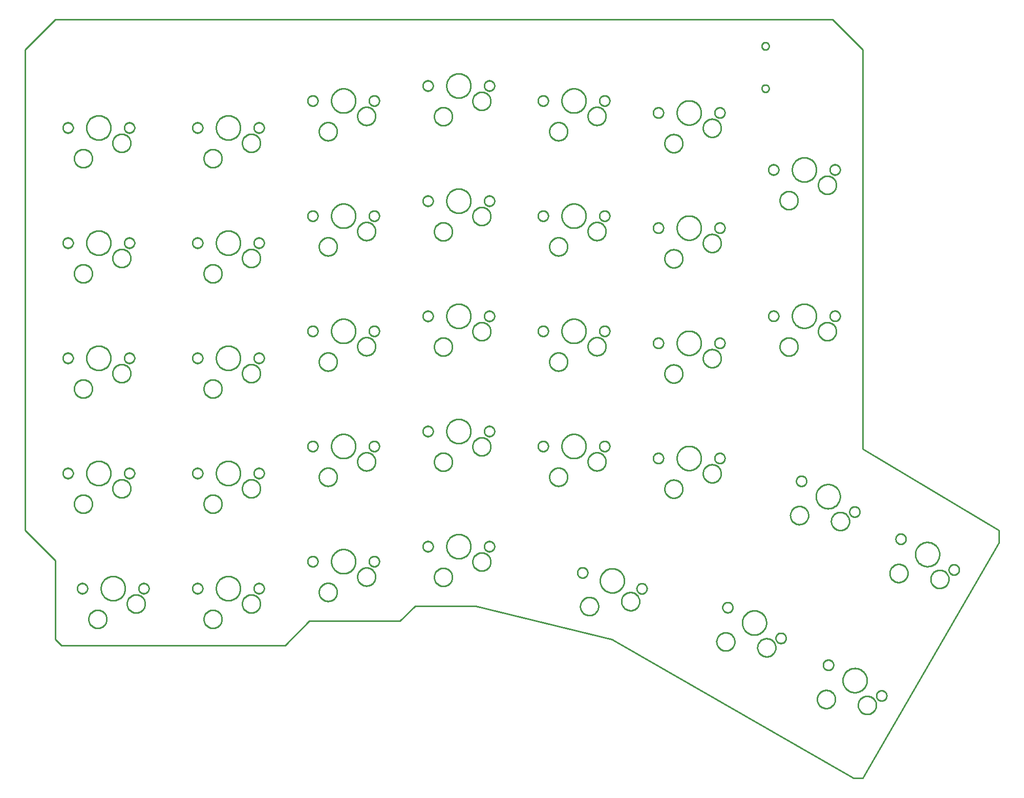
<source format=gbr>
G04 EAGLE Gerber RS-274X export*
G75*
%MOMM*%
%FSLAX34Y34*%
%LPD*%
%AMOC8*
5,1,8,0,0,1.08239X$1,22.5*%
G01*
%ADD10C,0.254000*%


D10*
X-50000Y350000D02*
X0Y300000D01*
X0Y170000D01*
X10000Y160000D01*
X380000Y160000D01*
X420000Y200000D01*
X570000Y200000D01*
X595000Y225000D01*
X695000Y225000D01*
X920000Y170000D01*
X1320000Y-60000D01*
X1335000Y-60000D01*
X1560000Y330000D01*
X1560000Y350000D01*
X1335000Y485000D01*
X1335000Y1145000D01*
X1285000Y1195000D01*
X0Y1195000D01*
X-50000Y1145000D01*
X-50000Y350000D01*
X91440Y1015396D02*
X91367Y1014189D01*
X91221Y1012989D01*
X91003Y1011800D01*
X90714Y1010626D01*
X90354Y1009472D01*
X89925Y1008342D01*
X89429Y1007240D01*
X88868Y1006169D01*
X88242Y1005135D01*
X87556Y1004140D01*
X86810Y1003189D01*
X86008Y1002284D01*
X85154Y1001429D01*
X84249Y1000628D01*
X83297Y999882D01*
X82303Y999195D01*
X81268Y998570D01*
X80198Y998008D01*
X79095Y997512D01*
X77965Y997083D01*
X76811Y996724D01*
X75637Y996435D01*
X74448Y996217D01*
X73249Y996071D01*
X72042Y995998D01*
X70833Y995998D01*
X69627Y996071D01*
X68427Y996217D01*
X67238Y996435D01*
X66064Y996724D01*
X64910Y997083D01*
X63780Y997512D01*
X62677Y998008D01*
X61607Y998570D01*
X60572Y999195D01*
X59578Y999882D01*
X58626Y1000628D01*
X57721Y1001429D01*
X56867Y1002284D01*
X56065Y1003189D01*
X55320Y1004140D01*
X54633Y1005135D01*
X54008Y1006169D01*
X53446Y1007240D01*
X52950Y1008342D01*
X52521Y1009472D01*
X52161Y1010626D01*
X51872Y1011800D01*
X51654Y1012989D01*
X51509Y1014189D01*
X51436Y1015396D01*
X51436Y1016604D01*
X51509Y1017811D01*
X51654Y1019011D01*
X51872Y1020200D01*
X52161Y1021374D01*
X52521Y1022528D01*
X52950Y1023658D01*
X53446Y1024760D01*
X54008Y1025831D01*
X54633Y1026865D01*
X55320Y1027860D01*
X56065Y1028811D01*
X56867Y1029716D01*
X57721Y1030571D01*
X58626Y1031373D01*
X59578Y1032118D01*
X60572Y1032805D01*
X61607Y1033430D01*
X62677Y1033992D01*
X63780Y1034488D01*
X64910Y1034917D01*
X66064Y1035276D01*
X67238Y1035565D01*
X68427Y1035783D01*
X69627Y1035929D01*
X70833Y1036002D01*
X72042Y1036002D01*
X73249Y1035929D01*
X74448Y1035783D01*
X75637Y1035565D01*
X76811Y1035276D01*
X77965Y1034917D01*
X79095Y1034488D01*
X80198Y1033992D01*
X81268Y1033430D01*
X82303Y1032805D01*
X83297Y1032118D01*
X84249Y1031373D01*
X85154Y1030571D01*
X86008Y1029716D01*
X86810Y1028811D01*
X87556Y1027860D01*
X88242Y1026865D01*
X88868Y1025831D01*
X89429Y1024760D01*
X89925Y1023658D01*
X90354Y1022528D01*
X90714Y1021374D01*
X91003Y1020200D01*
X91221Y1019011D01*
X91367Y1017811D01*
X91440Y1016604D01*
X91440Y1015396D01*
X29138Y1015629D02*
X29073Y1014889D01*
X28944Y1014159D01*
X28752Y1013442D01*
X28498Y1012744D01*
X28184Y1012071D01*
X27813Y1011429D01*
X27387Y1010821D01*
X26910Y1010252D01*
X26386Y1009727D01*
X25817Y1009250D01*
X25209Y1008824D01*
X24566Y1008453D01*
X23893Y1008140D01*
X23196Y1007886D01*
X22479Y1007694D01*
X21748Y1007565D01*
X21009Y1007500D01*
X20266Y1007500D01*
X19527Y1007565D01*
X18796Y1007694D01*
X18079Y1007886D01*
X17382Y1008140D01*
X16709Y1008453D01*
X16066Y1008824D01*
X15458Y1009250D01*
X14890Y1009727D01*
X14365Y1010252D01*
X13888Y1010821D01*
X13462Y1011429D01*
X13091Y1012071D01*
X12777Y1012744D01*
X12523Y1013442D01*
X12331Y1014159D01*
X12202Y1014889D01*
X12138Y1015629D01*
X12138Y1016371D01*
X12202Y1017111D01*
X12331Y1017842D01*
X12523Y1018558D01*
X12777Y1019256D01*
X13091Y1019929D01*
X13462Y1020571D01*
X13888Y1021179D01*
X14365Y1021748D01*
X14890Y1022273D01*
X15458Y1022750D01*
X16066Y1023176D01*
X16709Y1023547D01*
X17382Y1023860D01*
X18079Y1024114D01*
X18796Y1024306D01*
X19527Y1024435D01*
X20266Y1024500D01*
X21009Y1024500D01*
X21748Y1024435D01*
X22479Y1024306D01*
X23196Y1024114D01*
X23893Y1023860D01*
X24566Y1023547D01*
X25209Y1023176D01*
X25817Y1022750D01*
X26386Y1022273D01*
X26910Y1021748D01*
X27387Y1021179D01*
X27813Y1020571D01*
X28184Y1019929D01*
X28498Y1019256D01*
X28752Y1018558D01*
X28944Y1017842D01*
X29073Y1017111D01*
X29138Y1016371D01*
X29138Y1015629D01*
X130738Y1015629D02*
X130673Y1014889D01*
X130544Y1014159D01*
X130352Y1013442D01*
X130098Y1012744D01*
X129784Y1012071D01*
X129413Y1011429D01*
X128987Y1010821D01*
X128510Y1010252D01*
X127986Y1009727D01*
X127417Y1009250D01*
X126809Y1008824D01*
X126166Y1008453D01*
X125493Y1008140D01*
X124796Y1007886D01*
X124079Y1007694D01*
X123348Y1007565D01*
X122609Y1007500D01*
X121866Y1007500D01*
X121127Y1007565D01*
X120396Y1007694D01*
X119679Y1007886D01*
X118982Y1008140D01*
X118309Y1008453D01*
X117666Y1008824D01*
X117058Y1009250D01*
X116490Y1009727D01*
X115965Y1010252D01*
X115488Y1010821D01*
X115062Y1011429D01*
X114691Y1012071D01*
X114377Y1012744D01*
X114123Y1013442D01*
X113931Y1014159D01*
X113802Y1014889D01*
X113738Y1015629D01*
X113738Y1016371D01*
X113802Y1017111D01*
X113931Y1017842D01*
X114123Y1018558D01*
X114377Y1019256D01*
X114691Y1019929D01*
X115062Y1020571D01*
X115488Y1021179D01*
X115965Y1021748D01*
X116490Y1022273D01*
X117058Y1022750D01*
X117666Y1023176D01*
X118309Y1023547D01*
X118982Y1023860D01*
X119679Y1024114D01*
X120396Y1024306D01*
X121127Y1024435D01*
X121866Y1024500D01*
X122609Y1024500D01*
X123348Y1024435D01*
X124079Y1024306D01*
X124796Y1024114D01*
X125493Y1023860D01*
X126166Y1023547D01*
X126809Y1023176D01*
X127417Y1022750D01*
X127986Y1022273D01*
X128510Y1021748D01*
X128987Y1021179D01*
X129413Y1020571D01*
X129784Y1019929D01*
X130098Y1019256D01*
X130352Y1018558D01*
X130544Y1017842D01*
X130673Y1017111D01*
X130738Y1016371D01*
X130738Y1015629D01*
X124538Y990064D02*
X124461Y988996D01*
X124309Y987935D01*
X124081Y986888D01*
X123779Y985860D01*
X123405Y984856D01*
X122959Y983881D01*
X122446Y982941D01*
X121867Y982040D01*
X121225Y981182D01*
X120523Y980372D01*
X119765Y979615D01*
X118956Y978913D01*
X118098Y978271D01*
X117196Y977692D01*
X116256Y977178D01*
X115281Y976733D01*
X114278Y976359D01*
X113249Y976057D01*
X112203Y975829D01*
X111142Y975676D01*
X110073Y975600D01*
X109002Y975600D01*
X107933Y975676D01*
X106873Y975829D01*
X105826Y976057D01*
X104798Y976359D01*
X103794Y976733D01*
X102819Y977178D01*
X101879Y977692D01*
X100977Y978271D01*
X100119Y978913D01*
X99310Y979615D01*
X98552Y980372D01*
X97850Y981182D01*
X97208Y982040D01*
X96629Y982941D01*
X96116Y983881D01*
X95670Y984856D01*
X95296Y985860D01*
X94994Y986888D01*
X94766Y987935D01*
X94614Y988996D01*
X94538Y990064D01*
X94538Y991136D01*
X94614Y992204D01*
X94766Y993265D01*
X94994Y994312D01*
X95296Y995340D01*
X95670Y996344D01*
X96116Y997319D01*
X96629Y998259D01*
X97208Y999160D01*
X97850Y1000018D01*
X98552Y1000828D01*
X99310Y1001585D01*
X100119Y1002287D01*
X100977Y1002929D01*
X101879Y1003508D01*
X102819Y1004022D01*
X103794Y1004467D01*
X104798Y1004841D01*
X105826Y1005143D01*
X106873Y1005371D01*
X107933Y1005524D01*
X109002Y1005600D01*
X110073Y1005600D01*
X111142Y1005524D01*
X112203Y1005371D01*
X113249Y1005143D01*
X114278Y1004841D01*
X115281Y1004467D01*
X116256Y1004022D01*
X117196Y1003508D01*
X118098Y1002929D01*
X118956Y1002287D01*
X119765Y1001585D01*
X120523Y1000828D01*
X121225Y1000018D01*
X121867Y999160D01*
X122446Y998259D01*
X122959Y997319D01*
X123405Y996344D01*
X123779Y995340D01*
X124081Y994312D01*
X124309Y993265D01*
X124461Y992204D01*
X124538Y991136D01*
X124538Y990064D01*
X61038Y964664D02*
X60961Y963596D01*
X60809Y962535D01*
X60581Y961488D01*
X60279Y960460D01*
X59905Y959456D01*
X59459Y958481D01*
X58946Y957541D01*
X58367Y956640D01*
X57725Y955782D01*
X57023Y954972D01*
X56265Y954215D01*
X55456Y953513D01*
X54598Y952871D01*
X53696Y952292D01*
X52756Y951778D01*
X51781Y951333D01*
X50778Y950959D01*
X49749Y950657D01*
X48703Y950429D01*
X47642Y950276D01*
X46573Y950200D01*
X45502Y950200D01*
X44433Y950276D01*
X43373Y950429D01*
X42326Y950657D01*
X41298Y950959D01*
X40294Y951333D01*
X39319Y951778D01*
X38379Y952292D01*
X37477Y952871D01*
X36619Y953513D01*
X35810Y954215D01*
X35052Y954972D01*
X34350Y955782D01*
X33708Y956640D01*
X33129Y957541D01*
X32616Y958481D01*
X32170Y959456D01*
X31796Y960460D01*
X31494Y961488D01*
X31266Y962535D01*
X31114Y963596D01*
X31038Y964664D01*
X31038Y965736D01*
X31114Y966804D01*
X31266Y967865D01*
X31494Y968912D01*
X31796Y969940D01*
X32170Y970944D01*
X32616Y971919D01*
X33129Y972859D01*
X33708Y973760D01*
X34350Y974618D01*
X35052Y975428D01*
X35810Y976185D01*
X36619Y976887D01*
X37477Y977529D01*
X38379Y978108D01*
X39319Y978622D01*
X40294Y979067D01*
X41298Y979441D01*
X42326Y979743D01*
X43373Y979971D01*
X44433Y980124D01*
X45502Y980200D01*
X46573Y980200D01*
X47642Y980124D01*
X48703Y979971D01*
X49749Y979743D01*
X50778Y979441D01*
X51781Y979067D01*
X52756Y978622D01*
X53696Y978108D01*
X54598Y977529D01*
X55456Y976887D01*
X56265Y976185D01*
X57023Y975428D01*
X57725Y974618D01*
X58367Y973760D01*
X58946Y972859D01*
X59459Y971919D01*
X59905Y970944D01*
X60279Y969940D01*
X60581Y968912D01*
X60809Y967865D01*
X60961Y966804D01*
X61038Y965736D01*
X61038Y964664D01*
X686752Y1084833D02*
X686679Y1083627D01*
X686533Y1082427D01*
X686315Y1081238D01*
X686026Y1080064D01*
X685667Y1078910D01*
X685238Y1077780D01*
X684742Y1076677D01*
X684180Y1075607D01*
X683555Y1074572D01*
X682868Y1073578D01*
X682123Y1072626D01*
X681321Y1071721D01*
X680466Y1070867D01*
X679561Y1070065D01*
X678610Y1069320D01*
X677615Y1068633D01*
X676581Y1068008D01*
X675510Y1067446D01*
X674408Y1066950D01*
X673278Y1066521D01*
X672124Y1066161D01*
X670950Y1065872D01*
X669761Y1065654D01*
X668561Y1065509D01*
X667354Y1065436D01*
X666146Y1065436D01*
X664939Y1065509D01*
X663739Y1065654D01*
X662550Y1065872D01*
X661376Y1066161D01*
X660222Y1066521D01*
X659092Y1066950D01*
X657990Y1067446D01*
X656919Y1068008D01*
X655885Y1068633D01*
X654890Y1069320D01*
X653939Y1070065D01*
X653034Y1070867D01*
X652179Y1071721D01*
X651378Y1072626D01*
X650632Y1073578D01*
X649945Y1074572D01*
X649320Y1075607D01*
X648758Y1076677D01*
X648262Y1077780D01*
X647833Y1078910D01*
X647474Y1080064D01*
X647185Y1081238D01*
X646967Y1082427D01*
X646821Y1083627D01*
X646748Y1084833D01*
X646748Y1086042D01*
X646821Y1087249D01*
X646967Y1088448D01*
X647185Y1089637D01*
X647474Y1090811D01*
X647833Y1091965D01*
X648262Y1093095D01*
X648758Y1094198D01*
X649320Y1095268D01*
X649945Y1096303D01*
X650632Y1097297D01*
X651378Y1098249D01*
X652179Y1099154D01*
X653034Y1100008D01*
X653939Y1100810D01*
X654890Y1101556D01*
X655885Y1102242D01*
X656919Y1102868D01*
X657990Y1103429D01*
X659092Y1103925D01*
X660222Y1104354D01*
X661376Y1104714D01*
X662550Y1105003D01*
X663739Y1105221D01*
X664939Y1105367D01*
X666146Y1105440D01*
X667354Y1105440D01*
X668561Y1105367D01*
X669761Y1105221D01*
X670950Y1105003D01*
X672124Y1104714D01*
X673278Y1104354D01*
X674408Y1103925D01*
X675510Y1103429D01*
X676581Y1102868D01*
X677615Y1102242D01*
X678610Y1101556D01*
X679561Y1100810D01*
X680466Y1100008D01*
X681321Y1099154D01*
X682123Y1098249D01*
X682868Y1097297D01*
X683555Y1096303D01*
X684180Y1095268D01*
X684742Y1094198D01*
X685238Y1093095D01*
X685667Y1091965D01*
X686026Y1090811D01*
X686315Y1089637D01*
X686533Y1088448D01*
X686679Y1087249D01*
X686752Y1086042D01*
X686752Y1084833D01*
X624450Y1085066D02*
X624385Y1084327D01*
X624256Y1083596D01*
X624064Y1082879D01*
X623810Y1082182D01*
X623497Y1081509D01*
X623126Y1080866D01*
X622700Y1080258D01*
X622223Y1079690D01*
X621698Y1079165D01*
X621129Y1078688D01*
X620521Y1078262D01*
X619879Y1077891D01*
X619206Y1077577D01*
X618508Y1077323D01*
X617792Y1077131D01*
X617061Y1077002D01*
X616321Y1076938D01*
X615579Y1076938D01*
X614839Y1077002D01*
X614109Y1077131D01*
X613392Y1077323D01*
X612694Y1077577D01*
X612021Y1077891D01*
X611379Y1078262D01*
X610771Y1078688D01*
X610202Y1079165D01*
X609677Y1079690D01*
X609200Y1080258D01*
X608774Y1080866D01*
X608403Y1081509D01*
X608090Y1082182D01*
X607836Y1082879D01*
X607644Y1083596D01*
X607515Y1084327D01*
X607450Y1085066D01*
X607450Y1085809D01*
X607515Y1086548D01*
X607644Y1087279D01*
X607836Y1087996D01*
X608090Y1088693D01*
X608403Y1089366D01*
X608774Y1090009D01*
X609200Y1090617D01*
X609677Y1091186D01*
X610202Y1091710D01*
X610771Y1092187D01*
X611379Y1092613D01*
X612021Y1092984D01*
X612694Y1093298D01*
X613392Y1093552D01*
X614109Y1093744D01*
X614839Y1093873D01*
X615579Y1093938D01*
X616321Y1093938D01*
X617061Y1093873D01*
X617792Y1093744D01*
X618508Y1093552D01*
X619206Y1093298D01*
X619879Y1092984D01*
X620521Y1092613D01*
X621129Y1092187D01*
X621698Y1091710D01*
X622223Y1091186D01*
X622700Y1090617D01*
X623126Y1090009D01*
X623497Y1089366D01*
X623810Y1088693D01*
X624064Y1087996D01*
X624256Y1087279D01*
X624385Y1086548D01*
X624450Y1085809D01*
X624450Y1085066D01*
X726050Y1085066D02*
X725985Y1084327D01*
X725856Y1083596D01*
X725664Y1082879D01*
X725410Y1082182D01*
X725097Y1081509D01*
X724726Y1080866D01*
X724300Y1080258D01*
X723823Y1079690D01*
X723298Y1079165D01*
X722729Y1078688D01*
X722121Y1078262D01*
X721479Y1077891D01*
X720806Y1077577D01*
X720108Y1077323D01*
X719392Y1077131D01*
X718661Y1077002D01*
X717921Y1076938D01*
X717179Y1076938D01*
X716439Y1077002D01*
X715709Y1077131D01*
X714992Y1077323D01*
X714294Y1077577D01*
X713621Y1077891D01*
X712979Y1078262D01*
X712371Y1078688D01*
X711802Y1079165D01*
X711277Y1079690D01*
X710800Y1080258D01*
X710374Y1080866D01*
X710003Y1081509D01*
X709690Y1082182D01*
X709436Y1082879D01*
X709244Y1083596D01*
X709115Y1084327D01*
X709050Y1085066D01*
X709050Y1085809D01*
X709115Y1086548D01*
X709244Y1087279D01*
X709436Y1087996D01*
X709690Y1088693D01*
X710003Y1089366D01*
X710374Y1090009D01*
X710800Y1090617D01*
X711277Y1091186D01*
X711802Y1091710D01*
X712371Y1092187D01*
X712979Y1092613D01*
X713621Y1092984D01*
X714294Y1093298D01*
X714992Y1093552D01*
X715709Y1093744D01*
X716439Y1093873D01*
X717179Y1093938D01*
X717921Y1093938D01*
X718661Y1093873D01*
X719392Y1093744D01*
X720108Y1093552D01*
X720806Y1093298D01*
X721479Y1092984D01*
X722121Y1092613D01*
X722729Y1092187D01*
X723298Y1091710D01*
X723823Y1091186D01*
X724300Y1090617D01*
X724726Y1090009D01*
X725097Y1089366D01*
X725410Y1088693D01*
X725664Y1087996D01*
X725856Y1087279D01*
X725985Y1086548D01*
X726050Y1085809D01*
X726050Y1085066D01*
X719850Y1059502D02*
X719774Y1058433D01*
X719621Y1057373D01*
X719393Y1056326D01*
X719091Y1055298D01*
X718717Y1054294D01*
X718272Y1053319D01*
X717758Y1052379D01*
X717179Y1051477D01*
X716537Y1050619D01*
X715835Y1049810D01*
X715078Y1049052D01*
X714268Y1048350D01*
X713410Y1047708D01*
X712509Y1047129D01*
X711569Y1046616D01*
X710594Y1046170D01*
X709590Y1045796D01*
X708562Y1045494D01*
X707515Y1045266D01*
X706454Y1045114D01*
X705386Y1045038D01*
X704314Y1045038D01*
X703246Y1045114D01*
X702185Y1045266D01*
X701138Y1045494D01*
X700110Y1045796D01*
X699106Y1046170D01*
X698131Y1046616D01*
X697191Y1047129D01*
X696290Y1047708D01*
X695432Y1048350D01*
X694622Y1049052D01*
X693865Y1049810D01*
X693163Y1050619D01*
X692521Y1051477D01*
X691942Y1052379D01*
X691428Y1053319D01*
X690983Y1054294D01*
X690609Y1055298D01*
X690307Y1056326D01*
X690079Y1057373D01*
X689926Y1058433D01*
X689850Y1059502D01*
X689850Y1060573D01*
X689926Y1061642D01*
X690079Y1062703D01*
X690307Y1063749D01*
X690609Y1064778D01*
X690983Y1065781D01*
X691428Y1066756D01*
X691942Y1067696D01*
X692521Y1068598D01*
X693163Y1069456D01*
X693865Y1070265D01*
X694622Y1071023D01*
X695432Y1071725D01*
X696290Y1072367D01*
X697191Y1072946D01*
X698131Y1073459D01*
X699106Y1073905D01*
X700110Y1074279D01*
X701138Y1074581D01*
X702185Y1074809D01*
X703246Y1074961D01*
X704314Y1075038D01*
X705386Y1075038D01*
X706454Y1074961D01*
X707515Y1074809D01*
X708562Y1074581D01*
X709590Y1074279D01*
X710594Y1073905D01*
X711569Y1073459D01*
X712509Y1072946D01*
X713410Y1072367D01*
X714268Y1071725D01*
X715078Y1071023D01*
X715835Y1070265D01*
X716537Y1069456D01*
X717179Y1068598D01*
X717758Y1067696D01*
X718272Y1066756D01*
X718717Y1065781D01*
X719091Y1064778D01*
X719393Y1063749D01*
X719621Y1062703D01*
X719774Y1061642D01*
X719850Y1060573D01*
X719850Y1059502D01*
X656350Y1034102D02*
X656274Y1033033D01*
X656121Y1031973D01*
X655893Y1030926D01*
X655591Y1029898D01*
X655217Y1028894D01*
X654772Y1027919D01*
X654258Y1026979D01*
X653679Y1026077D01*
X653037Y1025219D01*
X652335Y1024410D01*
X651578Y1023652D01*
X650768Y1022950D01*
X649910Y1022308D01*
X649009Y1021729D01*
X648069Y1021216D01*
X647094Y1020770D01*
X646090Y1020396D01*
X645062Y1020094D01*
X644015Y1019866D01*
X642954Y1019714D01*
X641886Y1019638D01*
X640814Y1019638D01*
X639746Y1019714D01*
X638685Y1019866D01*
X637638Y1020094D01*
X636610Y1020396D01*
X635606Y1020770D01*
X634631Y1021216D01*
X633691Y1021729D01*
X632790Y1022308D01*
X631932Y1022950D01*
X631122Y1023652D01*
X630365Y1024410D01*
X629663Y1025219D01*
X629021Y1026077D01*
X628442Y1026979D01*
X627928Y1027919D01*
X627483Y1028894D01*
X627109Y1029898D01*
X626807Y1030926D01*
X626579Y1031973D01*
X626426Y1033033D01*
X626350Y1034102D01*
X626350Y1035173D01*
X626426Y1036242D01*
X626579Y1037303D01*
X626807Y1038349D01*
X627109Y1039378D01*
X627483Y1040381D01*
X627928Y1041356D01*
X628442Y1042296D01*
X629021Y1043198D01*
X629663Y1044056D01*
X630365Y1044865D01*
X631122Y1045623D01*
X631932Y1046325D01*
X632790Y1046967D01*
X633691Y1047546D01*
X634631Y1048059D01*
X635606Y1048505D01*
X636610Y1048879D01*
X637638Y1049181D01*
X638685Y1049409D01*
X639746Y1049561D01*
X640814Y1049638D01*
X641886Y1049638D01*
X642954Y1049561D01*
X644015Y1049409D01*
X645062Y1049181D01*
X646090Y1048879D01*
X647094Y1048505D01*
X648069Y1048059D01*
X649009Y1047546D01*
X649910Y1046967D01*
X650768Y1046325D01*
X651578Y1045623D01*
X652335Y1044865D01*
X653037Y1044056D01*
X653679Y1043198D01*
X654258Y1042296D01*
X654772Y1041356D01*
X655217Y1040381D01*
X655591Y1039378D01*
X655893Y1038349D01*
X656121Y1037303D01*
X656274Y1036242D01*
X656350Y1035173D01*
X656350Y1034102D01*
X496252Y1060021D02*
X496179Y1058814D01*
X496033Y1057614D01*
X495815Y1056425D01*
X495526Y1055251D01*
X495167Y1054097D01*
X494738Y1052967D01*
X494242Y1051865D01*
X493680Y1050794D01*
X493055Y1049760D01*
X492368Y1048765D01*
X491623Y1047814D01*
X490821Y1046909D01*
X489966Y1046054D01*
X489061Y1045253D01*
X488110Y1044507D01*
X487115Y1043820D01*
X486081Y1043195D01*
X485010Y1042633D01*
X483908Y1042137D01*
X482778Y1041708D01*
X481624Y1041349D01*
X480450Y1041060D01*
X479261Y1040842D01*
X478061Y1040696D01*
X476854Y1040623D01*
X475646Y1040623D01*
X474439Y1040696D01*
X473239Y1040842D01*
X472050Y1041060D01*
X470876Y1041349D01*
X469722Y1041708D01*
X468592Y1042137D01*
X467490Y1042633D01*
X466419Y1043195D01*
X465385Y1043820D01*
X464390Y1044507D01*
X463439Y1045253D01*
X462534Y1046054D01*
X461679Y1046909D01*
X460878Y1047814D01*
X460132Y1048765D01*
X459445Y1049760D01*
X458820Y1050794D01*
X458258Y1051865D01*
X457762Y1052967D01*
X457333Y1054097D01*
X456974Y1055251D01*
X456685Y1056425D01*
X456467Y1057614D01*
X456321Y1058814D01*
X456248Y1060021D01*
X456248Y1061229D01*
X456321Y1062436D01*
X456467Y1063636D01*
X456685Y1064825D01*
X456974Y1065999D01*
X457333Y1067153D01*
X457762Y1068283D01*
X458258Y1069385D01*
X458820Y1070456D01*
X459445Y1071490D01*
X460132Y1072485D01*
X460878Y1073436D01*
X461679Y1074341D01*
X462534Y1075196D01*
X463439Y1075998D01*
X464390Y1076743D01*
X465385Y1077430D01*
X466419Y1078055D01*
X467490Y1078617D01*
X468592Y1079113D01*
X469722Y1079542D01*
X470876Y1079901D01*
X472050Y1080190D01*
X473239Y1080408D01*
X474439Y1080554D01*
X475646Y1080627D01*
X476854Y1080627D01*
X478061Y1080554D01*
X479261Y1080408D01*
X480450Y1080190D01*
X481624Y1079901D01*
X482778Y1079542D01*
X483908Y1079113D01*
X485010Y1078617D01*
X486081Y1078055D01*
X487115Y1077430D01*
X488110Y1076743D01*
X489061Y1075998D01*
X489966Y1075196D01*
X490821Y1074341D01*
X491623Y1073436D01*
X492368Y1072485D01*
X493055Y1071490D01*
X493680Y1070456D01*
X494242Y1069385D01*
X494738Y1068283D01*
X495167Y1067153D01*
X495526Y1065999D01*
X495815Y1064825D01*
X496033Y1063636D01*
X496179Y1062436D01*
X496252Y1061229D01*
X496252Y1060021D01*
X433950Y1060254D02*
X433885Y1059514D01*
X433756Y1058784D01*
X433564Y1058067D01*
X433310Y1057369D01*
X432997Y1056696D01*
X432626Y1056054D01*
X432200Y1055446D01*
X431723Y1054877D01*
X431198Y1054352D01*
X430629Y1053875D01*
X430021Y1053449D01*
X429379Y1053078D01*
X428706Y1052765D01*
X428008Y1052511D01*
X427292Y1052319D01*
X426561Y1052190D01*
X425821Y1052125D01*
X425079Y1052125D01*
X424339Y1052190D01*
X423609Y1052319D01*
X422892Y1052511D01*
X422194Y1052765D01*
X421521Y1053078D01*
X420879Y1053449D01*
X420271Y1053875D01*
X419702Y1054352D01*
X419177Y1054877D01*
X418700Y1055446D01*
X418274Y1056054D01*
X417903Y1056696D01*
X417590Y1057369D01*
X417336Y1058067D01*
X417144Y1058784D01*
X417015Y1059514D01*
X416950Y1060254D01*
X416950Y1060996D01*
X417015Y1061736D01*
X417144Y1062467D01*
X417336Y1063183D01*
X417590Y1063881D01*
X417903Y1064554D01*
X418274Y1065196D01*
X418700Y1065804D01*
X419177Y1066373D01*
X419702Y1066898D01*
X420271Y1067375D01*
X420879Y1067801D01*
X421521Y1068172D01*
X422194Y1068485D01*
X422892Y1068739D01*
X423609Y1068931D01*
X424339Y1069060D01*
X425079Y1069125D01*
X425821Y1069125D01*
X426561Y1069060D01*
X427292Y1068931D01*
X428008Y1068739D01*
X428706Y1068485D01*
X429379Y1068172D01*
X430021Y1067801D01*
X430629Y1067375D01*
X431198Y1066898D01*
X431723Y1066373D01*
X432200Y1065804D01*
X432626Y1065196D01*
X432997Y1064554D01*
X433310Y1063881D01*
X433564Y1063183D01*
X433756Y1062467D01*
X433885Y1061736D01*
X433950Y1060996D01*
X433950Y1060254D01*
X535550Y1060254D02*
X535485Y1059514D01*
X535356Y1058784D01*
X535164Y1058067D01*
X534910Y1057369D01*
X534597Y1056696D01*
X534226Y1056054D01*
X533800Y1055446D01*
X533323Y1054877D01*
X532798Y1054352D01*
X532229Y1053875D01*
X531621Y1053449D01*
X530979Y1053078D01*
X530306Y1052765D01*
X529608Y1052511D01*
X528892Y1052319D01*
X528161Y1052190D01*
X527421Y1052125D01*
X526679Y1052125D01*
X525939Y1052190D01*
X525209Y1052319D01*
X524492Y1052511D01*
X523794Y1052765D01*
X523121Y1053078D01*
X522479Y1053449D01*
X521871Y1053875D01*
X521302Y1054352D01*
X520777Y1054877D01*
X520300Y1055446D01*
X519874Y1056054D01*
X519503Y1056696D01*
X519190Y1057369D01*
X518936Y1058067D01*
X518744Y1058784D01*
X518615Y1059514D01*
X518550Y1060254D01*
X518550Y1060996D01*
X518615Y1061736D01*
X518744Y1062467D01*
X518936Y1063183D01*
X519190Y1063881D01*
X519503Y1064554D01*
X519874Y1065196D01*
X520300Y1065804D01*
X520777Y1066373D01*
X521302Y1066898D01*
X521871Y1067375D01*
X522479Y1067801D01*
X523121Y1068172D01*
X523794Y1068485D01*
X524492Y1068739D01*
X525209Y1068931D01*
X525939Y1069060D01*
X526679Y1069125D01*
X527421Y1069125D01*
X528161Y1069060D01*
X528892Y1068931D01*
X529608Y1068739D01*
X530306Y1068485D01*
X530979Y1068172D01*
X531621Y1067801D01*
X532229Y1067375D01*
X532798Y1066898D01*
X533323Y1066373D01*
X533800Y1065804D01*
X534226Y1065196D01*
X534597Y1064554D01*
X534910Y1063881D01*
X535164Y1063183D01*
X535356Y1062467D01*
X535485Y1061736D01*
X535550Y1060996D01*
X535550Y1060254D01*
X529350Y1034689D02*
X529274Y1033621D01*
X529121Y1032560D01*
X528893Y1031513D01*
X528591Y1030485D01*
X528217Y1029481D01*
X527772Y1028506D01*
X527258Y1027566D01*
X526679Y1026665D01*
X526037Y1025807D01*
X525335Y1024997D01*
X524578Y1024240D01*
X523768Y1023538D01*
X522910Y1022896D01*
X522009Y1022317D01*
X521069Y1021803D01*
X520094Y1021358D01*
X519090Y1020984D01*
X518062Y1020682D01*
X517015Y1020454D01*
X515954Y1020301D01*
X514886Y1020225D01*
X513814Y1020225D01*
X512746Y1020301D01*
X511685Y1020454D01*
X510638Y1020682D01*
X509610Y1020984D01*
X508606Y1021358D01*
X507631Y1021803D01*
X506691Y1022317D01*
X505790Y1022896D01*
X504932Y1023538D01*
X504122Y1024240D01*
X503365Y1024997D01*
X502663Y1025807D01*
X502021Y1026665D01*
X501442Y1027566D01*
X500928Y1028506D01*
X500483Y1029481D01*
X500109Y1030485D01*
X499807Y1031513D01*
X499579Y1032560D01*
X499426Y1033621D01*
X499350Y1034689D01*
X499350Y1035761D01*
X499426Y1036829D01*
X499579Y1037890D01*
X499807Y1038937D01*
X500109Y1039965D01*
X500483Y1040969D01*
X500928Y1041944D01*
X501442Y1042884D01*
X502021Y1043785D01*
X502663Y1044643D01*
X503365Y1045453D01*
X504122Y1046210D01*
X504932Y1046912D01*
X505790Y1047554D01*
X506691Y1048133D01*
X507631Y1048647D01*
X508606Y1049092D01*
X509610Y1049466D01*
X510638Y1049768D01*
X511685Y1049996D01*
X512746Y1050149D01*
X513814Y1050225D01*
X514886Y1050225D01*
X515954Y1050149D01*
X517015Y1049996D01*
X518062Y1049768D01*
X519090Y1049466D01*
X520094Y1049092D01*
X521069Y1048647D01*
X522009Y1048133D01*
X522910Y1047554D01*
X523768Y1046912D01*
X524578Y1046210D01*
X525335Y1045453D01*
X526037Y1044643D01*
X526679Y1043785D01*
X527258Y1042884D01*
X527772Y1041944D01*
X528217Y1040969D01*
X528591Y1039965D01*
X528893Y1038937D01*
X529121Y1037890D01*
X529274Y1036829D01*
X529350Y1035761D01*
X529350Y1034689D01*
X465850Y1009289D02*
X465774Y1008221D01*
X465621Y1007160D01*
X465393Y1006113D01*
X465091Y1005085D01*
X464717Y1004081D01*
X464272Y1003106D01*
X463758Y1002166D01*
X463179Y1001265D01*
X462537Y1000407D01*
X461835Y999597D01*
X461078Y998840D01*
X460268Y998138D01*
X459410Y997496D01*
X458509Y996917D01*
X457569Y996403D01*
X456594Y995958D01*
X455590Y995584D01*
X454562Y995282D01*
X453515Y995054D01*
X452454Y994901D01*
X451386Y994825D01*
X450314Y994825D01*
X449246Y994901D01*
X448185Y995054D01*
X447138Y995282D01*
X446110Y995584D01*
X445106Y995958D01*
X444131Y996403D01*
X443191Y996917D01*
X442290Y997496D01*
X441432Y998138D01*
X440622Y998840D01*
X439865Y999597D01*
X439163Y1000407D01*
X438521Y1001265D01*
X437942Y1002166D01*
X437428Y1003106D01*
X436983Y1004081D01*
X436609Y1005085D01*
X436307Y1006113D01*
X436079Y1007160D01*
X435926Y1008221D01*
X435850Y1009289D01*
X435850Y1010361D01*
X435926Y1011429D01*
X436079Y1012490D01*
X436307Y1013537D01*
X436609Y1014565D01*
X436983Y1015569D01*
X437428Y1016544D01*
X437942Y1017484D01*
X438521Y1018385D01*
X439163Y1019243D01*
X439865Y1020053D01*
X440622Y1020810D01*
X441432Y1021512D01*
X442290Y1022154D01*
X443191Y1022733D01*
X444131Y1023247D01*
X445106Y1023692D01*
X446110Y1024066D01*
X447138Y1024368D01*
X448185Y1024596D01*
X449246Y1024749D01*
X450314Y1024825D01*
X451386Y1024825D01*
X452454Y1024749D01*
X453515Y1024596D01*
X454562Y1024368D01*
X455590Y1024066D01*
X456594Y1023692D01*
X457569Y1023247D01*
X458509Y1022733D01*
X459410Y1022154D01*
X460268Y1021512D01*
X461078Y1020810D01*
X461835Y1020053D01*
X462537Y1019243D01*
X463179Y1018385D01*
X463758Y1017484D01*
X464272Y1016544D01*
X464717Y1015569D01*
X465091Y1014565D01*
X465393Y1013537D01*
X465621Y1012490D01*
X465774Y1011429D01*
X465850Y1010361D01*
X465850Y1009289D01*
X877252Y1060021D02*
X877179Y1058814D01*
X877033Y1057614D01*
X876815Y1056425D01*
X876526Y1055251D01*
X876167Y1054097D01*
X875738Y1052967D01*
X875242Y1051865D01*
X874680Y1050794D01*
X874055Y1049760D01*
X873368Y1048765D01*
X872623Y1047814D01*
X871821Y1046909D01*
X870966Y1046054D01*
X870061Y1045253D01*
X869110Y1044507D01*
X868115Y1043820D01*
X867081Y1043195D01*
X866010Y1042633D01*
X864908Y1042137D01*
X863778Y1041708D01*
X862624Y1041349D01*
X861450Y1041060D01*
X860261Y1040842D01*
X859061Y1040696D01*
X857854Y1040623D01*
X856646Y1040623D01*
X855439Y1040696D01*
X854239Y1040842D01*
X853050Y1041060D01*
X851876Y1041349D01*
X850722Y1041708D01*
X849592Y1042137D01*
X848490Y1042633D01*
X847419Y1043195D01*
X846385Y1043820D01*
X845390Y1044507D01*
X844439Y1045253D01*
X843534Y1046054D01*
X842679Y1046909D01*
X841878Y1047814D01*
X841132Y1048765D01*
X840445Y1049760D01*
X839820Y1050794D01*
X839258Y1051865D01*
X838762Y1052967D01*
X838333Y1054097D01*
X837974Y1055251D01*
X837685Y1056425D01*
X837467Y1057614D01*
X837321Y1058814D01*
X837248Y1060021D01*
X837248Y1061229D01*
X837321Y1062436D01*
X837467Y1063636D01*
X837685Y1064825D01*
X837974Y1065999D01*
X838333Y1067153D01*
X838762Y1068283D01*
X839258Y1069385D01*
X839820Y1070456D01*
X840445Y1071490D01*
X841132Y1072485D01*
X841878Y1073436D01*
X842679Y1074341D01*
X843534Y1075196D01*
X844439Y1075998D01*
X845390Y1076743D01*
X846385Y1077430D01*
X847419Y1078055D01*
X848490Y1078617D01*
X849592Y1079113D01*
X850722Y1079542D01*
X851876Y1079901D01*
X853050Y1080190D01*
X854239Y1080408D01*
X855439Y1080554D01*
X856646Y1080627D01*
X857854Y1080627D01*
X859061Y1080554D01*
X860261Y1080408D01*
X861450Y1080190D01*
X862624Y1079901D01*
X863778Y1079542D01*
X864908Y1079113D01*
X866010Y1078617D01*
X867081Y1078055D01*
X868115Y1077430D01*
X869110Y1076743D01*
X870061Y1075998D01*
X870966Y1075196D01*
X871821Y1074341D01*
X872623Y1073436D01*
X873368Y1072485D01*
X874055Y1071490D01*
X874680Y1070456D01*
X875242Y1069385D01*
X875738Y1068283D01*
X876167Y1067153D01*
X876526Y1065999D01*
X876815Y1064825D01*
X877033Y1063636D01*
X877179Y1062436D01*
X877252Y1061229D01*
X877252Y1060021D01*
X814950Y1060254D02*
X814885Y1059514D01*
X814756Y1058784D01*
X814564Y1058067D01*
X814310Y1057369D01*
X813997Y1056696D01*
X813626Y1056054D01*
X813200Y1055446D01*
X812723Y1054877D01*
X812198Y1054352D01*
X811629Y1053875D01*
X811021Y1053449D01*
X810379Y1053078D01*
X809706Y1052765D01*
X809008Y1052511D01*
X808292Y1052319D01*
X807561Y1052190D01*
X806821Y1052125D01*
X806079Y1052125D01*
X805339Y1052190D01*
X804609Y1052319D01*
X803892Y1052511D01*
X803194Y1052765D01*
X802521Y1053078D01*
X801879Y1053449D01*
X801271Y1053875D01*
X800702Y1054352D01*
X800177Y1054877D01*
X799700Y1055446D01*
X799274Y1056054D01*
X798903Y1056696D01*
X798590Y1057369D01*
X798336Y1058067D01*
X798144Y1058784D01*
X798015Y1059514D01*
X797950Y1060254D01*
X797950Y1060996D01*
X798015Y1061736D01*
X798144Y1062467D01*
X798336Y1063183D01*
X798590Y1063881D01*
X798903Y1064554D01*
X799274Y1065196D01*
X799700Y1065804D01*
X800177Y1066373D01*
X800702Y1066898D01*
X801271Y1067375D01*
X801879Y1067801D01*
X802521Y1068172D01*
X803194Y1068485D01*
X803892Y1068739D01*
X804609Y1068931D01*
X805339Y1069060D01*
X806079Y1069125D01*
X806821Y1069125D01*
X807561Y1069060D01*
X808292Y1068931D01*
X809008Y1068739D01*
X809706Y1068485D01*
X810379Y1068172D01*
X811021Y1067801D01*
X811629Y1067375D01*
X812198Y1066898D01*
X812723Y1066373D01*
X813200Y1065804D01*
X813626Y1065196D01*
X813997Y1064554D01*
X814310Y1063881D01*
X814564Y1063183D01*
X814756Y1062467D01*
X814885Y1061736D01*
X814950Y1060996D01*
X814950Y1060254D01*
X916550Y1060254D02*
X916485Y1059514D01*
X916356Y1058784D01*
X916164Y1058067D01*
X915910Y1057369D01*
X915597Y1056696D01*
X915226Y1056054D01*
X914800Y1055446D01*
X914323Y1054877D01*
X913798Y1054352D01*
X913229Y1053875D01*
X912621Y1053449D01*
X911979Y1053078D01*
X911306Y1052765D01*
X910608Y1052511D01*
X909892Y1052319D01*
X909161Y1052190D01*
X908421Y1052125D01*
X907679Y1052125D01*
X906939Y1052190D01*
X906209Y1052319D01*
X905492Y1052511D01*
X904794Y1052765D01*
X904121Y1053078D01*
X903479Y1053449D01*
X902871Y1053875D01*
X902302Y1054352D01*
X901777Y1054877D01*
X901300Y1055446D01*
X900874Y1056054D01*
X900503Y1056696D01*
X900190Y1057369D01*
X899936Y1058067D01*
X899744Y1058784D01*
X899615Y1059514D01*
X899550Y1060254D01*
X899550Y1060996D01*
X899615Y1061736D01*
X899744Y1062467D01*
X899936Y1063183D01*
X900190Y1063881D01*
X900503Y1064554D01*
X900874Y1065196D01*
X901300Y1065804D01*
X901777Y1066373D01*
X902302Y1066898D01*
X902871Y1067375D01*
X903479Y1067801D01*
X904121Y1068172D01*
X904794Y1068485D01*
X905492Y1068739D01*
X906209Y1068931D01*
X906939Y1069060D01*
X907679Y1069125D01*
X908421Y1069125D01*
X909161Y1069060D01*
X909892Y1068931D01*
X910608Y1068739D01*
X911306Y1068485D01*
X911979Y1068172D01*
X912621Y1067801D01*
X913229Y1067375D01*
X913798Y1066898D01*
X914323Y1066373D01*
X914800Y1065804D01*
X915226Y1065196D01*
X915597Y1064554D01*
X915910Y1063881D01*
X916164Y1063183D01*
X916356Y1062467D01*
X916485Y1061736D01*
X916550Y1060996D01*
X916550Y1060254D01*
X910350Y1034689D02*
X910274Y1033621D01*
X910121Y1032560D01*
X909893Y1031513D01*
X909591Y1030485D01*
X909217Y1029481D01*
X908772Y1028506D01*
X908258Y1027566D01*
X907679Y1026665D01*
X907037Y1025807D01*
X906335Y1024997D01*
X905578Y1024240D01*
X904768Y1023538D01*
X903910Y1022896D01*
X903009Y1022317D01*
X902069Y1021803D01*
X901094Y1021358D01*
X900090Y1020984D01*
X899062Y1020682D01*
X898015Y1020454D01*
X896954Y1020301D01*
X895886Y1020225D01*
X894814Y1020225D01*
X893746Y1020301D01*
X892685Y1020454D01*
X891638Y1020682D01*
X890610Y1020984D01*
X889606Y1021358D01*
X888631Y1021803D01*
X887691Y1022317D01*
X886790Y1022896D01*
X885932Y1023538D01*
X885122Y1024240D01*
X884365Y1024997D01*
X883663Y1025807D01*
X883021Y1026665D01*
X882442Y1027566D01*
X881928Y1028506D01*
X881483Y1029481D01*
X881109Y1030485D01*
X880807Y1031513D01*
X880579Y1032560D01*
X880426Y1033621D01*
X880350Y1034689D01*
X880350Y1035761D01*
X880426Y1036829D01*
X880579Y1037890D01*
X880807Y1038937D01*
X881109Y1039965D01*
X881483Y1040969D01*
X881928Y1041944D01*
X882442Y1042884D01*
X883021Y1043785D01*
X883663Y1044643D01*
X884365Y1045453D01*
X885122Y1046210D01*
X885932Y1046912D01*
X886790Y1047554D01*
X887691Y1048133D01*
X888631Y1048647D01*
X889606Y1049092D01*
X890610Y1049466D01*
X891638Y1049768D01*
X892685Y1049996D01*
X893746Y1050149D01*
X894814Y1050225D01*
X895886Y1050225D01*
X896954Y1050149D01*
X898015Y1049996D01*
X899062Y1049768D01*
X900090Y1049466D01*
X901094Y1049092D01*
X902069Y1048647D01*
X903009Y1048133D01*
X903910Y1047554D01*
X904768Y1046912D01*
X905578Y1046210D01*
X906335Y1045453D01*
X907037Y1044643D01*
X907679Y1043785D01*
X908258Y1042884D01*
X908772Y1041944D01*
X909217Y1040969D01*
X909591Y1039965D01*
X909893Y1038937D01*
X910121Y1037890D01*
X910274Y1036829D01*
X910350Y1035761D01*
X910350Y1034689D01*
X846850Y1009289D02*
X846774Y1008221D01*
X846621Y1007160D01*
X846393Y1006113D01*
X846091Y1005085D01*
X845717Y1004081D01*
X845272Y1003106D01*
X844758Y1002166D01*
X844179Y1001265D01*
X843537Y1000407D01*
X842835Y999597D01*
X842078Y998840D01*
X841268Y998138D01*
X840410Y997496D01*
X839509Y996917D01*
X838569Y996403D01*
X837594Y995958D01*
X836590Y995584D01*
X835562Y995282D01*
X834515Y995054D01*
X833454Y994901D01*
X832386Y994825D01*
X831314Y994825D01*
X830246Y994901D01*
X829185Y995054D01*
X828138Y995282D01*
X827110Y995584D01*
X826106Y995958D01*
X825131Y996403D01*
X824191Y996917D01*
X823290Y997496D01*
X822432Y998138D01*
X821622Y998840D01*
X820865Y999597D01*
X820163Y1000407D01*
X819521Y1001265D01*
X818942Y1002166D01*
X818428Y1003106D01*
X817983Y1004081D01*
X817609Y1005085D01*
X817307Y1006113D01*
X817079Y1007160D01*
X816926Y1008221D01*
X816850Y1009289D01*
X816850Y1010361D01*
X816926Y1011429D01*
X817079Y1012490D01*
X817307Y1013537D01*
X817609Y1014565D01*
X817983Y1015569D01*
X818428Y1016544D01*
X818942Y1017484D01*
X819521Y1018385D01*
X820163Y1019243D01*
X820865Y1020053D01*
X821622Y1020810D01*
X822432Y1021512D01*
X823290Y1022154D01*
X824191Y1022733D01*
X825131Y1023247D01*
X826106Y1023692D01*
X827110Y1024066D01*
X828138Y1024368D01*
X829185Y1024596D01*
X830246Y1024749D01*
X831314Y1024825D01*
X832386Y1024825D01*
X833454Y1024749D01*
X834515Y1024596D01*
X835562Y1024368D01*
X836590Y1024066D01*
X837594Y1023692D01*
X838569Y1023247D01*
X839509Y1022733D01*
X840410Y1022154D01*
X841268Y1021512D01*
X842078Y1020810D01*
X842835Y1020053D01*
X843537Y1019243D01*
X844179Y1018385D01*
X844758Y1017484D01*
X845272Y1016544D01*
X845717Y1015569D01*
X846091Y1014565D01*
X846393Y1013537D01*
X846621Y1012490D01*
X846774Y1011429D01*
X846850Y1010361D01*
X846850Y1009289D01*
X1067752Y1040208D02*
X1067679Y1039002D01*
X1067533Y1037802D01*
X1067315Y1036613D01*
X1067026Y1035439D01*
X1066667Y1034285D01*
X1066238Y1033155D01*
X1065742Y1032052D01*
X1065180Y1030982D01*
X1064555Y1029947D01*
X1063868Y1028953D01*
X1063123Y1028001D01*
X1062321Y1027096D01*
X1061466Y1026242D01*
X1060561Y1025440D01*
X1059610Y1024695D01*
X1058615Y1024008D01*
X1057581Y1023383D01*
X1056510Y1022821D01*
X1055408Y1022325D01*
X1054278Y1021896D01*
X1053124Y1021536D01*
X1051950Y1021247D01*
X1050761Y1021029D01*
X1049561Y1020884D01*
X1048354Y1020811D01*
X1047146Y1020811D01*
X1045939Y1020884D01*
X1044739Y1021029D01*
X1043550Y1021247D01*
X1042376Y1021536D01*
X1041222Y1021896D01*
X1040092Y1022325D01*
X1038990Y1022821D01*
X1037919Y1023383D01*
X1036885Y1024008D01*
X1035890Y1024695D01*
X1034939Y1025440D01*
X1034034Y1026242D01*
X1033179Y1027096D01*
X1032378Y1028001D01*
X1031632Y1028953D01*
X1030945Y1029947D01*
X1030320Y1030982D01*
X1029758Y1032052D01*
X1029262Y1033155D01*
X1028833Y1034285D01*
X1028474Y1035439D01*
X1028185Y1036613D01*
X1027967Y1037802D01*
X1027821Y1039002D01*
X1027748Y1040208D01*
X1027748Y1041417D01*
X1027821Y1042624D01*
X1027967Y1043823D01*
X1028185Y1045012D01*
X1028474Y1046186D01*
X1028833Y1047340D01*
X1029262Y1048470D01*
X1029758Y1049573D01*
X1030320Y1050643D01*
X1030945Y1051678D01*
X1031632Y1052672D01*
X1032378Y1053624D01*
X1033179Y1054529D01*
X1034034Y1055383D01*
X1034939Y1056185D01*
X1035890Y1056931D01*
X1036885Y1057617D01*
X1037919Y1058243D01*
X1038990Y1058804D01*
X1040092Y1059300D01*
X1041222Y1059729D01*
X1042376Y1060089D01*
X1043550Y1060378D01*
X1044739Y1060596D01*
X1045939Y1060742D01*
X1047146Y1060815D01*
X1048354Y1060815D01*
X1049561Y1060742D01*
X1050761Y1060596D01*
X1051950Y1060378D01*
X1053124Y1060089D01*
X1054278Y1059729D01*
X1055408Y1059300D01*
X1056510Y1058804D01*
X1057581Y1058243D01*
X1058615Y1057617D01*
X1059610Y1056931D01*
X1060561Y1056185D01*
X1061466Y1055383D01*
X1062321Y1054529D01*
X1063123Y1053624D01*
X1063868Y1052672D01*
X1064555Y1051678D01*
X1065180Y1050643D01*
X1065742Y1049573D01*
X1066238Y1048470D01*
X1066667Y1047340D01*
X1067026Y1046186D01*
X1067315Y1045012D01*
X1067533Y1043823D01*
X1067679Y1042624D01*
X1067752Y1041417D01*
X1067752Y1040208D01*
X1005450Y1040441D02*
X1005385Y1039702D01*
X1005256Y1038971D01*
X1005064Y1038254D01*
X1004810Y1037557D01*
X1004497Y1036884D01*
X1004126Y1036241D01*
X1003700Y1035633D01*
X1003223Y1035065D01*
X1002698Y1034540D01*
X1002129Y1034063D01*
X1001521Y1033637D01*
X1000879Y1033266D01*
X1000206Y1032952D01*
X999508Y1032698D01*
X998792Y1032506D01*
X998061Y1032377D01*
X997321Y1032313D01*
X996579Y1032313D01*
X995839Y1032377D01*
X995109Y1032506D01*
X994392Y1032698D01*
X993694Y1032952D01*
X993021Y1033266D01*
X992379Y1033637D01*
X991771Y1034063D01*
X991202Y1034540D01*
X990677Y1035065D01*
X990200Y1035633D01*
X989774Y1036241D01*
X989403Y1036884D01*
X989090Y1037557D01*
X988836Y1038254D01*
X988644Y1038971D01*
X988515Y1039702D01*
X988450Y1040441D01*
X988450Y1041184D01*
X988515Y1041923D01*
X988644Y1042654D01*
X988836Y1043371D01*
X989090Y1044068D01*
X989403Y1044741D01*
X989774Y1045384D01*
X990200Y1045992D01*
X990677Y1046561D01*
X991202Y1047085D01*
X991771Y1047562D01*
X992379Y1047988D01*
X993021Y1048359D01*
X993694Y1048673D01*
X994392Y1048927D01*
X995109Y1049119D01*
X995839Y1049248D01*
X996579Y1049313D01*
X997321Y1049313D01*
X998061Y1049248D01*
X998792Y1049119D01*
X999508Y1048927D01*
X1000206Y1048673D01*
X1000879Y1048359D01*
X1001521Y1047988D01*
X1002129Y1047562D01*
X1002698Y1047085D01*
X1003223Y1046561D01*
X1003700Y1045992D01*
X1004126Y1045384D01*
X1004497Y1044741D01*
X1004810Y1044068D01*
X1005064Y1043371D01*
X1005256Y1042654D01*
X1005385Y1041923D01*
X1005450Y1041184D01*
X1005450Y1040441D01*
X1107050Y1040441D02*
X1106985Y1039702D01*
X1106856Y1038971D01*
X1106664Y1038254D01*
X1106410Y1037557D01*
X1106097Y1036884D01*
X1105726Y1036241D01*
X1105300Y1035633D01*
X1104823Y1035065D01*
X1104298Y1034540D01*
X1103729Y1034063D01*
X1103121Y1033637D01*
X1102479Y1033266D01*
X1101806Y1032952D01*
X1101108Y1032698D01*
X1100392Y1032506D01*
X1099661Y1032377D01*
X1098921Y1032313D01*
X1098179Y1032313D01*
X1097439Y1032377D01*
X1096709Y1032506D01*
X1095992Y1032698D01*
X1095294Y1032952D01*
X1094621Y1033266D01*
X1093979Y1033637D01*
X1093371Y1034063D01*
X1092802Y1034540D01*
X1092277Y1035065D01*
X1091800Y1035633D01*
X1091374Y1036241D01*
X1091003Y1036884D01*
X1090690Y1037557D01*
X1090436Y1038254D01*
X1090244Y1038971D01*
X1090115Y1039702D01*
X1090050Y1040441D01*
X1090050Y1041184D01*
X1090115Y1041923D01*
X1090244Y1042654D01*
X1090436Y1043371D01*
X1090690Y1044068D01*
X1091003Y1044741D01*
X1091374Y1045384D01*
X1091800Y1045992D01*
X1092277Y1046561D01*
X1092802Y1047085D01*
X1093371Y1047562D01*
X1093979Y1047988D01*
X1094621Y1048359D01*
X1095294Y1048673D01*
X1095992Y1048927D01*
X1096709Y1049119D01*
X1097439Y1049248D01*
X1098179Y1049313D01*
X1098921Y1049313D01*
X1099661Y1049248D01*
X1100392Y1049119D01*
X1101108Y1048927D01*
X1101806Y1048673D01*
X1102479Y1048359D01*
X1103121Y1047988D01*
X1103729Y1047562D01*
X1104298Y1047085D01*
X1104823Y1046561D01*
X1105300Y1045992D01*
X1105726Y1045384D01*
X1106097Y1044741D01*
X1106410Y1044068D01*
X1106664Y1043371D01*
X1106856Y1042654D01*
X1106985Y1041923D01*
X1107050Y1041184D01*
X1107050Y1040441D01*
X1100850Y1014877D02*
X1100774Y1013808D01*
X1100621Y1012748D01*
X1100393Y1011701D01*
X1100091Y1010673D01*
X1099717Y1009669D01*
X1099272Y1008694D01*
X1098758Y1007754D01*
X1098179Y1006852D01*
X1097537Y1005994D01*
X1096835Y1005185D01*
X1096078Y1004427D01*
X1095268Y1003725D01*
X1094410Y1003083D01*
X1093509Y1002504D01*
X1092569Y1001991D01*
X1091594Y1001545D01*
X1090590Y1001171D01*
X1089562Y1000869D01*
X1088515Y1000641D01*
X1087454Y1000489D01*
X1086386Y1000413D01*
X1085314Y1000413D01*
X1084246Y1000489D01*
X1083185Y1000641D01*
X1082138Y1000869D01*
X1081110Y1001171D01*
X1080106Y1001545D01*
X1079131Y1001991D01*
X1078191Y1002504D01*
X1077290Y1003083D01*
X1076432Y1003725D01*
X1075622Y1004427D01*
X1074865Y1005185D01*
X1074163Y1005994D01*
X1073521Y1006852D01*
X1072942Y1007754D01*
X1072428Y1008694D01*
X1071983Y1009669D01*
X1071609Y1010673D01*
X1071307Y1011701D01*
X1071079Y1012748D01*
X1070926Y1013808D01*
X1070850Y1014877D01*
X1070850Y1015948D01*
X1070926Y1017017D01*
X1071079Y1018078D01*
X1071307Y1019124D01*
X1071609Y1020153D01*
X1071983Y1021156D01*
X1072428Y1022131D01*
X1072942Y1023071D01*
X1073521Y1023973D01*
X1074163Y1024831D01*
X1074865Y1025640D01*
X1075622Y1026398D01*
X1076432Y1027100D01*
X1077290Y1027742D01*
X1078191Y1028321D01*
X1079131Y1028834D01*
X1080106Y1029280D01*
X1081110Y1029654D01*
X1082138Y1029956D01*
X1083185Y1030184D01*
X1084246Y1030336D01*
X1085314Y1030413D01*
X1086386Y1030413D01*
X1087454Y1030336D01*
X1088515Y1030184D01*
X1089562Y1029956D01*
X1090590Y1029654D01*
X1091594Y1029280D01*
X1092569Y1028834D01*
X1093509Y1028321D01*
X1094410Y1027742D01*
X1095268Y1027100D01*
X1096078Y1026398D01*
X1096835Y1025640D01*
X1097537Y1024831D01*
X1098179Y1023973D01*
X1098758Y1023071D01*
X1099272Y1022131D01*
X1099717Y1021156D01*
X1100091Y1020153D01*
X1100393Y1019124D01*
X1100621Y1018078D01*
X1100774Y1017017D01*
X1100850Y1015948D01*
X1100850Y1014877D01*
X1037350Y989477D02*
X1037274Y988408D01*
X1037121Y987348D01*
X1036893Y986301D01*
X1036591Y985273D01*
X1036217Y984269D01*
X1035772Y983294D01*
X1035258Y982354D01*
X1034679Y981452D01*
X1034037Y980594D01*
X1033335Y979785D01*
X1032578Y979027D01*
X1031768Y978325D01*
X1030910Y977683D01*
X1030009Y977104D01*
X1029069Y976591D01*
X1028094Y976145D01*
X1027090Y975771D01*
X1026062Y975469D01*
X1025015Y975241D01*
X1023954Y975089D01*
X1022886Y975013D01*
X1021814Y975013D01*
X1020746Y975089D01*
X1019685Y975241D01*
X1018638Y975469D01*
X1017610Y975771D01*
X1016606Y976145D01*
X1015631Y976591D01*
X1014691Y977104D01*
X1013790Y977683D01*
X1012932Y978325D01*
X1012122Y979027D01*
X1011365Y979785D01*
X1010663Y980594D01*
X1010021Y981452D01*
X1009442Y982354D01*
X1008928Y983294D01*
X1008483Y984269D01*
X1008109Y985273D01*
X1007807Y986301D01*
X1007579Y987348D01*
X1007426Y988408D01*
X1007350Y989477D01*
X1007350Y990548D01*
X1007426Y991617D01*
X1007579Y992678D01*
X1007807Y993724D01*
X1008109Y994753D01*
X1008483Y995756D01*
X1008928Y996731D01*
X1009442Y997671D01*
X1010021Y998573D01*
X1010663Y999431D01*
X1011365Y1000240D01*
X1012122Y1000998D01*
X1012932Y1001700D01*
X1013790Y1002342D01*
X1014691Y1002921D01*
X1015631Y1003434D01*
X1016606Y1003880D01*
X1017610Y1004254D01*
X1018638Y1004556D01*
X1019685Y1004784D01*
X1020746Y1004936D01*
X1021814Y1005013D01*
X1022886Y1005013D01*
X1023954Y1004936D01*
X1025015Y1004784D01*
X1026062Y1004556D01*
X1027090Y1004254D01*
X1028094Y1003880D01*
X1029069Y1003434D01*
X1030009Y1002921D01*
X1030910Y1002342D01*
X1031768Y1001700D01*
X1032578Y1000998D01*
X1033335Y1000240D01*
X1034037Y999431D01*
X1034679Y998573D01*
X1035258Y997671D01*
X1035772Y996731D01*
X1036217Y995756D01*
X1036591Y994753D01*
X1036893Y993724D01*
X1037121Y992678D01*
X1037274Y991617D01*
X1037350Y990548D01*
X1037350Y989477D01*
X305752Y1015396D02*
X305679Y1014189D01*
X305533Y1012989D01*
X305315Y1011800D01*
X305026Y1010626D01*
X304667Y1009472D01*
X304238Y1008342D01*
X303742Y1007240D01*
X303180Y1006169D01*
X302555Y1005135D01*
X301868Y1004140D01*
X301123Y1003189D01*
X300321Y1002284D01*
X299466Y1001429D01*
X298561Y1000628D01*
X297610Y999882D01*
X296615Y999195D01*
X295581Y998570D01*
X294510Y998008D01*
X293408Y997512D01*
X292278Y997083D01*
X291124Y996724D01*
X289950Y996435D01*
X288761Y996217D01*
X287561Y996071D01*
X286354Y995998D01*
X285146Y995998D01*
X283939Y996071D01*
X282739Y996217D01*
X281550Y996435D01*
X280376Y996724D01*
X279222Y997083D01*
X278092Y997512D01*
X276990Y998008D01*
X275919Y998570D01*
X274885Y999195D01*
X273890Y999882D01*
X272939Y1000628D01*
X272034Y1001429D01*
X271179Y1002284D01*
X270378Y1003189D01*
X269632Y1004140D01*
X268945Y1005135D01*
X268320Y1006169D01*
X267758Y1007240D01*
X267262Y1008342D01*
X266833Y1009472D01*
X266474Y1010626D01*
X266185Y1011800D01*
X265967Y1012989D01*
X265821Y1014189D01*
X265748Y1015396D01*
X265748Y1016604D01*
X265821Y1017811D01*
X265967Y1019011D01*
X266185Y1020200D01*
X266474Y1021374D01*
X266833Y1022528D01*
X267262Y1023658D01*
X267758Y1024760D01*
X268320Y1025831D01*
X268945Y1026865D01*
X269632Y1027860D01*
X270378Y1028811D01*
X271179Y1029716D01*
X272034Y1030571D01*
X272939Y1031373D01*
X273890Y1032118D01*
X274885Y1032805D01*
X275919Y1033430D01*
X276990Y1033992D01*
X278092Y1034488D01*
X279222Y1034917D01*
X280376Y1035276D01*
X281550Y1035565D01*
X282739Y1035783D01*
X283939Y1035929D01*
X285146Y1036002D01*
X286354Y1036002D01*
X287561Y1035929D01*
X288761Y1035783D01*
X289950Y1035565D01*
X291124Y1035276D01*
X292278Y1034917D01*
X293408Y1034488D01*
X294510Y1033992D01*
X295581Y1033430D01*
X296615Y1032805D01*
X297610Y1032118D01*
X298561Y1031373D01*
X299466Y1030571D01*
X300321Y1029716D01*
X301123Y1028811D01*
X301868Y1027860D01*
X302555Y1026865D01*
X303180Y1025831D01*
X303742Y1024760D01*
X304238Y1023658D01*
X304667Y1022528D01*
X305026Y1021374D01*
X305315Y1020200D01*
X305533Y1019011D01*
X305679Y1017811D01*
X305752Y1016604D01*
X305752Y1015396D01*
X243450Y1015629D02*
X243385Y1014889D01*
X243256Y1014159D01*
X243064Y1013442D01*
X242810Y1012744D01*
X242497Y1012071D01*
X242126Y1011429D01*
X241700Y1010821D01*
X241223Y1010252D01*
X240698Y1009727D01*
X240129Y1009250D01*
X239521Y1008824D01*
X238879Y1008453D01*
X238206Y1008140D01*
X237508Y1007886D01*
X236792Y1007694D01*
X236061Y1007565D01*
X235321Y1007500D01*
X234579Y1007500D01*
X233839Y1007565D01*
X233109Y1007694D01*
X232392Y1007886D01*
X231694Y1008140D01*
X231021Y1008453D01*
X230379Y1008824D01*
X229771Y1009250D01*
X229202Y1009727D01*
X228677Y1010252D01*
X228200Y1010821D01*
X227774Y1011429D01*
X227403Y1012071D01*
X227090Y1012744D01*
X226836Y1013442D01*
X226644Y1014159D01*
X226515Y1014889D01*
X226450Y1015629D01*
X226450Y1016371D01*
X226515Y1017111D01*
X226644Y1017842D01*
X226836Y1018558D01*
X227090Y1019256D01*
X227403Y1019929D01*
X227774Y1020571D01*
X228200Y1021179D01*
X228677Y1021748D01*
X229202Y1022273D01*
X229771Y1022750D01*
X230379Y1023176D01*
X231021Y1023547D01*
X231694Y1023860D01*
X232392Y1024114D01*
X233109Y1024306D01*
X233839Y1024435D01*
X234579Y1024500D01*
X235321Y1024500D01*
X236061Y1024435D01*
X236792Y1024306D01*
X237508Y1024114D01*
X238206Y1023860D01*
X238879Y1023547D01*
X239521Y1023176D01*
X240129Y1022750D01*
X240698Y1022273D01*
X241223Y1021748D01*
X241700Y1021179D01*
X242126Y1020571D01*
X242497Y1019929D01*
X242810Y1019256D01*
X243064Y1018558D01*
X243256Y1017842D01*
X243385Y1017111D01*
X243450Y1016371D01*
X243450Y1015629D01*
X345050Y1015629D02*
X344985Y1014889D01*
X344856Y1014159D01*
X344664Y1013442D01*
X344410Y1012744D01*
X344097Y1012071D01*
X343726Y1011429D01*
X343300Y1010821D01*
X342823Y1010252D01*
X342298Y1009727D01*
X341729Y1009250D01*
X341121Y1008824D01*
X340479Y1008453D01*
X339806Y1008140D01*
X339108Y1007886D01*
X338392Y1007694D01*
X337661Y1007565D01*
X336921Y1007500D01*
X336179Y1007500D01*
X335439Y1007565D01*
X334709Y1007694D01*
X333992Y1007886D01*
X333294Y1008140D01*
X332621Y1008453D01*
X331979Y1008824D01*
X331371Y1009250D01*
X330802Y1009727D01*
X330277Y1010252D01*
X329800Y1010821D01*
X329374Y1011429D01*
X329003Y1012071D01*
X328690Y1012744D01*
X328436Y1013442D01*
X328244Y1014159D01*
X328115Y1014889D01*
X328050Y1015629D01*
X328050Y1016371D01*
X328115Y1017111D01*
X328244Y1017842D01*
X328436Y1018558D01*
X328690Y1019256D01*
X329003Y1019929D01*
X329374Y1020571D01*
X329800Y1021179D01*
X330277Y1021748D01*
X330802Y1022273D01*
X331371Y1022750D01*
X331979Y1023176D01*
X332621Y1023547D01*
X333294Y1023860D01*
X333992Y1024114D01*
X334709Y1024306D01*
X335439Y1024435D01*
X336179Y1024500D01*
X336921Y1024500D01*
X337661Y1024435D01*
X338392Y1024306D01*
X339108Y1024114D01*
X339806Y1023860D01*
X340479Y1023547D01*
X341121Y1023176D01*
X341729Y1022750D01*
X342298Y1022273D01*
X342823Y1021748D01*
X343300Y1021179D01*
X343726Y1020571D01*
X344097Y1019929D01*
X344410Y1019256D01*
X344664Y1018558D01*
X344856Y1017842D01*
X344985Y1017111D01*
X345050Y1016371D01*
X345050Y1015629D01*
X338850Y990064D02*
X338774Y988996D01*
X338621Y987935D01*
X338393Y986888D01*
X338091Y985860D01*
X337717Y984856D01*
X337272Y983881D01*
X336758Y982941D01*
X336179Y982040D01*
X335537Y981182D01*
X334835Y980372D01*
X334078Y979615D01*
X333268Y978913D01*
X332410Y978271D01*
X331509Y977692D01*
X330569Y977178D01*
X329594Y976733D01*
X328590Y976359D01*
X327562Y976057D01*
X326515Y975829D01*
X325454Y975676D01*
X324386Y975600D01*
X323314Y975600D01*
X322246Y975676D01*
X321185Y975829D01*
X320138Y976057D01*
X319110Y976359D01*
X318106Y976733D01*
X317131Y977178D01*
X316191Y977692D01*
X315290Y978271D01*
X314432Y978913D01*
X313622Y979615D01*
X312865Y980372D01*
X312163Y981182D01*
X311521Y982040D01*
X310942Y982941D01*
X310428Y983881D01*
X309983Y984856D01*
X309609Y985860D01*
X309307Y986888D01*
X309079Y987935D01*
X308926Y988996D01*
X308850Y990064D01*
X308850Y991136D01*
X308926Y992204D01*
X309079Y993265D01*
X309307Y994312D01*
X309609Y995340D01*
X309983Y996344D01*
X310428Y997319D01*
X310942Y998259D01*
X311521Y999160D01*
X312163Y1000018D01*
X312865Y1000828D01*
X313622Y1001585D01*
X314432Y1002287D01*
X315290Y1002929D01*
X316191Y1003508D01*
X317131Y1004022D01*
X318106Y1004467D01*
X319110Y1004841D01*
X320138Y1005143D01*
X321185Y1005371D01*
X322246Y1005524D01*
X323314Y1005600D01*
X324386Y1005600D01*
X325454Y1005524D01*
X326515Y1005371D01*
X327562Y1005143D01*
X328590Y1004841D01*
X329594Y1004467D01*
X330569Y1004022D01*
X331509Y1003508D01*
X332410Y1002929D01*
X333268Y1002287D01*
X334078Y1001585D01*
X334835Y1000828D01*
X335537Y1000018D01*
X336179Y999160D01*
X336758Y998259D01*
X337272Y997319D01*
X337717Y996344D01*
X338091Y995340D01*
X338393Y994312D01*
X338621Y993265D01*
X338774Y992204D01*
X338850Y991136D01*
X338850Y990064D01*
X275350Y964664D02*
X275274Y963596D01*
X275121Y962535D01*
X274893Y961488D01*
X274591Y960460D01*
X274217Y959456D01*
X273772Y958481D01*
X273258Y957541D01*
X272679Y956640D01*
X272037Y955782D01*
X271335Y954972D01*
X270578Y954215D01*
X269768Y953513D01*
X268910Y952871D01*
X268009Y952292D01*
X267069Y951778D01*
X266094Y951333D01*
X265090Y950959D01*
X264062Y950657D01*
X263015Y950429D01*
X261954Y950276D01*
X260886Y950200D01*
X259814Y950200D01*
X258746Y950276D01*
X257685Y950429D01*
X256638Y950657D01*
X255610Y950959D01*
X254606Y951333D01*
X253631Y951778D01*
X252691Y952292D01*
X251790Y952871D01*
X250932Y953513D01*
X250122Y954215D01*
X249365Y954972D01*
X248663Y955782D01*
X248021Y956640D01*
X247442Y957541D01*
X246928Y958481D01*
X246483Y959456D01*
X246109Y960460D01*
X245807Y961488D01*
X245579Y962535D01*
X245426Y963596D01*
X245350Y964664D01*
X245350Y965736D01*
X245426Y966804D01*
X245579Y967865D01*
X245807Y968912D01*
X246109Y969940D01*
X246483Y970944D01*
X246928Y971919D01*
X247442Y972859D01*
X248021Y973760D01*
X248663Y974618D01*
X249365Y975428D01*
X250122Y976185D01*
X250932Y976887D01*
X251790Y977529D01*
X252691Y978108D01*
X253631Y978622D01*
X254606Y979067D01*
X255610Y979441D01*
X256638Y979743D01*
X257685Y979971D01*
X258746Y980124D01*
X259814Y980200D01*
X260886Y980200D01*
X261954Y980124D01*
X263015Y979971D01*
X264062Y979743D01*
X265090Y979441D01*
X266094Y979067D01*
X267069Y978622D01*
X268009Y978108D01*
X268910Y977529D01*
X269768Y976887D01*
X270578Y976185D01*
X271335Y975428D01*
X272037Y974618D01*
X272679Y973760D01*
X273258Y972859D01*
X273772Y971919D01*
X274217Y970944D01*
X274591Y969940D01*
X274893Y968912D01*
X275121Y967865D01*
X275274Y966804D01*
X275350Y965736D01*
X275350Y964664D01*
X1258252Y945958D02*
X1258179Y944752D01*
X1258033Y943552D01*
X1257815Y942363D01*
X1257526Y941189D01*
X1257167Y940035D01*
X1256738Y938905D01*
X1256242Y937802D01*
X1255680Y936732D01*
X1255055Y935697D01*
X1254368Y934703D01*
X1253623Y933751D01*
X1252821Y932846D01*
X1251966Y931992D01*
X1251061Y931190D01*
X1250110Y930445D01*
X1249115Y929758D01*
X1248081Y929133D01*
X1247010Y928571D01*
X1245908Y928075D01*
X1244778Y927646D01*
X1243624Y927286D01*
X1242450Y926997D01*
X1241261Y926779D01*
X1240061Y926634D01*
X1238854Y926561D01*
X1237646Y926561D01*
X1236439Y926634D01*
X1235239Y926779D01*
X1234050Y926997D01*
X1232876Y927286D01*
X1231722Y927646D01*
X1230592Y928075D01*
X1229490Y928571D01*
X1228419Y929133D01*
X1227385Y929758D01*
X1226390Y930445D01*
X1225439Y931190D01*
X1224534Y931992D01*
X1223679Y932846D01*
X1222878Y933751D01*
X1222132Y934703D01*
X1221445Y935697D01*
X1220820Y936732D01*
X1220258Y937802D01*
X1219762Y938905D01*
X1219333Y940035D01*
X1218974Y941189D01*
X1218685Y942363D01*
X1218467Y943552D01*
X1218321Y944752D01*
X1218248Y945958D01*
X1218248Y947167D01*
X1218321Y948374D01*
X1218467Y949573D01*
X1218685Y950762D01*
X1218974Y951936D01*
X1219333Y953090D01*
X1219762Y954220D01*
X1220258Y955323D01*
X1220820Y956393D01*
X1221445Y957428D01*
X1222132Y958422D01*
X1222878Y959374D01*
X1223679Y960279D01*
X1224534Y961133D01*
X1225439Y961935D01*
X1226390Y962681D01*
X1227385Y963367D01*
X1228419Y963993D01*
X1229490Y964554D01*
X1230592Y965050D01*
X1231722Y965479D01*
X1232876Y965839D01*
X1234050Y966128D01*
X1235239Y966346D01*
X1236439Y966492D01*
X1237646Y966565D01*
X1238854Y966565D01*
X1240061Y966492D01*
X1241261Y966346D01*
X1242450Y966128D01*
X1243624Y965839D01*
X1244778Y965479D01*
X1245908Y965050D01*
X1247010Y964554D01*
X1248081Y963993D01*
X1249115Y963367D01*
X1250110Y962681D01*
X1251061Y961935D01*
X1251966Y961133D01*
X1252821Y960279D01*
X1253623Y959374D01*
X1254368Y958422D01*
X1255055Y957428D01*
X1255680Y956393D01*
X1256242Y955323D01*
X1256738Y954220D01*
X1257167Y953090D01*
X1257526Y951936D01*
X1257815Y950762D01*
X1258033Y949573D01*
X1258179Y948374D01*
X1258252Y947167D01*
X1258252Y945958D01*
X1195950Y946191D02*
X1195885Y945452D01*
X1195756Y944721D01*
X1195564Y944004D01*
X1195310Y943307D01*
X1194997Y942634D01*
X1194626Y941991D01*
X1194200Y941383D01*
X1193723Y940815D01*
X1193198Y940290D01*
X1192629Y939813D01*
X1192021Y939387D01*
X1191379Y939016D01*
X1190706Y938702D01*
X1190008Y938448D01*
X1189292Y938256D01*
X1188561Y938127D01*
X1187821Y938063D01*
X1187079Y938063D01*
X1186339Y938127D01*
X1185609Y938256D01*
X1184892Y938448D01*
X1184194Y938702D01*
X1183521Y939016D01*
X1182879Y939387D01*
X1182271Y939813D01*
X1181702Y940290D01*
X1181177Y940815D01*
X1180700Y941383D01*
X1180274Y941991D01*
X1179903Y942634D01*
X1179590Y943307D01*
X1179336Y944004D01*
X1179144Y944721D01*
X1179015Y945452D01*
X1178950Y946191D01*
X1178950Y946934D01*
X1179015Y947673D01*
X1179144Y948404D01*
X1179336Y949121D01*
X1179590Y949818D01*
X1179903Y950491D01*
X1180274Y951134D01*
X1180700Y951742D01*
X1181177Y952311D01*
X1181702Y952835D01*
X1182271Y953312D01*
X1182879Y953738D01*
X1183521Y954109D01*
X1184194Y954423D01*
X1184892Y954677D01*
X1185609Y954869D01*
X1186339Y954998D01*
X1187079Y955063D01*
X1187821Y955063D01*
X1188561Y954998D01*
X1189292Y954869D01*
X1190008Y954677D01*
X1190706Y954423D01*
X1191379Y954109D01*
X1192021Y953738D01*
X1192629Y953312D01*
X1193198Y952835D01*
X1193723Y952311D01*
X1194200Y951742D01*
X1194626Y951134D01*
X1194997Y950491D01*
X1195310Y949818D01*
X1195564Y949121D01*
X1195756Y948404D01*
X1195885Y947673D01*
X1195950Y946934D01*
X1195950Y946191D01*
X1297550Y946191D02*
X1297485Y945452D01*
X1297356Y944721D01*
X1297164Y944004D01*
X1296910Y943307D01*
X1296597Y942634D01*
X1296226Y941991D01*
X1295800Y941383D01*
X1295323Y940815D01*
X1294798Y940290D01*
X1294229Y939813D01*
X1293621Y939387D01*
X1292979Y939016D01*
X1292306Y938702D01*
X1291608Y938448D01*
X1290892Y938256D01*
X1290161Y938127D01*
X1289421Y938063D01*
X1288679Y938063D01*
X1287939Y938127D01*
X1287209Y938256D01*
X1286492Y938448D01*
X1285794Y938702D01*
X1285121Y939016D01*
X1284479Y939387D01*
X1283871Y939813D01*
X1283302Y940290D01*
X1282777Y940815D01*
X1282300Y941383D01*
X1281874Y941991D01*
X1281503Y942634D01*
X1281190Y943307D01*
X1280936Y944004D01*
X1280744Y944721D01*
X1280615Y945452D01*
X1280550Y946191D01*
X1280550Y946934D01*
X1280615Y947673D01*
X1280744Y948404D01*
X1280936Y949121D01*
X1281190Y949818D01*
X1281503Y950491D01*
X1281874Y951134D01*
X1282300Y951742D01*
X1282777Y952311D01*
X1283302Y952835D01*
X1283871Y953312D01*
X1284479Y953738D01*
X1285121Y954109D01*
X1285794Y954423D01*
X1286492Y954677D01*
X1287209Y954869D01*
X1287939Y954998D01*
X1288679Y955063D01*
X1289421Y955063D01*
X1290161Y954998D01*
X1290892Y954869D01*
X1291608Y954677D01*
X1292306Y954423D01*
X1292979Y954109D01*
X1293621Y953738D01*
X1294229Y953312D01*
X1294798Y952835D01*
X1295323Y952311D01*
X1295800Y951742D01*
X1296226Y951134D01*
X1296597Y950491D01*
X1296910Y949818D01*
X1297164Y949121D01*
X1297356Y948404D01*
X1297485Y947673D01*
X1297550Y946934D01*
X1297550Y946191D01*
X1291350Y920627D02*
X1291274Y919558D01*
X1291121Y918498D01*
X1290893Y917451D01*
X1290591Y916423D01*
X1290217Y915419D01*
X1289772Y914444D01*
X1289258Y913504D01*
X1288679Y912602D01*
X1288037Y911744D01*
X1287335Y910935D01*
X1286578Y910177D01*
X1285768Y909475D01*
X1284910Y908833D01*
X1284009Y908254D01*
X1283069Y907741D01*
X1282094Y907295D01*
X1281090Y906921D01*
X1280062Y906619D01*
X1279015Y906391D01*
X1277954Y906239D01*
X1276886Y906163D01*
X1275814Y906163D01*
X1274746Y906239D01*
X1273685Y906391D01*
X1272638Y906619D01*
X1271610Y906921D01*
X1270606Y907295D01*
X1269631Y907741D01*
X1268691Y908254D01*
X1267790Y908833D01*
X1266932Y909475D01*
X1266122Y910177D01*
X1265365Y910935D01*
X1264663Y911744D01*
X1264021Y912602D01*
X1263442Y913504D01*
X1262928Y914444D01*
X1262483Y915419D01*
X1262109Y916423D01*
X1261807Y917451D01*
X1261579Y918498D01*
X1261426Y919558D01*
X1261350Y920627D01*
X1261350Y921698D01*
X1261426Y922767D01*
X1261579Y923828D01*
X1261807Y924874D01*
X1262109Y925903D01*
X1262483Y926906D01*
X1262928Y927881D01*
X1263442Y928821D01*
X1264021Y929723D01*
X1264663Y930581D01*
X1265365Y931390D01*
X1266122Y932148D01*
X1266932Y932850D01*
X1267790Y933492D01*
X1268691Y934071D01*
X1269631Y934584D01*
X1270606Y935030D01*
X1271610Y935404D01*
X1272638Y935706D01*
X1273685Y935934D01*
X1274746Y936086D01*
X1275814Y936163D01*
X1276886Y936163D01*
X1277954Y936086D01*
X1279015Y935934D01*
X1280062Y935706D01*
X1281090Y935404D01*
X1282094Y935030D01*
X1283069Y934584D01*
X1284009Y934071D01*
X1284910Y933492D01*
X1285768Y932850D01*
X1286578Y932148D01*
X1287335Y931390D01*
X1288037Y930581D01*
X1288679Y929723D01*
X1289258Y928821D01*
X1289772Y927881D01*
X1290217Y926906D01*
X1290591Y925903D01*
X1290893Y924874D01*
X1291121Y923828D01*
X1291274Y922767D01*
X1291350Y921698D01*
X1291350Y920627D01*
X1227850Y895227D02*
X1227774Y894158D01*
X1227621Y893098D01*
X1227393Y892051D01*
X1227091Y891023D01*
X1226717Y890019D01*
X1226272Y889044D01*
X1225758Y888104D01*
X1225179Y887202D01*
X1224537Y886344D01*
X1223835Y885535D01*
X1223078Y884777D01*
X1222268Y884075D01*
X1221410Y883433D01*
X1220509Y882854D01*
X1219569Y882341D01*
X1218594Y881895D01*
X1217590Y881521D01*
X1216562Y881219D01*
X1215515Y880991D01*
X1214454Y880839D01*
X1213386Y880763D01*
X1212314Y880763D01*
X1211246Y880839D01*
X1210185Y880991D01*
X1209138Y881219D01*
X1208110Y881521D01*
X1207106Y881895D01*
X1206131Y882341D01*
X1205191Y882854D01*
X1204290Y883433D01*
X1203432Y884075D01*
X1202622Y884777D01*
X1201865Y885535D01*
X1201163Y886344D01*
X1200521Y887202D01*
X1199942Y888104D01*
X1199428Y889044D01*
X1198983Y890019D01*
X1198609Y891023D01*
X1198307Y892051D01*
X1198079Y893098D01*
X1197926Y894158D01*
X1197850Y895227D01*
X1197850Y896298D01*
X1197926Y897367D01*
X1198079Y898428D01*
X1198307Y899474D01*
X1198609Y900503D01*
X1198983Y901506D01*
X1199428Y902481D01*
X1199942Y903421D01*
X1200521Y904323D01*
X1201163Y905181D01*
X1201865Y905990D01*
X1202622Y906748D01*
X1203432Y907450D01*
X1204290Y908092D01*
X1205191Y908671D01*
X1206131Y909184D01*
X1207106Y909630D01*
X1208110Y910004D01*
X1209138Y910306D01*
X1210185Y910534D01*
X1211246Y910686D01*
X1212314Y910763D01*
X1213386Y910763D01*
X1214454Y910686D01*
X1215515Y910534D01*
X1216562Y910306D01*
X1217590Y910004D01*
X1218594Y909630D01*
X1219569Y909184D01*
X1220509Y908671D01*
X1221410Y908092D01*
X1222268Y907450D01*
X1223078Y906748D01*
X1223835Y905990D01*
X1224537Y905181D01*
X1225179Y904323D01*
X1225758Y903421D01*
X1226272Y902481D01*
X1226717Y901506D01*
X1227091Y900503D01*
X1227393Y899474D01*
X1227621Y898428D01*
X1227774Y897367D01*
X1227850Y896298D01*
X1227850Y895227D01*
X91440Y824896D02*
X91367Y823689D01*
X91221Y822489D01*
X91003Y821300D01*
X90714Y820126D01*
X90354Y818972D01*
X89925Y817842D01*
X89429Y816740D01*
X88868Y815669D01*
X88242Y814635D01*
X87556Y813640D01*
X86810Y812689D01*
X86008Y811784D01*
X85154Y810929D01*
X84249Y810128D01*
X83297Y809382D01*
X82303Y808695D01*
X81268Y808070D01*
X80198Y807508D01*
X79095Y807012D01*
X77965Y806583D01*
X76811Y806224D01*
X75637Y805935D01*
X74448Y805717D01*
X73249Y805571D01*
X72042Y805498D01*
X70833Y805498D01*
X69627Y805571D01*
X68427Y805717D01*
X67238Y805935D01*
X66064Y806224D01*
X64910Y806583D01*
X63780Y807012D01*
X62677Y807508D01*
X61607Y808070D01*
X60572Y808695D01*
X59578Y809382D01*
X58626Y810128D01*
X57721Y810929D01*
X56867Y811784D01*
X56065Y812689D01*
X55320Y813640D01*
X54633Y814635D01*
X54008Y815669D01*
X53446Y816740D01*
X52950Y817842D01*
X52521Y818972D01*
X52161Y820126D01*
X51872Y821300D01*
X51654Y822489D01*
X51509Y823689D01*
X51436Y824896D01*
X51436Y826104D01*
X51509Y827311D01*
X51654Y828511D01*
X51872Y829700D01*
X52161Y830874D01*
X52521Y832028D01*
X52950Y833158D01*
X53446Y834260D01*
X54008Y835331D01*
X54633Y836365D01*
X55320Y837360D01*
X56065Y838311D01*
X56867Y839216D01*
X57721Y840071D01*
X58626Y840873D01*
X59578Y841618D01*
X60572Y842305D01*
X61607Y842930D01*
X62677Y843492D01*
X63780Y843988D01*
X64910Y844417D01*
X66064Y844776D01*
X67238Y845065D01*
X68427Y845283D01*
X69627Y845429D01*
X70833Y845502D01*
X72042Y845502D01*
X73249Y845429D01*
X74448Y845283D01*
X75637Y845065D01*
X76811Y844776D01*
X77965Y844417D01*
X79095Y843988D01*
X80198Y843492D01*
X81268Y842930D01*
X82303Y842305D01*
X83297Y841618D01*
X84249Y840873D01*
X85154Y840071D01*
X86008Y839216D01*
X86810Y838311D01*
X87556Y837360D01*
X88242Y836365D01*
X88868Y835331D01*
X89429Y834260D01*
X89925Y833158D01*
X90354Y832028D01*
X90714Y830874D01*
X91003Y829700D01*
X91221Y828511D01*
X91367Y827311D01*
X91440Y826104D01*
X91440Y824896D01*
X29138Y825129D02*
X29073Y824389D01*
X28944Y823659D01*
X28752Y822942D01*
X28498Y822244D01*
X28184Y821571D01*
X27813Y820929D01*
X27387Y820321D01*
X26910Y819752D01*
X26386Y819227D01*
X25817Y818750D01*
X25209Y818324D01*
X24566Y817953D01*
X23893Y817640D01*
X23196Y817386D01*
X22479Y817194D01*
X21748Y817065D01*
X21009Y817000D01*
X20266Y817000D01*
X19527Y817065D01*
X18796Y817194D01*
X18079Y817386D01*
X17382Y817640D01*
X16709Y817953D01*
X16066Y818324D01*
X15458Y818750D01*
X14890Y819227D01*
X14365Y819752D01*
X13888Y820321D01*
X13462Y820929D01*
X13091Y821571D01*
X12777Y822244D01*
X12523Y822942D01*
X12331Y823659D01*
X12202Y824389D01*
X12138Y825129D01*
X12138Y825871D01*
X12202Y826611D01*
X12331Y827342D01*
X12523Y828058D01*
X12777Y828756D01*
X13091Y829429D01*
X13462Y830071D01*
X13888Y830679D01*
X14365Y831248D01*
X14890Y831773D01*
X15458Y832250D01*
X16066Y832676D01*
X16709Y833047D01*
X17382Y833360D01*
X18079Y833614D01*
X18796Y833806D01*
X19527Y833935D01*
X20266Y834000D01*
X21009Y834000D01*
X21748Y833935D01*
X22479Y833806D01*
X23196Y833614D01*
X23893Y833360D01*
X24566Y833047D01*
X25209Y832676D01*
X25817Y832250D01*
X26386Y831773D01*
X26910Y831248D01*
X27387Y830679D01*
X27813Y830071D01*
X28184Y829429D01*
X28498Y828756D01*
X28752Y828058D01*
X28944Y827342D01*
X29073Y826611D01*
X29138Y825871D01*
X29138Y825129D01*
X130738Y825129D02*
X130673Y824389D01*
X130544Y823659D01*
X130352Y822942D01*
X130098Y822244D01*
X129784Y821571D01*
X129413Y820929D01*
X128987Y820321D01*
X128510Y819752D01*
X127986Y819227D01*
X127417Y818750D01*
X126809Y818324D01*
X126166Y817953D01*
X125493Y817640D01*
X124796Y817386D01*
X124079Y817194D01*
X123348Y817065D01*
X122609Y817000D01*
X121866Y817000D01*
X121127Y817065D01*
X120396Y817194D01*
X119679Y817386D01*
X118982Y817640D01*
X118309Y817953D01*
X117666Y818324D01*
X117058Y818750D01*
X116490Y819227D01*
X115965Y819752D01*
X115488Y820321D01*
X115062Y820929D01*
X114691Y821571D01*
X114377Y822244D01*
X114123Y822942D01*
X113931Y823659D01*
X113802Y824389D01*
X113738Y825129D01*
X113738Y825871D01*
X113802Y826611D01*
X113931Y827342D01*
X114123Y828058D01*
X114377Y828756D01*
X114691Y829429D01*
X115062Y830071D01*
X115488Y830679D01*
X115965Y831248D01*
X116490Y831773D01*
X117058Y832250D01*
X117666Y832676D01*
X118309Y833047D01*
X118982Y833360D01*
X119679Y833614D01*
X120396Y833806D01*
X121127Y833935D01*
X121866Y834000D01*
X122609Y834000D01*
X123348Y833935D01*
X124079Y833806D01*
X124796Y833614D01*
X125493Y833360D01*
X126166Y833047D01*
X126809Y832676D01*
X127417Y832250D01*
X127986Y831773D01*
X128510Y831248D01*
X128987Y830679D01*
X129413Y830071D01*
X129784Y829429D01*
X130098Y828756D01*
X130352Y828058D01*
X130544Y827342D01*
X130673Y826611D01*
X130738Y825871D01*
X130738Y825129D01*
X124538Y799564D02*
X124461Y798496D01*
X124309Y797435D01*
X124081Y796388D01*
X123779Y795360D01*
X123405Y794356D01*
X122959Y793381D01*
X122446Y792441D01*
X121867Y791540D01*
X121225Y790682D01*
X120523Y789872D01*
X119765Y789115D01*
X118956Y788413D01*
X118098Y787771D01*
X117196Y787192D01*
X116256Y786678D01*
X115281Y786233D01*
X114278Y785859D01*
X113249Y785557D01*
X112203Y785329D01*
X111142Y785176D01*
X110073Y785100D01*
X109002Y785100D01*
X107933Y785176D01*
X106873Y785329D01*
X105826Y785557D01*
X104798Y785859D01*
X103794Y786233D01*
X102819Y786678D01*
X101879Y787192D01*
X100977Y787771D01*
X100119Y788413D01*
X99310Y789115D01*
X98552Y789872D01*
X97850Y790682D01*
X97208Y791540D01*
X96629Y792441D01*
X96116Y793381D01*
X95670Y794356D01*
X95296Y795360D01*
X94994Y796388D01*
X94766Y797435D01*
X94614Y798496D01*
X94538Y799564D01*
X94538Y800636D01*
X94614Y801704D01*
X94766Y802765D01*
X94994Y803812D01*
X95296Y804840D01*
X95670Y805844D01*
X96116Y806819D01*
X96629Y807759D01*
X97208Y808660D01*
X97850Y809518D01*
X98552Y810328D01*
X99310Y811085D01*
X100119Y811787D01*
X100977Y812429D01*
X101879Y813008D01*
X102819Y813522D01*
X103794Y813967D01*
X104798Y814341D01*
X105826Y814643D01*
X106873Y814871D01*
X107933Y815024D01*
X109002Y815100D01*
X110073Y815100D01*
X111142Y815024D01*
X112203Y814871D01*
X113249Y814643D01*
X114278Y814341D01*
X115281Y813967D01*
X116256Y813522D01*
X117196Y813008D01*
X118098Y812429D01*
X118956Y811787D01*
X119765Y811085D01*
X120523Y810328D01*
X121225Y809518D01*
X121867Y808660D01*
X122446Y807759D01*
X122959Y806819D01*
X123405Y805844D01*
X123779Y804840D01*
X124081Y803812D01*
X124309Y802765D01*
X124461Y801704D01*
X124538Y800636D01*
X124538Y799564D01*
X61038Y774164D02*
X60961Y773096D01*
X60809Y772035D01*
X60581Y770988D01*
X60279Y769960D01*
X59905Y768956D01*
X59459Y767981D01*
X58946Y767041D01*
X58367Y766140D01*
X57725Y765282D01*
X57023Y764472D01*
X56265Y763715D01*
X55456Y763013D01*
X54598Y762371D01*
X53696Y761792D01*
X52756Y761278D01*
X51781Y760833D01*
X50778Y760459D01*
X49749Y760157D01*
X48703Y759929D01*
X47642Y759776D01*
X46573Y759700D01*
X45502Y759700D01*
X44433Y759776D01*
X43373Y759929D01*
X42326Y760157D01*
X41298Y760459D01*
X40294Y760833D01*
X39319Y761278D01*
X38379Y761792D01*
X37477Y762371D01*
X36619Y763013D01*
X35810Y763715D01*
X35052Y764472D01*
X34350Y765282D01*
X33708Y766140D01*
X33129Y767041D01*
X32616Y767981D01*
X32170Y768956D01*
X31796Y769960D01*
X31494Y770988D01*
X31266Y772035D01*
X31114Y773096D01*
X31038Y774164D01*
X31038Y775236D01*
X31114Y776304D01*
X31266Y777365D01*
X31494Y778412D01*
X31796Y779440D01*
X32170Y780444D01*
X32616Y781419D01*
X33129Y782359D01*
X33708Y783260D01*
X34350Y784118D01*
X35052Y784928D01*
X35810Y785685D01*
X36619Y786387D01*
X37477Y787029D01*
X38379Y787608D01*
X39319Y788122D01*
X40294Y788567D01*
X41298Y788941D01*
X42326Y789243D01*
X43373Y789471D01*
X44433Y789624D01*
X45502Y789700D01*
X46573Y789700D01*
X47642Y789624D01*
X48703Y789471D01*
X49749Y789243D01*
X50778Y788941D01*
X51781Y788567D01*
X52756Y788122D01*
X53696Y787608D01*
X54598Y787029D01*
X55456Y786387D01*
X56265Y785685D01*
X57023Y784928D01*
X57725Y784118D01*
X58367Y783260D01*
X58946Y782359D01*
X59459Y781419D01*
X59905Y780444D01*
X60279Y779440D01*
X60581Y778412D01*
X60809Y777365D01*
X60961Y776304D01*
X61038Y775236D01*
X61038Y774164D01*
X305752Y824896D02*
X305679Y823689D01*
X305533Y822489D01*
X305315Y821300D01*
X305026Y820126D01*
X304667Y818972D01*
X304238Y817842D01*
X303742Y816740D01*
X303180Y815669D01*
X302555Y814635D01*
X301868Y813640D01*
X301123Y812689D01*
X300321Y811784D01*
X299466Y810929D01*
X298561Y810128D01*
X297610Y809382D01*
X296615Y808695D01*
X295581Y808070D01*
X294510Y807508D01*
X293408Y807012D01*
X292278Y806583D01*
X291124Y806224D01*
X289950Y805935D01*
X288761Y805717D01*
X287561Y805571D01*
X286354Y805498D01*
X285146Y805498D01*
X283939Y805571D01*
X282739Y805717D01*
X281550Y805935D01*
X280376Y806224D01*
X279222Y806583D01*
X278092Y807012D01*
X276990Y807508D01*
X275919Y808070D01*
X274885Y808695D01*
X273890Y809382D01*
X272939Y810128D01*
X272034Y810929D01*
X271179Y811784D01*
X270378Y812689D01*
X269632Y813640D01*
X268945Y814635D01*
X268320Y815669D01*
X267758Y816740D01*
X267262Y817842D01*
X266833Y818972D01*
X266474Y820126D01*
X266185Y821300D01*
X265967Y822489D01*
X265821Y823689D01*
X265748Y824896D01*
X265748Y826104D01*
X265821Y827311D01*
X265967Y828511D01*
X266185Y829700D01*
X266474Y830874D01*
X266833Y832028D01*
X267262Y833158D01*
X267758Y834260D01*
X268320Y835331D01*
X268945Y836365D01*
X269632Y837360D01*
X270378Y838311D01*
X271179Y839216D01*
X272034Y840071D01*
X272939Y840873D01*
X273890Y841618D01*
X274885Y842305D01*
X275919Y842930D01*
X276990Y843492D01*
X278092Y843988D01*
X279222Y844417D01*
X280376Y844776D01*
X281550Y845065D01*
X282739Y845283D01*
X283939Y845429D01*
X285146Y845502D01*
X286354Y845502D01*
X287561Y845429D01*
X288761Y845283D01*
X289950Y845065D01*
X291124Y844776D01*
X292278Y844417D01*
X293408Y843988D01*
X294510Y843492D01*
X295581Y842930D01*
X296615Y842305D01*
X297610Y841618D01*
X298561Y840873D01*
X299466Y840071D01*
X300321Y839216D01*
X301123Y838311D01*
X301868Y837360D01*
X302555Y836365D01*
X303180Y835331D01*
X303742Y834260D01*
X304238Y833158D01*
X304667Y832028D01*
X305026Y830874D01*
X305315Y829700D01*
X305533Y828511D01*
X305679Y827311D01*
X305752Y826104D01*
X305752Y824896D01*
X243450Y825129D02*
X243385Y824389D01*
X243256Y823659D01*
X243064Y822942D01*
X242810Y822244D01*
X242497Y821571D01*
X242126Y820929D01*
X241700Y820321D01*
X241223Y819752D01*
X240698Y819227D01*
X240129Y818750D01*
X239521Y818324D01*
X238879Y817953D01*
X238206Y817640D01*
X237508Y817386D01*
X236792Y817194D01*
X236061Y817065D01*
X235321Y817000D01*
X234579Y817000D01*
X233839Y817065D01*
X233109Y817194D01*
X232392Y817386D01*
X231694Y817640D01*
X231021Y817953D01*
X230379Y818324D01*
X229771Y818750D01*
X229202Y819227D01*
X228677Y819752D01*
X228200Y820321D01*
X227774Y820929D01*
X227403Y821571D01*
X227090Y822244D01*
X226836Y822942D01*
X226644Y823659D01*
X226515Y824389D01*
X226450Y825129D01*
X226450Y825871D01*
X226515Y826611D01*
X226644Y827342D01*
X226836Y828058D01*
X227090Y828756D01*
X227403Y829429D01*
X227774Y830071D01*
X228200Y830679D01*
X228677Y831248D01*
X229202Y831773D01*
X229771Y832250D01*
X230379Y832676D01*
X231021Y833047D01*
X231694Y833360D01*
X232392Y833614D01*
X233109Y833806D01*
X233839Y833935D01*
X234579Y834000D01*
X235321Y834000D01*
X236061Y833935D01*
X236792Y833806D01*
X237508Y833614D01*
X238206Y833360D01*
X238879Y833047D01*
X239521Y832676D01*
X240129Y832250D01*
X240698Y831773D01*
X241223Y831248D01*
X241700Y830679D01*
X242126Y830071D01*
X242497Y829429D01*
X242810Y828756D01*
X243064Y828058D01*
X243256Y827342D01*
X243385Y826611D01*
X243450Y825871D01*
X243450Y825129D01*
X345050Y825129D02*
X344985Y824389D01*
X344856Y823659D01*
X344664Y822942D01*
X344410Y822244D01*
X344097Y821571D01*
X343726Y820929D01*
X343300Y820321D01*
X342823Y819752D01*
X342298Y819227D01*
X341729Y818750D01*
X341121Y818324D01*
X340479Y817953D01*
X339806Y817640D01*
X339108Y817386D01*
X338392Y817194D01*
X337661Y817065D01*
X336921Y817000D01*
X336179Y817000D01*
X335439Y817065D01*
X334709Y817194D01*
X333992Y817386D01*
X333294Y817640D01*
X332621Y817953D01*
X331979Y818324D01*
X331371Y818750D01*
X330802Y819227D01*
X330277Y819752D01*
X329800Y820321D01*
X329374Y820929D01*
X329003Y821571D01*
X328690Y822244D01*
X328436Y822942D01*
X328244Y823659D01*
X328115Y824389D01*
X328050Y825129D01*
X328050Y825871D01*
X328115Y826611D01*
X328244Y827342D01*
X328436Y828058D01*
X328690Y828756D01*
X329003Y829429D01*
X329374Y830071D01*
X329800Y830679D01*
X330277Y831248D01*
X330802Y831773D01*
X331371Y832250D01*
X331979Y832676D01*
X332621Y833047D01*
X333294Y833360D01*
X333992Y833614D01*
X334709Y833806D01*
X335439Y833935D01*
X336179Y834000D01*
X336921Y834000D01*
X337661Y833935D01*
X338392Y833806D01*
X339108Y833614D01*
X339806Y833360D01*
X340479Y833047D01*
X341121Y832676D01*
X341729Y832250D01*
X342298Y831773D01*
X342823Y831248D01*
X343300Y830679D01*
X343726Y830071D01*
X344097Y829429D01*
X344410Y828756D01*
X344664Y828058D01*
X344856Y827342D01*
X344985Y826611D01*
X345050Y825871D01*
X345050Y825129D01*
X338850Y799564D02*
X338774Y798496D01*
X338621Y797435D01*
X338393Y796388D01*
X338091Y795360D01*
X337717Y794356D01*
X337272Y793381D01*
X336758Y792441D01*
X336179Y791540D01*
X335537Y790682D01*
X334835Y789872D01*
X334078Y789115D01*
X333268Y788413D01*
X332410Y787771D01*
X331509Y787192D01*
X330569Y786678D01*
X329594Y786233D01*
X328590Y785859D01*
X327562Y785557D01*
X326515Y785329D01*
X325454Y785176D01*
X324386Y785100D01*
X323314Y785100D01*
X322246Y785176D01*
X321185Y785329D01*
X320138Y785557D01*
X319110Y785859D01*
X318106Y786233D01*
X317131Y786678D01*
X316191Y787192D01*
X315290Y787771D01*
X314432Y788413D01*
X313622Y789115D01*
X312865Y789872D01*
X312163Y790682D01*
X311521Y791540D01*
X310942Y792441D01*
X310428Y793381D01*
X309983Y794356D01*
X309609Y795360D01*
X309307Y796388D01*
X309079Y797435D01*
X308926Y798496D01*
X308850Y799564D01*
X308850Y800636D01*
X308926Y801704D01*
X309079Y802765D01*
X309307Y803812D01*
X309609Y804840D01*
X309983Y805844D01*
X310428Y806819D01*
X310942Y807759D01*
X311521Y808660D01*
X312163Y809518D01*
X312865Y810328D01*
X313622Y811085D01*
X314432Y811787D01*
X315290Y812429D01*
X316191Y813008D01*
X317131Y813522D01*
X318106Y813967D01*
X319110Y814341D01*
X320138Y814643D01*
X321185Y814871D01*
X322246Y815024D01*
X323314Y815100D01*
X324386Y815100D01*
X325454Y815024D01*
X326515Y814871D01*
X327562Y814643D01*
X328590Y814341D01*
X329594Y813967D01*
X330569Y813522D01*
X331509Y813008D01*
X332410Y812429D01*
X333268Y811787D01*
X334078Y811085D01*
X334835Y810328D01*
X335537Y809518D01*
X336179Y808660D01*
X336758Y807759D01*
X337272Y806819D01*
X337717Y805844D01*
X338091Y804840D01*
X338393Y803812D01*
X338621Y802765D01*
X338774Y801704D01*
X338850Y800636D01*
X338850Y799564D01*
X275350Y774164D02*
X275274Y773096D01*
X275121Y772035D01*
X274893Y770988D01*
X274591Y769960D01*
X274217Y768956D01*
X273772Y767981D01*
X273258Y767041D01*
X272679Y766140D01*
X272037Y765282D01*
X271335Y764472D01*
X270578Y763715D01*
X269768Y763013D01*
X268910Y762371D01*
X268009Y761792D01*
X267069Y761278D01*
X266094Y760833D01*
X265090Y760459D01*
X264062Y760157D01*
X263015Y759929D01*
X261954Y759776D01*
X260886Y759700D01*
X259814Y759700D01*
X258746Y759776D01*
X257685Y759929D01*
X256638Y760157D01*
X255610Y760459D01*
X254606Y760833D01*
X253631Y761278D01*
X252691Y761792D01*
X251790Y762371D01*
X250932Y763013D01*
X250122Y763715D01*
X249365Y764472D01*
X248663Y765282D01*
X248021Y766140D01*
X247442Y767041D01*
X246928Y767981D01*
X246483Y768956D01*
X246109Y769960D01*
X245807Y770988D01*
X245579Y772035D01*
X245426Y773096D01*
X245350Y774164D01*
X245350Y775236D01*
X245426Y776304D01*
X245579Y777365D01*
X245807Y778412D01*
X246109Y779440D01*
X246483Y780444D01*
X246928Y781419D01*
X247442Y782359D01*
X248021Y783260D01*
X248663Y784118D01*
X249365Y784928D01*
X250122Y785685D01*
X250932Y786387D01*
X251790Y787029D01*
X252691Y787608D01*
X253631Y788122D01*
X254606Y788567D01*
X255610Y788941D01*
X256638Y789243D01*
X257685Y789471D01*
X258746Y789624D01*
X259814Y789700D01*
X260886Y789700D01*
X261954Y789624D01*
X263015Y789471D01*
X264062Y789243D01*
X265090Y788941D01*
X266094Y788567D01*
X267069Y788122D01*
X268009Y787608D01*
X268910Y787029D01*
X269768Y786387D01*
X270578Y785685D01*
X271335Y784928D01*
X272037Y784118D01*
X272679Y783260D01*
X273258Y782359D01*
X273772Y781419D01*
X274217Y780444D01*
X274591Y779440D01*
X274893Y778412D01*
X275121Y777365D01*
X275274Y776304D01*
X275350Y775236D01*
X275350Y774164D01*
X496252Y869521D02*
X496179Y868314D01*
X496033Y867114D01*
X495815Y865925D01*
X495526Y864751D01*
X495167Y863597D01*
X494738Y862467D01*
X494242Y861365D01*
X493680Y860294D01*
X493055Y859260D01*
X492368Y858265D01*
X491623Y857314D01*
X490821Y856409D01*
X489966Y855554D01*
X489061Y854753D01*
X488110Y854007D01*
X487115Y853320D01*
X486081Y852695D01*
X485010Y852133D01*
X483908Y851637D01*
X482778Y851208D01*
X481624Y850849D01*
X480450Y850560D01*
X479261Y850342D01*
X478061Y850196D01*
X476854Y850123D01*
X475646Y850123D01*
X474439Y850196D01*
X473239Y850342D01*
X472050Y850560D01*
X470876Y850849D01*
X469722Y851208D01*
X468592Y851637D01*
X467490Y852133D01*
X466419Y852695D01*
X465385Y853320D01*
X464390Y854007D01*
X463439Y854753D01*
X462534Y855554D01*
X461679Y856409D01*
X460878Y857314D01*
X460132Y858265D01*
X459445Y859260D01*
X458820Y860294D01*
X458258Y861365D01*
X457762Y862467D01*
X457333Y863597D01*
X456974Y864751D01*
X456685Y865925D01*
X456467Y867114D01*
X456321Y868314D01*
X456248Y869521D01*
X456248Y870729D01*
X456321Y871936D01*
X456467Y873136D01*
X456685Y874325D01*
X456974Y875499D01*
X457333Y876653D01*
X457762Y877783D01*
X458258Y878885D01*
X458820Y879956D01*
X459445Y880990D01*
X460132Y881985D01*
X460878Y882936D01*
X461679Y883841D01*
X462534Y884696D01*
X463439Y885498D01*
X464390Y886243D01*
X465385Y886930D01*
X466419Y887555D01*
X467490Y888117D01*
X468592Y888613D01*
X469722Y889042D01*
X470876Y889401D01*
X472050Y889690D01*
X473239Y889908D01*
X474439Y890054D01*
X475646Y890127D01*
X476854Y890127D01*
X478061Y890054D01*
X479261Y889908D01*
X480450Y889690D01*
X481624Y889401D01*
X482778Y889042D01*
X483908Y888613D01*
X485010Y888117D01*
X486081Y887555D01*
X487115Y886930D01*
X488110Y886243D01*
X489061Y885498D01*
X489966Y884696D01*
X490821Y883841D01*
X491623Y882936D01*
X492368Y881985D01*
X493055Y880990D01*
X493680Y879956D01*
X494242Y878885D01*
X494738Y877783D01*
X495167Y876653D01*
X495526Y875499D01*
X495815Y874325D01*
X496033Y873136D01*
X496179Y871936D01*
X496252Y870729D01*
X496252Y869521D01*
X433950Y869754D02*
X433885Y869014D01*
X433756Y868284D01*
X433564Y867567D01*
X433310Y866869D01*
X432997Y866196D01*
X432626Y865554D01*
X432200Y864946D01*
X431723Y864377D01*
X431198Y863852D01*
X430629Y863375D01*
X430021Y862949D01*
X429379Y862578D01*
X428706Y862265D01*
X428008Y862011D01*
X427292Y861819D01*
X426561Y861690D01*
X425821Y861625D01*
X425079Y861625D01*
X424339Y861690D01*
X423609Y861819D01*
X422892Y862011D01*
X422194Y862265D01*
X421521Y862578D01*
X420879Y862949D01*
X420271Y863375D01*
X419702Y863852D01*
X419177Y864377D01*
X418700Y864946D01*
X418274Y865554D01*
X417903Y866196D01*
X417590Y866869D01*
X417336Y867567D01*
X417144Y868284D01*
X417015Y869014D01*
X416950Y869754D01*
X416950Y870496D01*
X417015Y871236D01*
X417144Y871967D01*
X417336Y872683D01*
X417590Y873381D01*
X417903Y874054D01*
X418274Y874696D01*
X418700Y875304D01*
X419177Y875873D01*
X419702Y876398D01*
X420271Y876875D01*
X420879Y877301D01*
X421521Y877672D01*
X422194Y877985D01*
X422892Y878239D01*
X423609Y878431D01*
X424339Y878560D01*
X425079Y878625D01*
X425821Y878625D01*
X426561Y878560D01*
X427292Y878431D01*
X428008Y878239D01*
X428706Y877985D01*
X429379Y877672D01*
X430021Y877301D01*
X430629Y876875D01*
X431198Y876398D01*
X431723Y875873D01*
X432200Y875304D01*
X432626Y874696D01*
X432997Y874054D01*
X433310Y873381D01*
X433564Y872683D01*
X433756Y871967D01*
X433885Y871236D01*
X433950Y870496D01*
X433950Y869754D01*
X535550Y869754D02*
X535485Y869014D01*
X535356Y868284D01*
X535164Y867567D01*
X534910Y866869D01*
X534597Y866196D01*
X534226Y865554D01*
X533800Y864946D01*
X533323Y864377D01*
X532798Y863852D01*
X532229Y863375D01*
X531621Y862949D01*
X530979Y862578D01*
X530306Y862265D01*
X529608Y862011D01*
X528892Y861819D01*
X528161Y861690D01*
X527421Y861625D01*
X526679Y861625D01*
X525939Y861690D01*
X525209Y861819D01*
X524492Y862011D01*
X523794Y862265D01*
X523121Y862578D01*
X522479Y862949D01*
X521871Y863375D01*
X521302Y863852D01*
X520777Y864377D01*
X520300Y864946D01*
X519874Y865554D01*
X519503Y866196D01*
X519190Y866869D01*
X518936Y867567D01*
X518744Y868284D01*
X518615Y869014D01*
X518550Y869754D01*
X518550Y870496D01*
X518615Y871236D01*
X518744Y871967D01*
X518936Y872683D01*
X519190Y873381D01*
X519503Y874054D01*
X519874Y874696D01*
X520300Y875304D01*
X520777Y875873D01*
X521302Y876398D01*
X521871Y876875D01*
X522479Y877301D01*
X523121Y877672D01*
X523794Y877985D01*
X524492Y878239D01*
X525209Y878431D01*
X525939Y878560D01*
X526679Y878625D01*
X527421Y878625D01*
X528161Y878560D01*
X528892Y878431D01*
X529608Y878239D01*
X530306Y877985D01*
X530979Y877672D01*
X531621Y877301D01*
X532229Y876875D01*
X532798Y876398D01*
X533323Y875873D01*
X533800Y875304D01*
X534226Y874696D01*
X534597Y874054D01*
X534910Y873381D01*
X535164Y872683D01*
X535356Y871967D01*
X535485Y871236D01*
X535550Y870496D01*
X535550Y869754D01*
X529350Y844189D02*
X529274Y843121D01*
X529121Y842060D01*
X528893Y841013D01*
X528591Y839985D01*
X528217Y838981D01*
X527772Y838006D01*
X527258Y837066D01*
X526679Y836165D01*
X526037Y835307D01*
X525335Y834497D01*
X524578Y833740D01*
X523768Y833038D01*
X522910Y832396D01*
X522009Y831817D01*
X521069Y831303D01*
X520094Y830858D01*
X519090Y830484D01*
X518062Y830182D01*
X517015Y829954D01*
X515954Y829801D01*
X514886Y829725D01*
X513814Y829725D01*
X512746Y829801D01*
X511685Y829954D01*
X510638Y830182D01*
X509610Y830484D01*
X508606Y830858D01*
X507631Y831303D01*
X506691Y831817D01*
X505790Y832396D01*
X504932Y833038D01*
X504122Y833740D01*
X503365Y834497D01*
X502663Y835307D01*
X502021Y836165D01*
X501442Y837066D01*
X500928Y838006D01*
X500483Y838981D01*
X500109Y839985D01*
X499807Y841013D01*
X499579Y842060D01*
X499426Y843121D01*
X499350Y844189D01*
X499350Y845261D01*
X499426Y846329D01*
X499579Y847390D01*
X499807Y848437D01*
X500109Y849465D01*
X500483Y850469D01*
X500928Y851444D01*
X501442Y852384D01*
X502021Y853285D01*
X502663Y854143D01*
X503365Y854953D01*
X504122Y855710D01*
X504932Y856412D01*
X505790Y857054D01*
X506691Y857633D01*
X507631Y858147D01*
X508606Y858592D01*
X509610Y858966D01*
X510638Y859268D01*
X511685Y859496D01*
X512746Y859649D01*
X513814Y859725D01*
X514886Y859725D01*
X515954Y859649D01*
X517015Y859496D01*
X518062Y859268D01*
X519090Y858966D01*
X520094Y858592D01*
X521069Y858147D01*
X522009Y857633D01*
X522910Y857054D01*
X523768Y856412D01*
X524578Y855710D01*
X525335Y854953D01*
X526037Y854143D01*
X526679Y853285D01*
X527258Y852384D01*
X527772Y851444D01*
X528217Y850469D01*
X528591Y849465D01*
X528893Y848437D01*
X529121Y847390D01*
X529274Y846329D01*
X529350Y845261D01*
X529350Y844189D01*
X465850Y818789D02*
X465774Y817721D01*
X465621Y816660D01*
X465393Y815613D01*
X465091Y814585D01*
X464717Y813581D01*
X464272Y812606D01*
X463758Y811666D01*
X463179Y810765D01*
X462537Y809907D01*
X461835Y809097D01*
X461078Y808340D01*
X460268Y807638D01*
X459410Y806996D01*
X458509Y806417D01*
X457569Y805903D01*
X456594Y805458D01*
X455590Y805084D01*
X454562Y804782D01*
X453515Y804554D01*
X452454Y804401D01*
X451386Y804325D01*
X450314Y804325D01*
X449246Y804401D01*
X448185Y804554D01*
X447138Y804782D01*
X446110Y805084D01*
X445106Y805458D01*
X444131Y805903D01*
X443191Y806417D01*
X442290Y806996D01*
X441432Y807638D01*
X440622Y808340D01*
X439865Y809097D01*
X439163Y809907D01*
X438521Y810765D01*
X437942Y811666D01*
X437428Y812606D01*
X436983Y813581D01*
X436609Y814585D01*
X436307Y815613D01*
X436079Y816660D01*
X435926Y817721D01*
X435850Y818789D01*
X435850Y819861D01*
X435926Y820929D01*
X436079Y821990D01*
X436307Y823037D01*
X436609Y824065D01*
X436983Y825069D01*
X437428Y826044D01*
X437942Y826984D01*
X438521Y827885D01*
X439163Y828743D01*
X439865Y829553D01*
X440622Y830310D01*
X441432Y831012D01*
X442290Y831654D01*
X443191Y832233D01*
X444131Y832747D01*
X445106Y833192D01*
X446110Y833566D01*
X447138Y833868D01*
X448185Y834096D01*
X449246Y834249D01*
X450314Y834325D01*
X451386Y834325D01*
X452454Y834249D01*
X453515Y834096D01*
X454562Y833868D01*
X455590Y833566D01*
X456594Y833192D01*
X457569Y832747D01*
X458509Y832233D01*
X459410Y831654D01*
X460268Y831012D01*
X461078Y830310D01*
X461835Y829553D01*
X462537Y828743D01*
X463179Y827885D01*
X463758Y826984D01*
X464272Y826044D01*
X464717Y825069D01*
X465091Y824065D01*
X465393Y823037D01*
X465621Y821990D01*
X465774Y820929D01*
X465850Y819861D01*
X465850Y818789D01*
X686752Y894333D02*
X686679Y893127D01*
X686533Y891927D01*
X686315Y890738D01*
X686026Y889564D01*
X685667Y888410D01*
X685238Y887280D01*
X684742Y886177D01*
X684180Y885107D01*
X683555Y884072D01*
X682868Y883078D01*
X682123Y882126D01*
X681321Y881221D01*
X680466Y880367D01*
X679561Y879565D01*
X678610Y878820D01*
X677615Y878133D01*
X676581Y877508D01*
X675510Y876946D01*
X674408Y876450D01*
X673278Y876021D01*
X672124Y875661D01*
X670950Y875372D01*
X669761Y875154D01*
X668561Y875009D01*
X667354Y874936D01*
X666146Y874936D01*
X664939Y875009D01*
X663739Y875154D01*
X662550Y875372D01*
X661376Y875661D01*
X660222Y876021D01*
X659092Y876450D01*
X657990Y876946D01*
X656919Y877508D01*
X655885Y878133D01*
X654890Y878820D01*
X653939Y879565D01*
X653034Y880367D01*
X652179Y881221D01*
X651378Y882126D01*
X650632Y883078D01*
X649945Y884072D01*
X649320Y885107D01*
X648758Y886177D01*
X648262Y887280D01*
X647833Y888410D01*
X647474Y889564D01*
X647185Y890738D01*
X646967Y891927D01*
X646821Y893127D01*
X646748Y894333D01*
X646748Y895542D01*
X646821Y896749D01*
X646967Y897948D01*
X647185Y899137D01*
X647474Y900311D01*
X647833Y901465D01*
X648262Y902595D01*
X648758Y903698D01*
X649320Y904768D01*
X649945Y905803D01*
X650632Y906797D01*
X651378Y907749D01*
X652179Y908654D01*
X653034Y909508D01*
X653939Y910310D01*
X654890Y911056D01*
X655885Y911742D01*
X656919Y912368D01*
X657990Y912929D01*
X659092Y913425D01*
X660222Y913854D01*
X661376Y914214D01*
X662550Y914503D01*
X663739Y914721D01*
X664939Y914867D01*
X666146Y914940D01*
X667354Y914940D01*
X668561Y914867D01*
X669761Y914721D01*
X670950Y914503D01*
X672124Y914214D01*
X673278Y913854D01*
X674408Y913425D01*
X675510Y912929D01*
X676581Y912368D01*
X677615Y911742D01*
X678610Y911056D01*
X679561Y910310D01*
X680466Y909508D01*
X681321Y908654D01*
X682123Y907749D01*
X682868Y906797D01*
X683555Y905803D01*
X684180Y904768D01*
X684742Y903698D01*
X685238Y902595D01*
X685667Y901465D01*
X686026Y900311D01*
X686315Y899137D01*
X686533Y897948D01*
X686679Y896749D01*
X686752Y895542D01*
X686752Y894333D01*
X624450Y894566D02*
X624385Y893827D01*
X624256Y893096D01*
X624064Y892379D01*
X623810Y891682D01*
X623497Y891009D01*
X623126Y890366D01*
X622700Y889758D01*
X622223Y889190D01*
X621698Y888665D01*
X621129Y888188D01*
X620521Y887762D01*
X619879Y887391D01*
X619206Y887077D01*
X618508Y886823D01*
X617792Y886631D01*
X617061Y886502D01*
X616321Y886438D01*
X615579Y886438D01*
X614839Y886502D01*
X614109Y886631D01*
X613392Y886823D01*
X612694Y887077D01*
X612021Y887391D01*
X611379Y887762D01*
X610771Y888188D01*
X610202Y888665D01*
X609677Y889190D01*
X609200Y889758D01*
X608774Y890366D01*
X608403Y891009D01*
X608090Y891682D01*
X607836Y892379D01*
X607644Y893096D01*
X607515Y893827D01*
X607450Y894566D01*
X607450Y895309D01*
X607515Y896048D01*
X607644Y896779D01*
X607836Y897496D01*
X608090Y898193D01*
X608403Y898866D01*
X608774Y899509D01*
X609200Y900117D01*
X609677Y900686D01*
X610202Y901210D01*
X610771Y901687D01*
X611379Y902113D01*
X612021Y902484D01*
X612694Y902798D01*
X613392Y903052D01*
X614109Y903244D01*
X614839Y903373D01*
X615579Y903438D01*
X616321Y903438D01*
X617061Y903373D01*
X617792Y903244D01*
X618508Y903052D01*
X619206Y902798D01*
X619879Y902484D01*
X620521Y902113D01*
X621129Y901687D01*
X621698Y901210D01*
X622223Y900686D01*
X622700Y900117D01*
X623126Y899509D01*
X623497Y898866D01*
X623810Y898193D01*
X624064Y897496D01*
X624256Y896779D01*
X624385Y896048D01*
X624450Y895309D01*
X624450Y894566D01*
X726050Y894566D02*
X725985Y893827D01*
X725856Y893096D01*
X725664Y892379D01*
X725410Y891682D01*
X725097Y891009D01*
X724726Y890366D01*
X724300Y889758D01*
X723823Y889190D01*
X723298Y888665D01*
X722729Y888188D01*
X722121Y887762D01*
X721479Y887391D01*
X720806Y887077D01*
X720108Y886823D01*
X719392Y886631D01*
X718661Y886502D01*
X717921Y886438D01*
X717179Y886438D01*
X716439Y886502D01*
X715709Y886631D01*
X714992Y886823D01*
X714294Y887077D01*
X713621Y887391D01*
X712979Y887762D01*
X712371Y888188D01*
X711802Y888665D01*
X711277Y889190D01*
X710800Y889758D01*
X710374Y890366D01*
X710003Y891009D01*
X709690Y891682D01*
X709436Y892379D01*
X709244Y893096D01*
X709115Y893827D01*
X709050Y894566D01*
X709050Y895309D01*
X709115Y896048D01*
X709244Y896779D01*
X709436Y897496D01*
X709690Y898193D01*
X710003Y898866D01*
X710374Y899509D01*
X710800Y900117D01*
X711277Y900686D01*
X711802Y901210D01*
X712371Y901687D01*
X712979Y902113D01*
X713621Y902484D01*
X714294Y902798D01*
X714992Y903052D01*
X715709Y903244D01*
X716439Y903373D01*
X717179Y903438D01*
X717921Y903438D01*
X718661Y903373D01*
X719392Y903244D01*
X720108Y903052D01*
X720806Y902798D01*
X721479Y902484D01*
X722121Y902113D01*
X722729Y901687D01*
X723298Y901210D01*
X723823Y900686D01*
X724300Y900117D01*
X724726Y899509D01*
X725097Y898866D01*
X725410Y898193D01*
X725664Y897496D01*
X725856Y896779D01*
X725985Y896048D01*
X726050Y895309D01*
X726050Y894566D01*
X719850Y869002D02*
X719774Y867933D01*
X719621Y866873D01*
X719393Y865826D01*
X719091Y864798D01*
X718717Y863794D01*
X718272Y862819D01*
X717758Y861879D01*
X717179Y860977D01*
X716537Y860119D01*
X715835Y859310D01*
X715078Y858552D01*
X714268Y857850D01*
X713410Y857208D01*
X712509Y856629D01*
X711569Y856116D01*
X710594Y855670D01*
X709590Y855296D01*
X708562Y854994D01*
X707515Y854766D01*
X706454Y854614D01*
X705386Y854538D01*
X704314Y854538D01*
X703246Y854614D01*
X702185Y854766D01*
X701138Y854994D01*
X700110Y855296D01*
X699106Y855670D01*
X698131Y856116D01*
X697191Y856629D01*
X696290Y857208D01*
X695432Y857850D01*
X694622Y858552D01*
X693865Y859310D01*
X693163Y860119D01*
X692521Y860977D01*
X691942Y861879D01*
X691428Y862819D01*
X690983Y863794D01*
X690609Y864798D01*
X690307Y865826D01*
X690079Y866873D01*
X689926Y867933D01*
X689850Y869002D01*
X689850Y870073D01*
X689926Y871142D01*
X690079Y872203D01*
X690307Y873249D01*
X690609Y874278D01*
X690983Y875281D01*
X691428Y876256D01*
X691942Y877196D01*
X692521Y878098D01*
X693163Y878956D01*
X693865Y879765D01*
X694622Y880523D01*
X695432Y881225D01*
X696290Y881867D01*
X697191Y882446D01*
X698131Y882959D01*
X699106Y883405D01*
X700110Y883779D01*
X701138Y884081D01*
X702185Y884309D01*
X703246Y884461D01*
X704314Y884538D01*
X705386Y884538D01*
X706454Y884461D01*
X707515Y884309D01*
X708562Y884081D01*
X709590Y883779D01*
X710594Y883405D01*
X711569Y882959D01*
X712509Y882446D01*
X713410Y881867D01*
X714268Y881225D01*
X715078Y880523D01*
X715835Y879765D01*
X716537Y878956D01*
X717179Y878098D01*
X717758Y877196D01*
X718272Y876256D01*
X718717Y875281D01*
X719091Y874278D01*
X719393Y873249D01*
X719621Y872203D01*
X719774Y871142D01*
X719850Y870073D01*
X719850Y869002D01*
X656350Y843602D02*
X656274Y842533D01*
X656121Y841473D01*
X655893Y840426D01*
X655591Y839398D01*
X655217Y838394D01*
X654772Y837419D01*
X654258Y836479D01*
X653679Y835577D01*
X653037Y834719D01*
X652335Y833910D01*
X651578Y833152D01*
X650768Y832450D01*
X649910Y831808D01*
X649009Y831229D01*
X648069Y830716D01*
X647094Y830270D01*
X646090Y829896D01*
X645062Y829594D01*
X644015Y829366D01*
X642954Y829214D01*
X641886Y829138D01*
X640814Y829138D01*
X639746Y829214D01*
X638685Y829366D01*
X637638Y829594D01*
X636610Y829896D01*
X635606Y830270D01*
X634631Y830716D01*
X633691Y831229D01*
X632790Y831808D01*
X631932Y832450D01*
X631122Y833152D01*
X630365Y833910D01*
X629663Y834719D01*
X629021Y835577D01*
X628442Y836479D01*
X627928Y837419D01*
X627483Y838394D01*
X627109Y839398D01*
X626807Y840426D01*
X626579Y841473D01*
X626426Y842533D01*
X626350Y843602D01*
X626350Y844673D01*
X626426Y845742D01*
X626579Y846803D01*
X626807Y847849D01*
X627109Y848878D01*
X627483Y849881D01*
X627928Y850856D01*
X628442Y851796D01*
X629021Y852698D01*
X629663Y853556D01*
X630365Y854365D01*
X631122Y855123D01*
X631932Y855825D01*
X632790Y856467D01*
X633691Y857046D01*
X634631Y857559D01*
X635606Y858005D01*
X636610Y858379D01*
X637638Y858681D01*
X638685Y858909D01*
X639746Y859061D01*
X640814Y859138D01*
X641886Y859138D01*
X642954Y859061D01*
X644015Y858909D01*
X645062Y858681D01*
X646090Y858379D01*
X647094Y858005D01*
X648069Y857559D01*
X649009Y857046D01*
X649910Y856467D01*
X650768Y855825D01*
X651578Y855123D01*
X652335Y854365D01*
X653037Y853556D01*
X653679Y852698D01*
X654258Y851796D01*
X654772Y850856D01*
X655217Y849881D01*
X655591Y848878D01*
X655893Y847849D01*
X656121Y846803D01*
X656274Y845742D01*
X656350Y844673D01*
X656350Y843602D01*
X877252Y869521D02*
X877179Y868314D01*
X877033Y867114D01*
X876815Y865925D01*
X876526Y864751D01*
X876167Y863597D01*
X875738Y862467D01*
X875242Y861365D01*
X874680Y860294D01*
X874055Y859260D01*
X873368Y858265D01*
X872623Y857314D01*
X871821Y856409D01*
X870966Y855554D01*
X870061Y854753D01*
X869110Y854007D01*
X868115Y853320D01*
X867081Y852695D01*
X866010Y852133D01*
X864908Y851637D01*
X863778Y851208D01*
X862624Y850849D01*
X861450Y850560D01*
X860261Y850342D01*
X859061Y850196D01*
X857854Y850123D01*
X856646Y850123D01*
X855439Y850196D01*
X854239Y850342D01*
X853050Y850560D01*
X851876Y850849D01*
X850722Y851208D01*
X849592Y851637D01*
X848490Y852133D01*
X847419Y852695D01*
X846385Y853320D01*
X845390Y854007D01*
X844439Y854753D01*
X843534Y855554D01*
X842679Y856409D01*
X841878Y857314D01*
X841132Y858265D01*
X840445Y859260D01*
X839820Y860294D01*
X839258Y861365D01*
X838762Y862467D01*
X838333Y863597D01*
X837974Y864751D01*
X837685Y865925D01*
X837467Y867114D01*
X837321Y868314D01*
X837248Y869521D01*
X837248Y870729D01*
X837321Y871936D01*
X837467Y873136D01*
X837685Y874325D01*
X837974Y875499D01*
X838333Y876653D01*
X838762Y877783D01*
X839258Y878885D01*
X839820Y879956D01*
X840445Y880990D01*
X841132Y881985D01*
X841878Y882936D01*
X842679Y883841D01*
X843534Y884696D01*
X844439Y885498D01*
X845390Y886243D01*
X846385Y886930D01*
X847419Y887555D01*
X848490Y888117D01*
X849592Y888613D01*
X850722Y889042D01*
X851876Y889401D01*
X853050Y889690D01*
X854239Y889908D01*
X855439Y890054D01*
X856646Y890127D01*
X857854Y890127D01*
X859061Y890054D01*
X860261Y889908D01*
X861450Y889690D01*
X862624Y889401D01*
X863778Y889042D01*
X864908Y888613D01*
X866010Y888117D01*
X867081Y887555D01*
X868115Y886930D01*
X869110Y886243D01*
X870061Y885498D01*
X870966Y884696D01*
X871821Y883841D01*
X872623Y882936D01*
X873368Y881985D01*
X874055Y880990D01*
X874680Y879956D01*
X875242Y878885D01*
X875738Y877783D01*
X876167Y876653D01*
X876526Y875499D01*
X876815Y874325D01*
X877033Y873136D01*
X877179Y871936D01*
X877252Y870729D01*
X877252Y869521D01*
X814950Y869754D02*
X814885Y869014D01*
X814756Y868284D01*
X814564Y867567D01*
X814310Y866869D01*
X813997Y866196D01*
X813626Y865554D01*
X813200Y864946D01*
X812723Y864377D01*
X812198Y863852D01*
X811629Y863375D01*
X811021Y862949D01*
X810379Y862578D01*
X809706Y862265D01*
X809008Y862011D01*
X808292Y861819D01*
X807561Y861690D01*
X806821Y861625D01*
X806079Y861625D01*
X805339Y861690D01*
X804609Y861819D01*
X803892Y862011D01*
X803194Y862265D01*
X802521Y862578D01*
X801879Y862949D01*
X801271Y863375D01*
X800702Y863852D01*
X800177Y864377D01*
X799700Y864946D01*
X799274Y865554D01*
X798903Y866196D01*
X798590Y866869D01*
X798336Y867567D01*
X798144Y868284D01*
X798015Y869014D01*
X797950Y869754D01*
X797950Y870496D01*
X798015Y871236D01*
X798144Y871967D01*
X798336Y872683D01*
X798590Y873381D01*
X798903Y874054D01*
X799274Y874696D01*
X799700Y875304D01*
X800177Y875873D01*
X800702Y876398D01*
X801271Y876875D01*
X801879Y877301D01*
X802521Y877672D01*
X803194Y877985D01*
X803892Y878239D01*
X804609Y878431D01*
X805339Y878560D01*
X806079Y878625D01*
X806821Y878625D01*
X807561Y878560D01*
X808292Y878431D01*
X809008Y878239D01*
X809706Y877985D01*
X810379Y877672D01*
X811021Y877301D01*
X811629Y876875D01*
X812198Y876398D01*
X812723Y875873D01*
X813200Y875304D01*
X813626Y874696D01*
X813997Y874054D01*
X814310Y873381D01*
X814564Y872683D01*
X814756Y871967D01*
X814885Y871236D01*
X814950Y870496D01*
X814950Y869754D01*
X916550Y869754D02*
X916485Y869014D01*
X916356Y868284D01*
X916164Y867567D01*
X915910Y866869D01*
X915597Y866196D01*
X915226Y865554D01*
X914800Y864946D01*
X914323Y864377D01*
X913798Y863852D01*
X913229Y863375D01*
X912621Y862949D01*
X911979Y862578D01*
X911306Y862265D01*
X910608Y862011D01*
X909892Y861819D01*
X909161Y861690D01*
X908421Y861625D01*
X907679Y861625D01*
X906939Y861690D01*
X906209Y861819D01*
X905492Y862011D01*
X904794Y862265D01*
X904121Y862578D01*
X903479Y862949D01*
X902871Y863375D01*
X902302Y863852D01*
X901777Y864377D01*
X901300Y864946D01*
X900874Y865554D01*
X900503Y866196D01*
X900190Y866869D01*
X899936Y867567D01*
X899744Y868284D01*
X899615Y869014D01*
X899550Y869754D01*
X899550Y870496D01*
X899615Y871236D01*
X899744Y871967D01*
X899936Y872683D01*
X900190Y873381D01*
X900503Y874054D01*
X900874Y874696D01*
X901300Y875304D01*
X901777Y875873D01*
X902302Y876398D01*
X902871Y876875D01*
X903479Y877301D01*
X904121Y877672D01*
X904794Y877985D01*
X905492Y878239D01*
X906209Y878431D01*
X906939Y878560D01*
X907679Y878625D01*
X908421Y878625D01*
X909161Y878560D01*
X909892Y878431D01*
X910608Y878239D01*
X911306Y877985D01*
X911979Y877672D01*
X912621Y877301D01*
X913229Y876875D01*
X913798Y876398D01*
X914323Y875873D01*
X914800Y875304D01*
X915226Y874696D01*
X915597Y874054D01*
X915910Y873381D01*
X916164Y872683D01*
X916356Y871967D01*
X916485Y871236D01*
X916550Y870496D01*
X916550Y869754D01*
X910350Y844189D02*
X910274Y843121D01*
X910121Y842060D01*
X909893Y841013D01*
X909591Y839985D01*
X909217Y838981D01*
X908772Y838006D01*
X908258Y837066D01*
X907679Y836165D01*
X907037Y835307D01*
X906335Y834497D01*
X905578Y833740D01*
X904768Y833038D01*
X903910Y832396D01*
X903009Y831817D01*
X902069Y831303D01*
X901094Y830858D01*
X900090Y830484D01*
X899062Y830182D01*
X898015Y829954D01*
X896954Y829801D01*
X895886Y829725D01*
X894814Y829725D01*
X893746Y829801D01*
X892685Y829954D01*
X891638Y830182D01*
X890610Y830484D01*
X889606Y830858D01*
X888631Y831303D01*
X887691Y831817D01*
X886790Y832396D01*
X885932Y833038D01*
X885122Y833740D01*
X884365Y834497D01*
X883663Y835307D01*
X883021Y836165D01*
X882442Y837066D01*
X881928Y838006D01*
X881483Y838981D01*
X881109Y839985D01*
X880807Y841013D01*
X880579Y842060D01*
X880426Y843121D01*
X880350Y844189D01*
X880350Y845261D01*
X880426Y846329D01*
X880579Y847390D01*
X880807Y848437D01*
X881109Y849465D01*
X881483Y850469D01*
X881928Y851444D01*
X882442Y852384D01*
X883021Y853285D01*
X883663Y854143D01*
X884365Y854953D01*
X885122Y855710D01*
X885932Y856412D01*
X886790Y857054D01*
X887691Y857633D01*
X888631Y858147D01*
X889606Y858592D01*
X890610Y858966D01*
X891638Y859268D01*
X892685Y859496D01*
X893746Y859649D01*
X894814Y859725D01*
X895886Y859725D01*
X896954Y859649D01*
X898015Y859496D01*
X899062Y859268D01*
X900090Y858966D01*
X901094Y858592D01*
X902069Y858147D01*
X903009Y857633D01*
X903910Y857054D01*
X904768Y856412D01*
X905578Y855710D01*
X906335Y854953D01*
X907037Y854143D01*
X907679Y853285D01*
X908258Y852384D01*
X908772Y851444D01*
X909217Y850469D01*
X909591Y849465D01*
X909893Y848437D01*
X910121Y847390D01*
X910274Y846329D01*
X910350Y845261D01*
X910350Y844189D01*
X846850Y818789D02*
X846774Y817721D01*
X846621Y816660D01*
X846393Y815613D01*
X846091Y814585D01*
X845717Y813581D01*
X845272Y812606D01*
X844758Y811666D01*
X844179Y810765D01*
X843537Y809907D01*
X842835Y809097D01*
X842078Y808340D01*
X841268Y807638D01*
X840410Y806996D01*
X839509Y806417D01*
X838569Y805903D01*
X837594Y805458D01*
X836590Y805084D01*
X835562Y804782D01*
X834515Y804554D01*
X833454Y804401D01*
X832386Y804325D01*
X831314Y804325D01*
X830246Y804401D01*
X829185Y804554D01*
X828138Y804782D01*
X827110Y805084D01*
X826106Y805458D01*
X825131Y805903D01*
X824191Y806417D01*
X823290Y806996D01*
X822432Y807638D01*
X821622Y808340D01*
X820865Y809097D01*
X820163Y809907D01*
X819521Y810765D01*
X818942Y811666D01*
X818428Y812606D01*
X817983Y813581D01*
X817609Y814585D01*
X817307Y815613D01*
X817079Y816660D01*
X816926Y817721D01*
X816850Y818789D01*
X816850Y819861D01*
X816926Y820929D01*
X817079Y821990D01*
X817307Y823037D01*
X817609Y824065D01*
X817983Y825069D01*
X818428Y826044D01*
X818942Y826984D01*
X819521Y827885D01*
X820163Y828743D01*
X820865Y829553D01*
X821622Y830310D01*
X822432Y831012D01*
X823290Y831654D01*
X824191Y832233D01*
X825131Y832747D01*
X826106Y833192D01*
X827110Y833566D01*
X828138Y833868D01*
X829185Y834096D01*
X830246Y834249D01*
X831314Y834325D01*
X832386Y834325D01*
X833454Y834249D01*
X834515Y834096D01*
X835562Y833868D01*
X836590Y833566D01*
X837594Y833192D01*
X838569Y832747D01*
X839509Y832233D01*
X840410Y831654D01*
X841268Y831012D01*
X842078Y830310D01*
X842835Y829553D01*
X843537Y828743D01*
X844179Y827885D01*
X844758Y826984D01*
X845272Y826044D01*
X845717Y825069D01*
X846091Y824065D01*
X846393Y823037D01*
X846621Y821990D01*
X846774Y820929D01*
X846850Y819861D01*
X846850Y818789D01*
X1067752Y849708D02*
X1067679Y848502D01*
X1067533Y847302D01*
X1067315Y846113D01*
X1067026Y844939D01*
X1066667Y843785D01*
X1066238Y842655D01*
X1065742Y841552D01*
X1065180Y840482D01*
X1064555Y839447D01*
X1063868Y838453D01*
X1063123Y837501D01*
X1062321Y836596D01*
X1061466Y835742D01*
X1060561Y834940D01*
X1059610Y834195D01*
X1058615Y833508D01*
X1057581Y832883D01*
X1056510Y832321D01*
X1055408Y831825D01*
X1054278Y831396D01*
X1053124Y831036D01*
X1051950Y830747D01*
X1050761Y830529D01*
X1049561Y830384D01*
X1048354Y830311D01*
X1047146Y830311D01*
X1045939Y830384D01*
X1044739Y830529D01*
X1043550Y830747D01*
X1042376Y831036D01*
X1041222Y831396D01*
X1040092Y831825D01*
X1038990Y832321D01*
X1037919Y832883D01*
X1036885Y833508D01*
X1035890Y834195D01*
X1034939Y834940D01*
X1034034Y835742D01*
X1033179Y836596D01*
X1032378Y837501D01*
X1031632Y838453D01*
X1030945Y839447D01*
X1030320Y840482D01*
X1029758Y841552D01*
X1029262Y842655D01*
X1028833Y843785D01*
X1028474Y844939D01*
X1028185Y846113D01*
X1027967Y847302D01*
X1027821Y848502D01*
X1027748Y849708D01*
X1027748Y850917D01*
X1027821Y852124D01*
X1027967Y853323D01*
X1028185Y854512D01*
X1028474Y855686D01*
X1028833Y856840D01*
X1029262Y857970D01*
X1029758Y859073D01*
X1030320Y860143D01*
X1030945Y861178D01*
X1031632Y862172D01*
X1032378Y863124D01*
X1033179Y864029D01*
X1034034Y864883D01*
X1034939Y865685D01*
X1035890Y866431D01*
X1036885Y867117D01*
X1037919Y867743D01*
X1038990Y868304D01*
X1040092Y868800D01*
X1041222Y869229D01*
X1042376Y869589D01*
X1043550Y869878D01*
X1044739Y870096D01*
X1045939Y870242D01*
X1047146Y870315D01*
X1048354Y870315D01*
X1049561Y870242D01*
X1050761Y870096D01*
X1051950Y869878D01*
X1053124Y869589D01*
X1054278Y869229D01*
X1055408Y868800D01*
X1056510Y868304D01*
X1057581Y867743D01*
X1058615Y867117D01*
X1059610Y866431D01*
X1060561Y865685D01*
X1061466Y864883D01*
X1062321Y864029D01*
X1063123Y863124D01*
X1063868Y862172D01*
X1064555Y861178D01*
X1065180Y860143D01*
X1065742Y859073D01*
X1066238Y857970D01*
X1066667Y856840D01*
X1067026Y855686D01*
X1067315Y854512D01*
X1067533Y853323D01*
X1067679Y852124D01*
X1067752Y850917D01*
X1067752Y849708D01*
X1005450Y849941D02*
X1005385Y849202D01*
X1005256Y848471D01*
X1005064Y847754D01*
X1004810Y847057D01*
X1004497Y846384D01*
X1004126Y845741D01*
X1003700Y845133D01*
X1003223Y844565D01*
X1002698Y844040D01*
X1002129Y843563D01*
X1001521Y843137D01*
X1000879Y842766D01*
X1000206Y842452D01*
X999508Y842198D01*
X998792Y842006D01*
X998061Y841877D01*
X997321Y841813D01*
X996579Y841813D01*
X995839Y841877D01*
X995109Y842006D01*
X994392Y842198D01*
X993694Y842452D01*
X993021Y842766D01*
X992379Y843137D01*
X991771Y843563D01*
X991202Y844040D01*
X990677Y844565D01*
X990200Y845133D01*
X989774Y845741D01*
X989403Y846384D01*
X989090Y847057D01*
X988836Y847754D01*
X988644Y848471D01*
X988515Y849202D01*
X988450Y849941D01*
X988450Y850684D01*
X988515Y851423D01*
X988644Y852154D01*
X988836Y852871D01*
X989090Y853568D01*
X989403Y854241D01*
X989774Y854884D01*
X990200Y855492D01*
X990677Y856061D01*
X991202Y856585D01*
X991771Y857062D01*
X992379Y857488D01*
X993021Y857859D01*
X993694Y858173D01*
X994392Y858427D01*
X995109Y858619D01*
X995839Y858748D01*
X996579Y858813D01*
X997321Y858813D01*
X998061Y858748D01*
X998792Y858619D01*
X999508Y858427D01*
X1000206Y858173D01*
X1000879Y857859D01*
X1001521Y857488D01*
X1002129Y857062D01*
X1002698Y856585D01*
X1003223Y856061D01*
X1003700Y855492D01*
X1004126Y854884D01*
X1004497Y854241D01*
X1004810Y853568D01*
X1005064Y852871D01*
X1005256Y852154D01*
X1005385Y851423D01*
X1005450Y850684D01*
X1005450Y849941D01*
X1107050Y849941D02*
X1106985Y849202D01*
X1106856Y848471D01*
X1106664Y847754D01*
X1106410Y847057D01*
X1106097Y846384D01*
X1105726Y845741D01*
X1105300Y845133D01*
X1104823Y844565D01*
X1104298Y844040D01*
X1103729Y843563D01*
X1103121Y843137D01*
X1102479Y842766D01*
X1101806Y842452D01*
X1101108Y842198D01*
X1100392Y842006D01*
X1099661Y841877D01*
X1098921Y841813D01*
X1098179Y841813D01*
X1097439Y841877D01*
X1096709Y842006D01*
X1095992Y842198D01*
X1095294Y842452D01*
X1094621Y842766D01*
X1093979Y843137D01*
X1093371Y843563D01*
X1092802Y844040D01*
X1092277Y844565D01*
X1091800Y845133D01*
X1091374Y845741D01*
X1091003Y846384D01*
X1090690Y847057D01*
X1090436Y847754D01*
X1090244Y848471D01*
X1090115Y849202D01*
X1090050Y849941D01*
X1090050Y850684D01*
X1090115Y851423D01*
X1090244Y852154D01*
X1090436Y852871D01*
X1090690Y853568D01*
X1091003Y854241D01*
X1091374Y854884D01*
X1091800Y855492D01*
X1092277Y856061D01*
X1092802Y856585D01*
X1093371Y857062D01*
X1093979Y857488D01*
X1094621Y857859D01*
X1095294Y858173D01*
X1095992Y858427D01*
X1096709Y858619D01*
X1097439Y858748D01*
X1098179Y858813D01*
X1098921Y858813D01*
X1099661Y858748D01*
X1100392Y858619D01*
X1101108Y858427D01*
X1101806Y858173D01*
X1102479Y857859D01*
X1103121Y857488D01*
X1103729Y857062D01*
X1104298Y856585D01*
X1104823Y856061D01*
X1105300Y855492D01*
X1105726Y854884D01*
X1106097Y854241D01*
X1106410Y853568D01*
X1106664Y852871D01*
X1106856Y852154D01*
X1106985Y851423D01*
X1107050Y850684D01*
X1107050Y849941D01*
X1100850Y824377D02*
X1100774Y823308D01*
X1100621Y822248D01*
X1100393Y821201D01*
X1100091Y820173D01*
X1099717Y819169D01*
X1099272Y818194D01*
X1098758Y817254D01*
X1098179Y816352D01*
X1097537Y815494D01*
X1096835Y814685D01*
X1096078Y813927D01*
X1095268Y813225D01*
X1094410Y812583D01*
X1093509Y812004D01*
X1092569Y811491D01*
X1091594Y811045D01*
X1090590Y810671D01*
X1089562Y810369D01*
X1088515Y810141D01*
X1087454Y809989D01*
X1086386Y809913D01*
X1085314Y809913D01*
X1084246Y809989D01*
X1083185Y810141D01*
X1082138Y810369D01*
X1081110Y810671D01*
X1080106Y811045D01*
X1079131Y811491D01*
X1078191Y812004D01*
X1077290Y812583D01*
X1076432Y813225D01*
X1075622Y813927D01*
X1074865Y814685D01*
X1074163Y815494D01*
X1073521Y816352D01*
X1072942Y817254D01*
X1072428Y818194D01*
X1071983Y819169D01*
X1071609Y820173D01*
X1071307Y821201D01*
X1071079Y822248D01*
X1070926Y823308D01*
X1070850Y824377D01*
X1070850Y825448D01*
X1070926Y826517D01*
X1071079Y827578D01*
X1071307Y828624D01*
X1071609Y829653D01*
X1071983Y830656D01*
X1072428Y831631D01*
X1072942Y832571D01*
X1073521Y833473D01*
X1074163Y834331D01*
X1074865Y835140D01*
X1075622Y835898D01*
X1076432Y836600D01*
X1077290Y837242D01*
X1078191Y837821D01*
X1079131Y838334D01*
X1080106Y838780D01*
X1081110Y839154D01*
X1082138Y839456D01*
X1083185Y839684D01*
X1084246Y839836D01*
X1085314Y839913D01*
X1086386Y839913D01*
X1087454Y839836D01*
X1088515Y839684D01*
X1089562Y839456D01*
X1090590Y839154D01*
X1091594Y838780D01*
X1092569Y838334D01*
X1093509Y837821D01*
X1094410Y837242D01*
X1095268Y836600D01*
X1096078Y835898D01*
X1096835Y835140D01*
X1097537Y834331D01*
X1098179Y833473D01*
X1098758Y832571D01*
X1099272Y831631D01*
X1099717Y830656D01*
X1100091Y829653D01*
X1100393Y828624D01*
X1100621Y827578D01*
X1100774Y826517D01*
X1100850Y825448D01*
X1100850Y824377D01*
X1037350Y798977D02*
X1037274Y797908D01*
X1037121Y796848D01*
X1036893Y795801D01*
X1036591Y794773D01*
X1036217Y793769D01*
X1035772Y792794D01*
X1035258Y791854D01*
X1034679Y790952D01*
X1034037Y790094D01*
X1033335Y789285D01*
X1032578Y788527D01*
X1031768Y787825D01*
X1030910Y787183D01*
X1030009Y786604D01*
X1029069Y786091D01*
X1028094Y785645D01*
X1027090Y785271D01*
X1026062Y784969D01*
X1025015Y784741D01*
X1023954Y784589D01*
X1022886Y784513D01*
X1021814Y784513D01*
X1020746Y784589D01*
X1019685Y784741D01*
X1018638Y784969D01*
X1017610Y785271D01*
X1016606Y785645D01*
X1015631Y786091D01*
X1014691Y786604D01*
X1013790Y787183D01*
X1012932Y787825D01*
X1012122Y788527D01*
X1011365Y789285D01*
X1010663Y790094D01*
X1010021Y790952D01*
X1009442Y791854D01*
X1008928Y792794D01*
X1008483Y793769D01*
X1008109Y794773D01*
X1007807Y795801D01*
X1007579Y796848D01*
X1007426Y797908D01*
X1007350Y798977D01*
X1007350Y800048D01*
X1007426Y801117D01*
X1007579Y802178D01*
X1007807Y803224D01*
X1008109Y804253D01*
X1008483Y805256D01*
X1008928Y806231D01*
X1009442Y807171D01*
X1010021Y808073D01*
X1010663Y808931D01*
X1011365Y809740D01*
X1012122Y810498D01*
X1012932Y811200D01*
X1013790Y811842D01*
X1014691Y812421D01*
X1015631Y812934D01*
X1016606Y813380D01*
X1017610Y813754D01*
X1018638Y814056D01*
X1019685Y814284D01*
X1020746Y814436D01*
X1021814Y814513D01*
X1022886Y814513D01*
X1023954Y814436D01*
X1025015Y814284D01*
X1026062Y814056D01*
X1027090Y813754D01*
X1028094Y813380D01*
X1029069Y812934D01*
X1030009Y812421D01*
X1030910Y811842D01*
X1031768Y811200D01*
X1032578Y810498D01*
X1033335Y809740D01*
X1034037Y808931D01*
X1034679Y808073D01*
X1035258Y807171D01*
X1035772Y806231D01*
X1036217Y805256D01*
X1036591Y804253D01*
X1036893Y803224D01*
X1037121Y802178D01*
X1037274Y801117D01*
X1037350Y800048D01*
X1037350Y798977D01*
X1258252Y703928D02*
X1258179Y702722D01*
X1258033Y701522D01*
X1257815Y700333D01*
X1257526Y699159D01*
X1257167Y698005D01*
X1256738Y696875D01*
X1256242Y695772D01*
X1255680Y694702D01*
X1255055Y693667D01*
X1254368Y692673D01*
X1253623Y691721D01*
X1252821Y690816D01*
X1251966Y689962D01*
X1251061Y689160D01*
X1250110Y688415D01*
X1249115Y687728D01*
X1248081Y687103D01*
X1247010Y686541D01*
X1245908Y686045D01*
X1244778Y685616D01*
X1243624Y685256D01*
X1242450Y684967D01*
X1241261Y684749D01*
X1240061Y684604D01*
X1238854Y684531D01*
X1237646Y684531D01*
X1236439Y684604D01*
X1235239Y684749D01*
X1234050Y684967D01*
X1232876Y685256D01*
X1231722Y685616D01*
X1230592Y686045D01*
X1229490Y686541D01*
X1228419Y687103D01*
X1227385Y687728D01*
X1226390Y688415D01*
X1225439Y689160D01*
X1224534Y689962D01*
X1223679Y690816D01*
X1222878Y691721D01*
X1222132Y692673D01*
X1221445Y693667D01*
X1220820Y694702D01*
X1220258Y695772D01*
X1219762Y696875D01*
X1219333Y698005D01*
X1218974Y699159D01*
X1218685Y700333D01*
X1218467Y701522D01*
X1218321Y702722D01*
X1218248Y703928D01*
X1218248Y705137D01*
X1218321Y706344D01*
X1218467Y707543D01*
X1218685Y708732D01*
X1218974Y709906D01*
X1219333Y711060D01*
X1219762Y712190D01*
X1220258Y713293D01*
X1220820Y714363D01*
X1221445Y715398D01*
X1222132Y716392D01*
X1222878Y717344D01*
X1223679Y718249D01*
X1224534Y719103D01*
X1225439Y719905D01*
X1226390Y720651D01*
X1227385Y721337D01*
X1228419Y721963D01*
X1229490Y722524D01*
X1230592Y723020D01*
X1231722Y723449D01*
X1232876Y723809D01*
X1234050Y724098D01*
X1235239Y724316D01*
X1236439Y724462D01*
X1237646Y724535D01*
X1238854Y724535D01*
X1240061Y724462D01*
X1241261Y724316D01*
X1242450Y724098D01*
X1243624Y723809D01*
X1244778Y723449D01*
X1245908Y723020D01*
X1247010Y722524D01*
X1248081Y721963D01*
X1249115Y721337D01*
X1250110Y720651D01*
X1251061Y719905D01*
X1251966Y719103D01*
X1252821Y718249D01*
X1253623Y717344D01*
X1254368Y716392D01*
X1255055Y715398D01*
X1255680Y714363D01*
X1256242Y713293D01*
X1256738Y712190D01*
X1257167Y711060D01*
X1257526Y709906D01*
X1257815Y708732D01*
X1258033Y707543D01*
X1258179Y706344D01*
X1258252Y705137D01*
X1258252Y703928D01*
X1195950Y704161D02*
X1195885Y703422D01*
X1195756Y702691D01*
X1195564Y701974D01*
X1195310Y701277D01*
X1194997Y700604D01*
X1194626Y699961D01*
X1194200Y699353D01*
X1193723Y698785D01*
X1193198Y698260D01*
X1192629Y697783D01*
X1192021Y697357D01*
X1191379Y696986D01*
X1190706Y696672D01*
X1190008Y696418D01*
X1189292Y696226D01*
X1188561Y696097D01*
X1187821Y696033D01*
X1187079Y696033D01*
X1186339Y696097D01*
X1185609Y696226D01*
X1184892Y696418D01*
X1184194Y696672D01*
X1183521Y696986D01*
X1182879Y697357D01*
X1182271Y697783D01*
X1181702Y698260D01*
X1181177Y698785D01*
X1180700Y699353D01*
X1180274Y699961D01*
X1179903Y700604D01*
X1179590Y701277D01*
X1179336Y701974D01*
X1179144Y702691D01*
X1179015Y703422D01*
X1178950Y704161D01*
X1178950Y704904D01*
X1179015Y705643D01*
X1179144Y706374D01*
X1179336Y707091D01*
X1179590Y707788D01*
X1179903Y708461D01*
X1180274Y709104D01*
X1180700Y709712D01*
X1181177Y710281D01*
X1181702Y710805D01*
X1182271Y711282D01*
X1182879Y711708D01*
X1183521Y712079D01*
X1184194Y712393D01*
X1184892Y712647D01*
X1185609Y712839D01*
X1186339Y712968D01*
X1187079Y713033D01*
X1187821Y713033D01*
X1188561Y712968D01*
X1189292Y712839D01*
X1190008Y712647D01*
X1190706Y712393D01*
X1191379Y712079D01*
X1192021Y711708D01*
X1192629Y711282D01*
X1193198Y710805D01*
X1193723Y710281D01*
X1194200Y709712D01*
X1194626Y709104D01*
X1194997Y708461D01*
X1195310Y707788D01*
X1195564Y707091D01*
X1195756Y706374D01*
X1195885Y705643D01*
X1195950Y704904D01*
X1195950Y704161D01*
X1297550Y704161D02*
X1297485Y703422D01*
X1297356Y702691D01*
X1297164Y701974D01*
X1296910Y701277D01*
X1296597Y700604D01*
X1296226Y699961D01*
X1295800Y699353D01*
X1295323Y698785D01*
X1294798Y698260D01*
X1294229Y697783D01*
X1293621Y697357D01*
X1292979Y696986D01*
X1292306Y696672D01*
X1291608Y696418D01*
X1290892Y696226D01*
X1290161Y696097D01*
X1289421Y696033D01*
X1288679Y696033D01*
X1287939Y696097D01*
X1287209Y696226D01*
X1286492Y696418D01*
X1285794Y696672D01*
X1285121Y696986D01*
X1284479Y697357D01*
X1283871Y697783D01*
X1283302Y698260D01*
X1282777Y698785D01*
X1282300Y699353D01*
X1281874Y699961D01*
X1281503Y700604D01*
X1281190Y701277D01*
X1280936Y701974D01*
X1280744Y702691D01*
X1280615Y703422D01*
X1280550Y704161D01*
X1280550Y704904D01*
X1280615Y705643D01*
X1280744Y706374D01*
X1280936Y707091D01*
X1281190Y707788D01*
X1281503Y708461D01*
X1281874Y709104D01*
X1282300Y709712D01*
X1282777Y710281D01*
X1283302Y710805D01*
X1283871Y711282D01*
X1284479Y711708D01*
X1285121Y712079D01*
X1285794Y712393D01*
X1286492Y712647D01*
X1287209Y712839D01*
X1287939Y712968D01*
X1288679Y713033D01*
X1289421Y713033D01*
X1290161Y712968D01*
X1290892Y712839D01*
X1291608Y712647D01*
X1292306Y712393D01*
X1292979Y712079D01*
X1293621Y711708D01*
X1294229Y711282D01*
X1294798Y710805D01*
X1295323Y710281D01*
X1295800Y709712D01*
X1296226Y709104D01*
X1296597Y708461D01*
X1296910Y707788D01*
X1297164Y707091D01*
X1297356Y706374D01*
X1297485Y705643D01*
X1297550Y704904D01*
X1297550Y704161D01*
X1291350Y678597D02*
X1291274Y677528D01*
X1291121Y676468D01*
X1290893Y675421D01*
X1290591Y674393D01*
X1290217Y673389D01*
X1289772Y672414D01*
X1289258Y671474D01*
X1288679Y670572D01*
X1288037Y669714D01*
X1287335Y668905D01*
X1286578Y668147D01*
X1285768Y667445D01*
X1284910Y666803D01*
X1284009Y666224D01*
X1283069Y665711D01*
X1282094Y665265D01*
X1281090Y664891D01*
X1280062Y664589D01*
X1279015Y664361D01*
X1277954Y664209D01*
X1276886Y664133D01*
X1275814Y664133D01*
X1274746Y664209D01*
X1273685Y664361D01*
X1272638Y664589D01*
X1271610Y664891D01*
X1270606Y665265D01*
X1269631Y665711D01*
X1268691Y666224D01*
X1267790Y666803D01*
X1266932Y667445D01*
X1266122Y668147D01*
X1265365Y668905D01*
X1264663Y669714D01*
X1264021Y670572D01*
X1263442Y671474D01*
X1262928Y672414D01*
X1262483Y673389D01*
X1262109Y674393D01*
X1261807Y675421D01*
X1261579Y676468D01*
X1261426Y677528D01*
X1261350Y678597D01*
X1261350Y679668D01*
X1261426Y680737D01*
X1261579Y681798D01*
X1261807Y682844D01*
X1262109Y683873D01*
X1262483Y684876D01*
X1262928Y685851D01*
X1263442Y686791D01*
X1264021Y687693D01*
X1264663Y688551D01*
X1265365Y689360D01*
X1266122Y690118D01*
X1266932Y690820D01*
X1267790Y691462D01*
X1268691Y692041D01*
X1269631Y692554D01*
X1270606Y693000D01*
X1271610Y693374D01*
X1272638Y693676D01*
X1273685Y693904D01*
X1274746Y694056D01*
X1275814Y694133D01*
X1276886Y694133D01*
X1277954Y694056D01*
X1279015Y693904D01*
X1280062Y693676D01*
X1281090Y693374D01*
X1282094Y693000D01*
X1283069Y692554D01*
X1284009Y692041D01*
X1284910Y691462D01*
X1285768Y690820D01*
X1286578Y690118D01*
X1287335Y689360D01*
X1288037Y688551D01*
X1288679Y687693D01*
X1289258Y686791D01*
X1289772Y685851D01*
X1290217Y684876D01*
X1290591Y683873D01*
X1290893Y682844D01*
X1291121Y681798D01*
X1291274Y680737D01*
X1291350Y679668D01*
X1291350Y678597D01*
X1227850Y653197D02*
X1227774Y652128D01*
X1227621Y651068D01*
X1227393Y650021D01*
X1227091Y648993D01*
X1226717Y647989D01*
X1226272Y647014D01*
X1225758Y646074D01*
X1225179Y645172D01*
X1224537Y644314D01*
X1223835Y643505D01*
X1223078Y642747D01*
X1222268Y642045D01*
X1221410Y641403D01*
X1220509Y640824D01*
X1219569Y640311D01*
X1218594Y639865D01*
X1217590Y639491D01*
X1216562Y639189D01*
X1215515Y638961D01*
X1214454Y638809D01*
X1213386Y638733D01*
X1212314Y638733D01*
X1211246Y638809D01*
X1210185Y638961D01*
X1209138Y639189D01*
X1208110Y639491D01*
X1207106Y639865D01*
X1206131Y640311D01*
X1205191Y640824D01*
X1204290Y641403D01*
X1203432Y642045D01*
X1202622Y642747D01*
X1201865Y643505D01*
X1201163Y644314D01*
X1200521Y645172D01*
X1199942Y646074D01*
X1199428Y647014D01*
X1198983Y647989D01*
X1198609Y648993D01*
X1198307Y650021D01*
X1198079Y651068D01*
X1197926Y652128D01*
X1197850Y653197D01*
X1197850Y654268D01*
X1197926Y655337D01*
X1198079Y656398D01*
X1198307Y657444D01*
X1198609Y658473D01*
X1198983Y659476D01*
X1199428Y660451D01*
X1199942Y661391D01*
X1200521Y662293D01*
X1201163Y663151D01*
X1201865Y663960D01*
X1202622Y664718D01*
X1203432Y665420D01*
X1204290Y666062D01*
X1205191Y666641D01*
X1206131Y667154D01*
X1207106Y667600D01*
X1208110Y667974D01*
X1209138Y668276D01*
X1210185Y668504D01*
X1211246Y668656D01*
X1212314Y668733D01*
X1213386Y668733D01*
X1214454Y668656D01*
X1215515Y668504D01*
X1216562Y668276D01*
X1217590Y667974D01*
X1218594Y667600D01*
X1219569Y667154D01*
X1220509Y666641D01*
X1221410Y666062D01*
X1222268Y665420D01*
X1223078Y664718D01*
X1223835Y663960D01*
X1224537Y663151D01*
X1225179Y662293D01*
X1225758Y661391D01*
X1226272Y660451D01*
X1226717Y659476D01*
X1227091Y658473D01*
X1227393Y657444D01*
X1227621Y656398D01*
X1227774Y655337D01*
X1227850Y654268D01*
X1227850Y653197D01*
X91440Y634396D02*
X91367Y633189D01*
X91221Y631989D01*
X91003Y630800D01*
X90714Y629626D01*
X90354Y628472D01*
X89925Y627342D01*
X89429Y626240D01*
X88868Y625169D01*
X88242Y624135D01*
X87556Y623140D01*
X86810Y622189D01*
X86008Y621284D01*
X85154Y620429D01*
X84249Y619628D01*
X83297Y618882D01*
X82303Y618195D01*
X81268Y617570D01*
X80198Y617008D01*
X79095Y616512D01*
X77965Y616083D01*
X76811Y615724D01*
X75637Y615435D01*
X74448Y615217D01*
X73249Y615071D01*
X72042Y614998D01*
X70833Y614998D01*
X69627Y615071D01*
X68427Y615217D01*
X67238Y615435D01*
X66064Y615724D01*
X64910Y616083D01*
X63780Y616512D01*
X62677Y617008D01*
X61607Y617570D01*
X60572Y618195D01*
X59578Y618882D01*
X58626Y619628D01*
X57721Y620429D01*
X56867Y621284D01*
X56065Y622189D01*
X55320Y623140D01*
X54633Y624135D01*
X54008Y625169D01*
X53446Y626240D01*
X52950Y627342D01*
X52521Y628472D01*
X52161Y629626D01*
X51872Y630800D01*
X51654Y631989D01*
X51509Y633189D01*
X51436Y634396D01*
X51436Y635604D01*
X51509Y636811D01*
X51654Y638011D01*
X51872Y639200D01*
X52161Y640374D01*
X52521Y641528D01*
X52950Y642658D01*
X53446Y643760D01*
X54008Y644831D01*
X54633Y645865D01*
X55320Y646860D01*
X56065Y647811D01*
X56867Y648716D01*
X57721Y649571D01*
X58626Y650373D01*
X59578Y651118D01*
X60572Y651805D01*
X61607Y652430D01*
X62677Y652992D01*
X63780Y653488D01*
X64910Y653917D01*
X66064Y654276D01*
X67238Y654565D01*
X68427Y654783D01*
X69627Y654929D01*
X70833Y655002D01*
X72042Y655002D01*
X73249Y654929D01*
X74448Y654783D01*
X75637Y654565D01*
X76811Y654276D01*
X77965Y653917D01*
X79095Y653488D01*
X80198Y652992D01*
X81268Y652430D01*
X82303Y651805D01*
X83297Y651118D01*
X84249Y650373D01*
X85154Y649571D01*
X86008Y648716D01*
X86810Y647811D01*
X87556Y646860D01*
X88242Y645865D01*
X88868Y644831D01*
X89429Y643760D01*
X89925Y642658D01*
X90354Y641528D01*
X90714Y640374D01*
X91003Y639200D01*
X91221Y638011D01*
X91367Y636811D01*
X91440Y635604D01*
X91440Y634396D01*
X29138Y634629D02*
X29073Y633889D01*
X28944Y633159D01*
X28752Y632442D01*
X28498Y631744D01*
X28184Y631071D01*
X27813Y630429D01*
X27387Y629821D01*
X26910Y629252D01*
X26386Y628727D01*
X25817Y628250D01*
X25209Y627824D01*
X24566Y627453D01*
X23893Y627140D01*
X23196Y626886D01*
X22479Y626694D01*
X21748Y626565D01*
X21009Y626500D01*
X20266Y626500D01*
X19527Y626565D01*
X18796Y626694D01*
X18079Y626886D01*
X17382Y627140D01*
X16709Y627453D01*
X16066Y627824D01*
X15458Y628250D01*
X14890Y628727D01*
X14365Y629252D01*
X13888Y629821D01*
X13462Y630429D01*
X13091Y631071D01*
X12777Y631744D01*
X12523Y632442D01*
X12331Y633159D01*
X12202Y633889D01*
X12138Y634629D01*
X12138Y635371D01*
X12202Y636111D01*
X12331Y636842D01*
X12523Y637558D01*
X12777Y638256D01*
X13091Y638929D01*
X13462Y639571D01*
X13888Y640179D01*
X14365Y640748D01*
X14890Y641273D01*
X15458Y641750D01*
X16066Y642176D01*
X16709Y642547D01*
X17382Y642860D01*
X18079Y643114D01*
X18796Y643306D01*
X19527Y643435D01*
X20266Y643500D01*
X21009Y643500D01*
X21748Y643435D01*
X22479Y643306D01*
X23196Y643114D01*
X23893Y642860D01*
X24566Y642547D01*
X25209Y642176D01*
X25817Y641750D01*
X26386Y641273D01*
X26910Y640748D01*
X27387Y640179D01*
X27813Y639571D01*
X28184Y638929D01*
X28498Y638256D01*
X28752Y637558D01*
X28944Y636842D01*
X29073Y636111D01*
X29138Y635371D01*
X29138Y634629D01*
X130738Y634629D02*
X130673Y633889D01*
X130544Y633159D01*
X130352Y632442D01*
X130098Y631744D01*
X129784Y631071D01*
X129413Y630429D01*
X128987Y629821D01*
X128510Y629252D01*
X127986Y628727D01*
X127417Y628250D01*
X126809Y627824D01*
X126166Y627453D01*
X125493Y627140D01*
X124796Y626886D01*
X124079Y626694D01*
X123348Y626565D01*
X122609Y626500D01*
X121866Y626500D01*
X121127Y626565D01*
X120396Y626694D01*
X119679Y626886D01*
X118982Y627140D01*
X118309Y627453D01*
X117666Y627824D01*
X117058Y628250D01*
X116490Y628727D01*
X115965Y629252D01*
X115488Y629821D01*
X115062Y630429D01*
X114691Y631071D01*
X114377Y631744D01*
X114123Y632442D01*
X113931Y633159D01*
X113802Y633889D01*
X113738Y634629D01*
X113738Y635371D01*
X113802Y636111D01*
X113931Y636842D01*
X114123Y637558D01*
X114377Y638256D01*
X114691Y638929D01*
X115062Y639571D01*
X115488Y640179D01*
X115965Y640748D01*
X116490Y641273D01*
X117058Y641750D01*
X117666Y642176D01*
X118309Y642547D01*
X118982Y642860D01*
X119679Y643114D01*
X120396Y643306D01*
X121127Y643435D01*
X121866Y643500D01*
X122609Y643500D01*
X123348Y643435D01*
X124079Y643306D01*
X124796Y643114D01*
X125493Y642860D01*
X126166Y642547D01*
X126809Y642176D01*
X127417Y641750D01*
X127986Y641273D01*
X128510Y640748D01*
X128987Y640179D01*
X129413Y639571D01*
X129784Y638929D01*
X130098Y638256D01*
X130352Y637558D01*
X130544Y636842D01*
X130673Y636111D01*
X130738Y635371D01*
X130738Y634629D01*
X124538Y609064D02*
X124461Y607996D01*
X124309Y606935D01*
X124081Y605888D01*
X123779Y604860D01*
X123405Y603856D01*
X122959Y602881D01*
X122446Y601941D01*
X121867Y601040D01*
X121225Y600182D01*
X120523Y599372D01*
X119765Y598615D01*
X118956Y597913D01*
X118098Y597271D01*
X117196Y596692D01*
X116256Y596178D01*
X115281Y595733D01*
X114278Y595359D01*
X113249Y595057D01*
X112203Y594829D01*
X111142Y594676D01*
X110073Y594600D01*
X109002Y594600D01*
X107933Y594676D01*
X106873Y594829D01*
X105826Y595057D01*
X104798Y595359D01*
X103794Y595733D01*
X102819Y596178D01*
X101879Y596692D01*
X100977Y597271D01*
X100119Y597913D01*
X99310Y598615D01*
X98552Y599372D01*
X97850Y600182D01*
X97208Y601040D01*
X96629Y601941D01*
X96116Y602881D01*
X95670Y603856D01*
X95296Y604860D01*
X94994Y605888D01*
X94766Y606935D01*
X94614Y607996D01*
X94538Y609064D01*
X94538Y610136D01*
X94614Y611204D01*
X94766Y612265D01*
X94994Y613312D01*
X95296Y614340D01*
X95670Y615344D01*
X96116Y616319D01*
X96629Y617259D01*
X97208Y618160D01*
X97850Y619018D01*
X98552Y619828D01*
X99310Y620585D01*
X100119Y621287D01*
X100977Y621929D01*
X101879Y622508D01*
X102819Y623022D01*
X103794Y623467D01*
X104798Y623841D01*
X105826Y624143D01*
X106873Y624371D01*
X107933Y624524D01*
X109002Y624600D01*
X110073Y624600D01*
X111142Y624524D01*
X112203Y624371D01*
X113249Y624143D01*
X114278Y623841D01*
X115281Y623467D01*
X116256Y623022D01*
X117196Y622508D01*
X118098Y621929D01*
X118956Y621287D01*
X119765Y620585D01*
X120523Y619828D01*
X121225Y619018D01*
X121867Y618160D01*
X122446Y617259D01*
X122959Y616319D01*
X123405Y615344D01*
X123779Y614340D01*
X124081Y613312D01*
X124309Y612265D01*
X124461Y611204D01*
X124538Y610136D01*
X124538Y609064D01*
X61038Y583664D02*
X60961Y582596D01*
X60809Y581535D01*
X60581Y580488D01*
X60279Y579460D01*
X59905Y578456D01*
X59459Y577481D01*
X58946Y576541D01*
X58367Y575640D01*
X57725Y574782D01*
X57023Y573972D01*
X56265Y573215D01*
X55456Y572513D01*
X54598Y571871D01*
X53696Y571292D01*
X52756Y570778D01*
X51781Y570333D01*
X50778Y569959D01*
X49749Y569657D01*
X48703Y569429D01*
X47642Y569276D01*
X46573Y569200D01*
X45502Y569200D01*
X44433Y569276D01*
X43373Y569429D01*
X42326Y569657D01*
X41298Y569959D01*
X40294Y570333D01*
X39319Y570778D01*
X38379Y571292D01*
X37477Y571871D01*
X36619Y572513D01*
X35810Y573215D01*
X35052Y573972D01*
X34350Y574782D01*
X33708Y575640D01*
X33129Y576541D01*
X32616Y577481D01*
X32170Y578456D01*
X31796Y579460D01*
X31494Y580488D01*
X31266Y581535D01*
X31114Y582596D01*
X31038Y583664D01*
X31038Y584736D01*
X31114Y585804D01*
X31266Y586865D01*
X31494Y587912D01*
X31796Y588940D01*
X32170Y589944D01*
X32616Y590919D01*
X33129Y591859D01*
X33708Y592760D01*
X34350Y593618D01*
X35052Y594428D01*
X35810Y595185D01*
X36619Y595887D01*
X37477Y596529D01*
X38379Y597108D01*
X39319Y597622D01*
X40294Y598067D01*
X41298Y598441D01*
X42326Y598743D01*
X43373Y598971D01*
X44433Y599124D01*
X45502Y599200D01*
X46573Y599200D01*
X47642Y599124D01*
X48703Y598971D01*
X49749Y598743D01*
X50778Y598441D01*
X51781Y598067D01*
X52756Y597622D01*
X53696Y597108D01*
X54598Y596529D01*
X55456Y595887D01*
X56265Y595185D01*
X57023Y594428D01*
X57725Y593618D01*
X58367Y592760D01*
X58946Y591859D01*
X59459Y590919D01*
X59905Y589944D01*
X60279Y588940D01*
X60581Y587912D01*
X60809Y586865D01*
X60961Y585804D01*
X61038Y584736D01*
X61038Y583664D01*
X305752Y634396D02*
X305679Y633189D01*
X305533Y631989D01*
X305315Y630800D01*
X305026Y629626D01*
X304667Y628472D01*
X304238Y627342D01*
X303742Y626240D01*
X303180Y625169D01*
X302555Y624135D01*
X301868Y623140D01*
X301123Y622189D01*
X300321Y621284D01*
X299466Y620429D01*
X298561Y619628D01*
X297610Y618882D01*
X296615Y618195D01*
X295581Y617570D01*
X294510Y617008D01*
X293408Y616512D01*
X292278Y616083D01*
X291124Y615724D01*
X289950Y615435D01*
X288761Y615217D01*
X287561Y615071D01*
X286354Y614998D01*
X285146Y614998D01*
X283939Y615071D01*
X282739Y615217D01*
X281550Y615435D01*
X280376Y615724D01*
X279222Y616083D01*
X278092Y616512D01*
X276990Y617008D01*
X275919Y617570D01*
X274885Y618195D01*
X273890Y618882D01*
X272939Y619628D01*
X272034Y620429D01*
X271179Y621284D01*
X270378Y622189D01*
X269632Y623140D01*
X268945Y624135D01*
X268320Y625169D01*
X267758Y626240D01*
X267262Y627342D01*
X266833Y628472D01*
X266474Y629626D01*
X266185Y630800D01*
X265967Y631989D01*
X265821Y633189D01*
X265748Y634396D01*
X265748Y635604D01*
X265821Y636811D01*
X265967Y638011D01*
X266185Y639200D01*
X266474Y640374D01*
X266833Y641528D01*
X267262Y642658D01*
X267758Y643760D01*
X268320Y644831D01*
X268945Y645865D01*
X269632Y646860D01*
X270378Y647811D01*
X271179Y648716D01*
X272034Y649571D01*
X272939Y650373D01*
X273890Y651118D01*
X274885Y651805D01*
X275919Y652430D01*
X276990Y652992D01*
X278092Y653488D01*
X279222Y653917D01*
X280376Y654276D01*
X281550Y654565D01*
X282739Y654783D01*
X283939Y654929D01*
X285146Y655002D01*
X286354Y655002D01*
X287561Y654929D01*
X288761Y654783D01*
X289950Y654565D01*
X291124Y654276D01*
X292278Y653917D01*
X293408Y653488D01*
X294510Y652992D01*
X295581Y652430D01*
X296615Y651805D01*
X297610Y651118D01*
X298561Y650373D01*
X299466Y649571D01*
X300321Y648716D01*
X301123Y647811D01*
X301868Y646860D01*
X302555Y645865D01*
X303180Y644831D01*
X303742Y643760D01*
X304238Y642658D01*
X304667Y641528D01*
X305026Y640374D01*
X305315Y639200D01*
X305533Y638011D01*
X305679Y636811D01*
X305752Y635604D01*
X305752Y634396D01*
X243450Y634629D02*
X243385Y633889D01*
X243256Y633159D01*
X243064Y632442D01*
X242810Y631744D01*
X242497Y631071D01*
X242126Y630429D01*
X241700Y629821D01*
X241223Y629252D01*
X240698Y628727D01*
X240129Y628250D01*
X239521Y627824D01*
X238879Y627453D01*
X238206Y627140D01*
X237508Y626886D01*
X236792Y626694D01*
X236061Y626565D01*
X235321Y626500D01*
X234579Y626500D01*
X233839Y626565D01*
X233109Y626694D01*
X232392Y626886D01*
X231694Y627140D01*
X231021Y627453D01*
X230379Y627824D01*
X229771Y628250D01*
X229202Y628727D01*
X228677Y629252D01*
X228200Y629821D01*
X227774Y630429D01*
X227403Y631071D01*
X227090Y631744D01*
X226836Y632442D01*
X226644Y633159D01*
X226515Y633889D01*
X226450Y634629D01*
X226450Y635371D01*
X226515Y636111D01*
X226644Y636842D01*
X226836Y637558D01*
X227090Y638256D01*
X227403Y638929D01*
X227774Y639571D01*
X228200Y640179D01*
X228677Y640748D01*
X229202Y641273D01*
X229771Y641750D01*
X230379Y642176D01*
X231021Y642547D01*
X231694Y642860D01*
X232392Y643114D01*
X233109Y643306D01*
X233839Y643435D01*
X234579Y643500D01*
X235321Y643500D01*
X236061Y643435D01*
X236792Y643306D01*
X237508Y643114D01*
X238206Y642860D01*
X238879Y642547D01*
X239521Y642176D01*
X240129Y641750D01*
X240698Y641273D01*
X241223Y640748D01*
X241700Y640179D01*
X242126Y639571D01*
X242497Y638929D01*
X242810Y638256D01*
X243064Y637558D01*
X243256Y636842D01*
X243385Y636111D01*
X243450Y635371D01*
X243450Y634629D01*
X345050Y634629D02*
X344985Y633889D01*
X344856Y633159D01*
X344664Y632442D01*
X344410Y631744D01*
X344097Y631071D01*
X343726Y630429D01*
X343300Y629821D01*
X342823Y629252D01*
X342298Y628727D01*
X341729Y628250D01*
X341121Y627824D01*
X340479Y627453D01*
X339806Y627140D01*
X339108Y626886D01*
X338392Y626694D01*
X337661Y626565D01*
X336921Y626500D01*
X336179Y626500D01*
X335439Y626565D01*
X334709Y626694D01*
X333992Y626886D01*
X333294Y627140D01*
X332621Y627453D01*
X331979Y627824D01*
X331371Y628250D01*
X330802Y628727D01*
X330277Y629252D01*
X329800Y629821D01*
X329374Y630429D01*
X329003Y631071D01*
X328690Y631744D01*
X328436Y632442D01*
X328244Y633159D01*
X328115Y633889D01*
X328050Y634629D01*
X328050Y635371D01*
X328115Y636111D01*
X328244Y636842D01*
X328436Y637558D01*
X328690Y638256D01*
X329003Y638929D01*
X329374Y639571D01*
X329800Y640179D01*
X330277Y640748D01*
X330802Y641273D01*
X331371Y641750D01*
X331979Y642176D01*
X332621Y642547D01*
X333294Y642860D01*
X333992Y643114D01*
X334709Y643306D01*
X335439Y643435D01*
X336179Y643500D01*
X336921Y643500D01*
X337661Y643435D01*
X338392Y643306D01*
X339108Y643114D01*
X339806Y642860D01*
X340479Y642547D01*
X341121Y642176D01*
X341729Y641750D01*
X342298Y641273D01*
X342823Y640748D01*
X343300Y640179D01*
X343726Y639571D01*
X344097Y638929D01*
X344410Y638256D01*
X344664Y637558D01*
X344856Y636842D01*
X344985Y636111D01*
X345050Y635371D01*
X345050Y634629D01*
X338850Y609064D02*
X338774Y607996D01*
X338621Y606935D01*
X338393Y605888D01*
X338091Y604860D01*
X337717Y603856D01*
X337272Y602881D01*
X336758Y601941D01*
X336179Y601040D01*
X335537Y600182D01*
X334835Y599372D01*
X334078Y598615D01*
X333268Y597913D01*
X332410Y597271D01*
X331509Y596692D01*
X330569Y596178D01*
X329594Y595733D01*
X328590Y595359D01*
X327562Y595057D01*
X326515Y594829D01*
X325454Y594676D01*
X324386Y594600D01*
X323314Y594600D01*
X322246Y594676D01*
X321185Y594829D01*
X320138Y595057D01*
X319110Y595359D01*
X318106Y595733D01*
X317131Y596178D01*
X316191Y596692D01*
X315290Y597271D01*
X314432Y597913D01*
X313622Y598615D01*
X312865Y599372D01*
X312163Y600182D01*
X311521Y601040D01*
X310942Y601941D01*
X310428Y602881D01*
X309983Y603856D01*
X309609Y604860D01*
X309307Y605888D01*
X309079Y606935D01*
X308926Y607996D01*
X308850Y609064D01*
X308850Y610136D01*
X308926Y611204D01*
X309079Y612265D01*
X309307Y613312D01*
X309609Y614340D01*
X309983Y615344D01*
X310428Y616319D01*
X310942Y617259D01*
X311521Y618160D01*
X312163Y619018D01*
X312865Y619828D01*
X313622Y620585D01*
X314432Y621287D01*
X315290Y621929D01*
X316191Y622508D01*
X317131Y623022D01*
X318106Y623467D01*
X319110Y623841D01*
X320138Y624143D01*
X321185Y624371D01*
X322246Y624524D01*
X323314Y624600D01*
X324386Y624600D01*
X325454Y624524D01*
X326515Y624371D01*
X327562Y624143D01*
X328590Y623841D01*
X329594Y623467D01*
X330569Y623022D01*
X331509Y622508D01*
X332410Y621929D01*
X333268Y621287D01*
X334078Y620585D01*
X334835Y619828D01*
X335537Y619018D01*
X336179Y618160D01*
X336758Y617259D01*
X337272Y616319D01*
X337717Y615344D01*
X338091Y614340D01*
X338393Y613312D01*
X338621Y612265D01*
X338774Y611204D01*
X338850Y610136D01*
X338850Y609064D01*
X275350Y583664D02*
X275274Y582596D01*
X275121Y581535D01*
X274893Y580488D01*
X274591Y579460D01*
X274217Y578456D01*
X273772Y577481D01*
X273258Y576541D01*
X272679Y575640D01*
X272037Y574782D01*
X271335Y573972D01*
X270578Y573215D01*
X269768Y572513D01*
X268910Y571871D01*
X268009Y571292D01*
X267069Y570778D01*
X266094Y570333D01*
X265090Y569959D01*
X264062Y569657D01*
X263015Y569429D01*
X261954Y569276D01*
X260886Y569200D01*
X259814Y569200D01*
X258746Y569276D01*
X257685Y569429D01*
X256638Y569657D01*
X255610Y569959D01*
X254606Y570333D01*
X253631Y570778D01*
X252691Y571292D01*
X251790Y571871D01*
X250932Y572513D01*
X250122Y573215D01*
X249365Y573972D01*
X248663Y574782D01*
X248021Y575640D01*
X247442Y576541D01*
X246928Y577481D01*
X246483Y578456D01*
X246109Y579460D01*
X245807Y580488D01*
X245579Y581535D01*
X245426Y582596D01*
X245350Y583664D01*
X245350Y584736D01*
X245426Y585804D01*
X245579Y586865D01*
X245807Y587912D01*
X246109Y588940D01*
X246483Y589944D01*
X246928Y590919D01*
X247442Y591859D01*
X248021Y592760D01*
X248663Y593618D01*
X249365Y594428D01*
X250122Y595185D01*
X250932Y595887D01*
X251790Y596529D01*
X252691Y597108D01*
X253631Y597622D01*
X254606Y598067D01*
X255610Y598441D01*
X256638Y598743D01*
X257685Y598971D01*
X258746Y599124D01*
X259814Y599200D01*
X260886Y599200D01*
X261954Y599124D01*
X263015Y598971D01*
X264062Y598743D01*
X265090Y598441D01*
X266094Y598067D01*
X267069Y597622D01*
X268009Y597108D01*
X268910Y596529D01*
X269768Y595887D01*
X270578Y595185D01*
X271335Y594428D01*
X272037Y593618D01*
X272679Y592760D01*
X273258Y591859D01*
X273772Y590919D01*
X274217Y589944D01*
X274591Y588940D01*
X274893Y587912D01*
X275121Y586865D01*
X275274Y585804D01*
X275350Y584736D01*
X275350Y583664D01*
X496252Y679021D02*
X496179Y677814D01*
X496033Y676614D01*
X495815Y675425D01*
X495526Y674251D01*
X495167Y673097D01*
X494738Y671967D01*
X494242Y670865D01*
X493680Y669794D01*
X493055Y668760D01*
X492368Y667765D01*
X491623Y666814D01*
X490821Y665909D01*
X489966Y665054D01*
X489061Y664253D01*
X488110Y663507D01*
X487115Y662820D01*
X486081Y662195D01*
X485010Y661633D01*
X483908Y661137D01*
X482778Y660708D01*
X481624Y660349D01*
X480450Y660060D01*
X479261Y659842D01*
X478061Y659696D01*
X476854Y659623D01*
X475646Y659623D01*
X474439Y659696D01*
X473239Y659842D01*
X472050Y660060D01*
X470876Y660349D01*
X469722Y660708D01*
X468592Y661137D01*
X467490Y661633D01*
X466419Y662195D01*
X465385Y662820D01*
X464390Y663507D01*
X463439Y664253D01*
X462534Y665054D01*
X461679Y665909D01*
X460878Y666814D01*
X460132Y667765D01*
X459445Y668760D01*
X458820Y669794D01*
X458258Y670865D01*
X457762Y671967D01*
X457333Y673097D01*
X456974Y674251D01*
X456685Y675425D01*
X456467Y676614D01*
X456321Y677814D01*
X456248Y679021D01*
X456248Y680229D01*
X456321Y681436D01*
X456467Y682636D01*
X456685Y683825D01*
X456974Y684999D01*
X457333Y686153D01*
X457762Y687283D01*
X458258Y688385D01*
X458820Y689456D01*
X459445Y690490D01*
X460132Y691485D01*
X460878Y692436D01*
X461679Y693341D01*
X462534Y694196D01*
X463439Y694998D01*
X464390Y695743D01*
X465385Y696430D01*
X466419Y697055D01*
X467490Y697617D01*
X468592Y698113D01*
X469722Y698542D01*
X470876Y698901D01*
X472050Y699190D01*
X473239Y699408D01*
X474439Y699554D01*
X475646Y699627D01*
X476854Y699627D01*
X478061Y699554D01*
X479261Y699408D01*
X480450Y699190D01*
X481624Y698901D01*
X482778Y698542D01*
X483908Y698113D01*
X485010Y697617D01*
X486081Y697055D01*
X487115Y696430D01*
X488110Y695743D01*
X489061Y694998D01*
X489966Y694196D01*
X490821Y693341D01*
X491623Y692436D01*
X492368Y691485D01*
X493055Y690490D01*
X493680Y689456D01*
X494242Y688385D01*
X494738Y687283D01*
X495167Y686153D01*
X495526Y684999D01*
X495815Y683825D01*
X496033Y682636D01*
X496179Y681436D01*
X496252Y680229D01*
X496252Y679021D01*
X433950Y679254D02*
X433885Y678514D01*
X433756Y677784D01*
X433564Y677067D01*
X433310Y676369D01*
X432997Y675696D01*
X432626Y675054D01*
X432200Y674446D01*
X431723Y673877D01*
X431198Y673352D01*
X430629Y672875D01*
X430021Y672449D01*
X429379Y672078D01*
X428706Y671765D01*
X428008Y671511D01*
X427292Y671319D01*
X426561Y671190D01*
X425821Y671125D01*
X425079Y671125D01*
X424339Y671190D01*
X423609Y671319D01*
X422892Y671511D01*
X422194Y671765D01*
X421521Y672078D01*
X420879Y672449D01*
X420271Y672875D01*
X419702Y673352D01*
X419177Y673877D01*
X418700Y674446D01*
X418274Y675054D01*
X417903Y675696D01*
X417590Y676369D01*
X417336Y677067D01*
X417144Y677784D01*
X417015Y678514D01*
X416950Y679254D01*
X416950Y679996D01*
X417015Y680736D01*
X417144Y681467D01*
X417336Y682183D01*
X417590Y682881D01*
X417903Y683554D01*
X418274Y684196D01*
X418700Y684804D01*
X419177Y685373D01*
X419702Y685898D01*
X420271Y686375D01*
X420879Y686801D01*
X421521Y687172D01*
X422194Y687485D01*
X422892Y687739D01*
X423609Y687931D01*
X424339Y688060D01*
X425079Y688125D01*
X425821Y688125D01*
X426561Y688060D01*
X427292Y687931D01*
X428008Y687739D01*
X428706Y687485D01*
X429379Y687172D01*
X430021Y686801D01*
X430629Y686375D01*
X431198Y685898D01*
X431723Y685373D01*
X432200Y684804D01*
X432626Y684196D01*
X432997Y683554D01*
X433310Y682881D01*
X433564Y682183D01*
X433756Y681467D01*
X433885Y680736D01*
X433950Y679996D01*
X433950Y679254D01*
X535550Y679254D02*
X535485Y678514D01*
X535356Y677784D01*
X535164Y677067D01*
X534910Y676369D01*
X534597Y675696D01*
X534226Y675054D01*
X533800Y674446D01*
X533323Y673877D01*
X532798Y673352D01*
X532229Y672875D01*
X531621Y672449D01*
X530979Y672078D01*
X530306Y671765D01*
X529608Y671511D01*
X528892Y671319D01*
X528161Y671190D01*
X527421Y671125D01*
X526679Y671125D01*
X525939Y671190D01*
X525209Y671319D01*
X524492Y671511D01*
X523794Y671765D01*
X523121Y672078D01*
X522479Y672449D01*
X521871Y672875D01*
X521302Y673352D01*
X520777Y673877D01*
X520300Y674446D01*
X519874Y675054D01*
X519503Y675696D01*
X519190Y676369D01*
X518936Y677067D01*
X518744Y677784D01*
X518615Y678514D01*
X518550Y679254D01*
X518550Y679996D01*
X518615Y680736D01*
X518744Y681467D01*
X518936Y682183D01*
X519190Y682881D01*
X519503Y683554D01*
X519874Y684196D01*
X520300Y684804D01*
X520777Y685373D01*
X521302Y685898D01*
X521871Y686375D01*
X522479Y686801D01*
X523121Y687172D01*
X523794Y687485D01*
X524492Y687739D01*
X525209Y687931D01*
X525939Y688060D01*
X526679Y688125D01*
X527421Y688125D01*
X528161Y688060D01*
X528892Y687931D01*
X529608Y687739D01*
X530306Y687485D01*
X530979Y687172D01*
X531621Y686801D01*
X532229Y686375D01*
X532798Y685898D01*
X533323Y685373D01*
X533800Y684804D01*
X534226Y684196D01*
X534597Y683554D01*
X534910Y682881D01*
X535164Y682183D01*
X535356Y681467D01*
X535485Y680736D01*
X535550Y679996D01*
X535550Y679254D01*
X529350Y653689D02*
X529274Y652621D01*
X529121Y651560D01*
X528893Y650513D01*
X528591Y649485D01*
X528217Y648481D01*
X527772Y647506D01*
X527258Y646566D01*
X526679Y645665D01*
X526037Y644807D01*
X525335Y643997D01*
X524578Y643240D01*
X523768Y642538D01*
X522910Y641896D01*
X522009Y641317D01*
X521069Y640803D01*
X520094Y640358D01*
X519090Y639984D01*
X518062Y639682D01*
X517015Y639454D01*
X515954Y639301D01*
X514886Y639225D01*
X513814Y639225D01*
X512746Y639301D01*
X511685Y639454D01*
X510638Y639682D01*
X509610Y639984D01*
X508606Y640358D01*
X507631Y640803D01*
X506691Y641317D01*
X505790Y641896D01*
X504932Y642538D01*
X504122Y643240D01*
X503365Y643997D01*
X502663Y644807D01*
X502021Y645665D01*
X501442Y646566D01*
X500928Y647506D01*
X500483Y648481D01*
X500109Y649485D01*
X499807Y650513D01*
X499579Y651560D01*
X499426Y652621D01*
X499350Y653689D01*
X499350Y654761D01*
X499426Y655829D01*
X499579Y656890D01*
X499807Y657937D01*
X500109Y658965D01*
X500483Y659969D01*
X500928Y660944D01*
X501442Y661884D01*
X502021Y662785D01*
X502663Y663643D01*
X503365Y664453D01*
X504122Y665210D01*
X504932Y665912D01*
X505790Y666554D01*
X506691Y667133D01*
X507631Y667647D01*
X508606Y668092D01*
X509610Y668466D01*
X510638Y668768D01*
X511685Y668996D01*
X512746Y669149D01*
X513814Y669225D01*
X514886Y669225D01*
X515954Y669149D01*
X517015Y668996D01*
X518062Y668768D01*
X519090Y668466D01*
X520094Y668092D01*
X521069Y667647D01*
X522009Y667133D01*
X522910Y666554D01*
X523768Y665912D01*
X524578Y665210D01*
X525335Y664453D01*
X526037Y663643D01*
X526679Y662785D01*
X527258Y661884D01*
X527772Y660944D01*
X528217Y659969D01*
X528591Y658965D01*
X528893Y657937D01*
X529121Y656890D01*
X529274Y655829D01*
X529350Y654761D01*
X529350Y653689D01*
X465850Y628289D02*
X465774Y627221D01*
X465621Y626160D01*
X465393Y625113D01*
X465091Y624085D01*
X464717Y623081D01*
X464272Y622106D01*
X463758Y621166D01*
X463179Y620265D01*
X462537Y619407D01*
X461835Y618597D01*
X461078Y617840D01*
X460268Y617138D01*
X459410Y616496D01*
X458509Y615917D01*
X457569Y615403D01*
X456594Y614958D01*
X455590Y614584D01*
X454562Y614282D01*
X453515Y614054D01*
X452454Y613901D01*
X451386Y613825D01*
X450314Y613825D01*
X449246Y613901D01*
X448185Y614054D01*
X447138Y614282D01*
X446110Y614584D01*
X445106Y614958D01*
X444131Y615403D01*
X443191Y615917D01*
X442290Y616496D01*
X441432Y617138D01*
X440622Y617840D01*
X439865Y618597D01*
X439163Y619407D01*
X438521Y620265D01*
X437942Y621166D01*
X437428Y622106D01*
X436983Y623081D01*
X436609Y624085D01*
X436307Y625113D01*
X436079Y626160D01*
X435926Y627221D01*
X435850Y628289D01*
X435850Y629361D01*
X435926Y630429D01*
X436079Y631490D01*
X436307Y632537D01*
X436609Y633565D01*
X436983Y634569D01*
X437428Y635544D01*
X437942Y636484D01*
X438521Y637385D01*
X439163Y638243D01*
X439865Y639053D01*
X440622Y639810D01*
X441432Y640512D01*
X442290Y641154D01*
X443191Y641733D01*
X444131Y642247D01*
X445106Y642692D01*
X446110Y643066D01*
X447138Y643368D01*
X448185Y643596D01*
X449246Y643749D01*
X450314Y643825D01*
X451386Y643825D01*
X452454Y643749D01*
X453515Y643596D01*
X454562Y643368D01*
X455590Y643066D01*
X456594Y642692D01*
X457569Y642247D01*
X458509Y641733D01*
X459410Y641154D01*
X460268Y640512D01*
X461078Y639810D01*
X461835Y639053D01*
X462537Y638243D01*
X463179Y637385D01*
X463758Y636484D01*
X464272Y635544D01*
X464717Y634569D01*
X465091Y633565D01*
X465393Y632537D01*
X465621Y631490D01*
X465774Y630429D01*
X465850Y629361D01*
X465850Y628289D01*
X686752Y703833D02*
X686679Y702627D01*
X686533Y701427D01*
X686315Y700238D01*
X686026Y699064D01*
X685667Y697910D01*
X685238Y696780D01*
X684742Y695677D01*
X684180Y694607D01*
X683555Y693572D01*
X682868Y692578D01*
X682123Y691626D01*
X681321Y690721D01*
X680466Y689867D01*
X679561Y689065D01*
X678610Y688320D01*
X677615Y687633D01*
X676581Y687008D01*
X675510Y686446D01*
X674408Y685950D01*
X673278Y685521D01*
X672124Y685161D01*
X670950Y684872D01*
X669761Y684654D01*
X668561Y684509D01*
X667354Y684436D01*
X666146Y684436D01*
X664939Y684509D01*
X663739Y684654D01*
X662550Y684872D01*
X661376Y685161D01*
X660222Y685521D01*
X659092Y685950D01*
X657990Y686446D01*
X656919Y687008D01*
X655885Y687633D01*
X654890Y688320D01*
X653939Y689065D01*
X653034Y689867D01*
X652179Y690721D01*
X651378Y691626D01*
X650632Y692578D01*
X649945Y693572D01*
X649320Y694607D01*
X648758Y695677D01*
X648262Y696780D01*
X647833Y697910D01*
X647474Y699064D01*
X647185Y700238D01*
X646967Y701427D01*
X646821Y702627D01*
X646748Y703833D01*
X646748Y705042D01*
X646821Y706249D01*
X646967Y707448D01*
X647185Y708637D01*
X647474Y709811D01*
X647833Y710965D01*
X648262Y712095D01*
X648758Y713198D01*
X649320Y714268D01*
X649945Y715303D01*
X650632Y716297D01*
X651378Y717249D01*
X652179Y718154D01*
X653034Y719008D01*
X653939Y719810D01*
X654890Y720556D01*
X655885Y721242D01*
X656919Y721868D01*
X657990Y722429D01*
X659092Y722925D01*
X660222Y723354D01*
X661376Y723714D01*
X662550Y724003D01*
X663739Y724221D01*
X664939Y724367D01*
X666146Y724440D01*
X667354Y724440D01*
X668561Y724367D01*
X669761Y724221D01*
X670950Y724003D01*
X672124Y723714D01*
X673278Y723354D01*
X674408Y722925D01*
X675510Y722429D01*
X676581Y721868D01*
X677615Y721242D01*
X678610Y720556D01*
X679561Y719810D01*
X680466Y719008D01*
X681321Y718154D01*
X682123Y717249D01*
X682868Y716297D01*
X683555Y715303D01*
X684180Y714268D01*
X684742Y713198D01*
X685238Y712095D01*
X685667Y710965D01*
X686026Y709811D01*
X686315Y708637D01*
X686533Y707448D01*
X686679Y706249D01*
X686752Y705042D01*
X686752Y703833D01*
X624450Y704066D02*
X624385Y703327D01*
X624256Y702596D01*
X624064Y701879D01*
X623810Y701182D01*
X623497Y700509D01*
X623126Y699866D01*
X622700Y699258D01*
X622223Y698690D01*
X621698Y698165D01*
X621129Y697688D01*
X620521Y697262D01*
X619879Y696891D01*
X619206Y696577D01*
X618508Y696323D01*
X617792Y696131D01*
X617061Y696002D01*
X616321Y695938D01*
X615579Y695938D01*
X614839Y696002D01*
X614109Y696131D01*
X613392Y696323D01*
X612694Y696577D01*
X612021Y696891D01*
X611379Y697262D01*
X610771Y697688D01*
X610202Y698165D01*
X609677Y698690D01*
X609200Y699258D01*
X608774Y699866D01*
X608403Y700509D01*
X608090Y701182D01*
X607836Y701879D01*
X607644Y702596D01*
X607515Y703327D01*
X607450Y704066D01*
X607450Y704809D01*
X607515Y705548D01*
X607644Y706279D01*
X607836Y706996D01*
X608090Y707693D01*
X608403Y708366D01*
X608774Y709009D01*
X609200Y709617D01*
X609677Y710186D01*
X610202Y710710D01*
X610771Y711187D01*
X611379Y711613D01*
X612021Y711984D01*
X612694Y712298D01*
X613392Y712552D01*
X614109Y712744D01*
X614839Y712873D01*
X615579Y712938D01*
X616321Y712938D01*
X617061Y712873D01*
X617792Y712744D01*
X618508Y712552D01*
X619206Y712298D01*
X619879Y711984D01*
X620521Y711613D01*
X621129Y711187D01*
X621698Y710710D01*
X622223Y710186D01*
X622700Y709617D01*
X623126Y709009D01*
X623497Y708366D01*
X623810Y707693D01*
X624064Y706996D01*
X624256Y706279D01*
X624385Y705548D01*
X624450Y704809D01*
X624450Y704066D01*
X726050Y704066D02*
X725985Y703327D01*
X725856Y702596D01*
X725664Y701879D01*
X725410Y701182D01*
X725097Y700509D01*
X724726Y699866D01*
X724300Y699258D01*
X723823Y698690D01*
X723298Y698165D01*
X722729Y697688D01*
X722121Y697262D01*
X721479Y696891D01*
X720806Y696577D01*
X720108Y696323D01*
X719392Y696131D01*
X718661Y696002D01*
X717921Y695938D01*
X717179Y695938D01*
X716439Y696002D01*
X715709Y696131D01*
X714992Y696323D01*
X714294Y696577D01*
X713621Y696891D01*
X712979Y697262D01*
X712371Y697688D01*
X711802Y698165D01*
X711277Y698690D01*
X710800Y699258D01*
X710374Y699866D01*
X710003Y700509D01*
X709690Y701182D01*
X709436Y701879D01*
X709244Y702596D01*
X709115Y703327D01*
X709050Y704066D01*
X709050Y704809D01*
X709115Y705548D01*
X709244Y706279D01*
X709436Y706996D01*
X709690Y707693D01*
X710003Y708366D01*
X710374Y709009D01*
X710800Y709617D01*
X711277Y710186D01*
X711802Y710710D01*
X712371Y711187D01*
X712979Y711613D01*
X713621Y711984D01*
X714294Y712298D01*
X714992Y712552D01*
X715709Y712744D01*
X716439Y712873D01*
X717179Y712938D01*
X717921Y712938D01*
X718661Y712873D01*
X719392Y712744D01*
X720108Y712552D01*
X720806Y712298D01*
X721479Y711984D01*
X722121Y711613D01*
X722729Y711187D01*
X723298Y710710D01*
X723823Y710186D01*
X724300Y709617D01*
X724726Y709009D01*
X725097Y708366D01*
X725410Y707693D01*
X725664Y706996D01*
X725856Y706279D01*
X725985Y705548D01*
X726050Y704809D01*
X726050Y704066D01*
X719850Y678502D02*
X719774Y677433D01*
X719621Y676373D01*
X719393Y675326D01*
X719091Y674298D01*
X718717Y673294D01*
X718272Y672319D01*
X717758Y671379D01*
X717179Y670477D01*
X716537Y669619D01*
X715835Y668810D01*
X715078Y668052D01*
X714268Y667350D01*
X713410Y666708D01*
X712509Y666129D01*
X711569Y665616D01*
X710594Y665170D01*
X709590Y664796D01*
X708562Y664494D01*
X707515Y664266D01*
X706454Y664114D01*
X705386Y664038D01*
X704314Y664038D01*
X703246Y664114D01*
X702185Y664266D01*
X701138Y664494D01*
X700110Y664796D01*
X699106Y665170D01*
X698131Y665616D01*
X697191Y666129D01*
X696290Y666708D01*
X695432Y667350D01*
X694622Y668052D01*
X693865Y668810D01*
X693163Y669619D01*
X692521Y670477D01*
X691942Y671379D01*
X691428Y672319D01*
X690983Y673294D01*
X690609Y674298D01*
X690307Y675326D01*
X690079Y676373D01*
X689926Y677433D01*
X689850Y678502D01*
X689850Y679573D01*
X689926Y680642D01*
X690079Y681703D01*
X690307Y682749D01*
X690609Y683778D01*
X690983Y684781D01*
X691428Y685756D01*
X691942Y686696D01*
X692521Y687598D01*
X693163Y688456D01*
X693865Y689265D01*
X694622Y690023D01*
X695432Y690725D01*
X696290Y691367D01*
X697191Y691946D01*
X698131Y692459D01*
X699106Y692905D01*
X700110Y693279D01*
X701138Y693581D01*
X702185Y693809D01*
X703246Y693961D01*
X704314Y694038D01*
X705386Y694038D01*
X706454Y693961D01*
X707515Y693809D01*
X708562Y693581D01*
X709590Y693279D01*
X710594Y692905D01*
X711569Y692459D01*
X712509Y691946D01*
X713410Y691367D01*
X714268Y690725D01*
X715078Y690023D01*
X715835Y689265D01*
X716537Y688456D01*
X717179Y687598D01*
X717758Y686696D01*
X718272Y685756D01*
X718717Y684781D01*
X719091Y683778D01*
X719393Y682749D01*
X719621Y681703D01*
X719774Y680642D01*
X719850Y679573D01*
X719850Y678502D01*
X656350Y653102D02*
X656274Y652033D01*
X656121Y650973D01*
X655893Y649926D01*
X655591Y648898D01*
X655217Y647894D01*
X654772Y646919D01*
X654258Y645979D01*
X653679Y645077D01*
X653037Y644219D01*
X652335Y643410D01*
X651578Y642652D01*
X650768Y641950D01*
X649910Y641308D01*
X649009Y640729D01*
X648069Y640216D01*
X647094Y639770D01*
X646090Y639396D01*
X645062Y639094D01*
X644015Y638866D01*
X642954Y638714D01*
X641886Y638638D01*
X640814Y638638D01*
X639746Y638714D01*
X638685Y638866D01*
X637638Y639094D01*
X636610Y639396D01*
X635606Y639770D01*
X634631Y640216D01*
X633691Y640729D01*
X632790Y641308D01*
X631932Y641950D01*
X631122Y642652D01*
X630365Y643410D01*
X629663Y644219D01*
X629021Y645077D01*
X628442Y645979D01*
X627928Y646919D01*
X627483Y647894D01*
X627109Y648898D01*
X626807Y649926D01*
X626579Y650973D01*
X626426Y652033D01*
X626350Y653102D01*
X626350Y654173D01*
X626426Y655242D01*
X626579Y656303D01*
X626807Y657349D01*
X627109Y658378D01*
X627483Y659381D01*
X627928Y660356D01*
X628442Y661296D01*
X629021Y662198D01*
X629663Y663056D01*
X630365Y663865D01*
X631122Y664623D01*
X631932Y665325D01*
X632790Y665967D01*
X633691Y666546D01*
X634631Y667059D01*
X635606Y667505D01*
X636610Y667879D01*
X637638Y668181D01*
X638685Y668409D01*
X639746Y668561D01*
X640814Y668638D01*
X641886Y668638D01*
X642954Y668561D01*
X644015Y668409D01*
X645062Y668181D01*
X646090Y667879D01*
X647094Y667505D01*
X648069Y667059D01*
X649009Y666546D01*
X649910Y665967D01*
X650768Y665325D01*
X651578Y664623D01*
X652335Y663865D01*
X653037Y663056D01*
X653679Y662198D01*
X654258Y661296D01*
X654772Y660356D01*
X655217Y659381D01*
X655591Y658378D01*
X655893Y657349D01*
X656121Y656303D01*
X656274Y655242D01*
X656350Y654173D01*
X656350Y653102D01*
X877252Y679021D02*
X877179Y677814D01*
X877033Y676614D01*
X876815Y675425D01*
X876526Y674251D01*
X876167Y673097D01*
X875738Y671967D01*
X875242Y670865D01*
X874680Y669794D01*
X874055Y668760D01*
X873368Y667765D01*
X872623Y666814D01*
X871821Y665909D01*
X870966Y665054D01*
X870061Y664253D01*
X869110Y663507D01*
X868115Y662820D01*
X867081Y662195D01*
X866010Y661633D01*
X864908Y661137D01*
X863778Y660708D01*
X862624Y660349D01*
X861450Y660060D01*
X860261Y659842D01*
X859061Y659696D01*
X857854Y659623D01*
X856646Y659623D01*
X855439Y659696D01*
X854239Y659842D01*
X853050Y660060D01*
X851876Y660349D01*
X850722Y660708D01*
X849592Y661137D01*
X848490Y661633D01*
X847419Y662195D01*
X846385Y662820D01*
X845390Y663507D01*
X844439Y664253D01*
X843534Y665054D01*
X842679Y665909D01*
X841878Y666814D01*
X841132Y667765D01*
X840445Y668760D01*
X839820Y669794D01*
X839258Y670865D01*
X838762Y671967D01*
X838333Y673097D01*
X837974Y674251D01*
X837685Y675425D01*
X837467Y676614D01*
X837321Y677814D01*
X837248Y679021D01*
X837248Y680229D01*
X837321Y681436D01*
X837467Y682636D01*
X837685Y683825D01*
X837974Y684999D01*
X838333Y686153D01*
X838762Y687283D01*
X839258Y688385D01*
X839820Y689456D01*
X840445Y690490D01*
X841132Y691485D01*
X841878Y692436D01*
X842679Y693341D01*
X843534Y694196D01*
X844439Y694998D01*
X845390Y695743D01*
X846385Y696430D01*
X847419Y697055D01*
X848490Y697617D01*
X849592Y698113D01*
X850722Y698542D01*
X851876Y698901D01*
X853050Y699190D01*
X854239Y699408D01*
X855439Y699554D01*
X856646Y699627D01*
X857854Y699627D01*
X859061Y699554D01*
X860261Y699408D01*
X861450Y699190D01*
X862624Y698901D01*
X863778Y698542D01*
X864908Y698113D01*
X866010Y697617D01*
X867081Y697055D01*
X868115Y696430D01*
X869110Y695743D01*
X870061Y694998D01*
X870966Y694196D01*
X871821Y693341D01*
X872623Y692436D01*
X873368Y691485D01*
X874055Y690490D01*
X874680Y689456D01*
X875242Y688385D01*
X875738Y687283D01*
X876167Y686153D01*
X876526Y684999D01*
X876815Y683825D01*
X877033Y682636D01*
X877179Y681436D01*
X877252Y680229D01*
X877252Y679021D01*
X814950Y679254D02*
X814885Y678514D01*
X814756Y677784D01*
X814564Y677067D01*
X814310Y676369D01*
X813997Y675696D01*
X813626Y675054D01*
X813200Y674446D01*
X812723Y673877D01*
X812198Y673352D01*
X811629Y672875D01*
X811021Y672449D01*
X810379Y672078D01*
X809706Y671765D01*
X809008Y671511D01*
X808292Y671319D01*
X807561Y671190D01*
X806821Y671125D01*
X806079Y671125D01*
X805339Y671190D01*
X804609Y671319D01*
X803892Y671511D01*
X803194Y671765D01*
X802521Y672078D01*
X801879Y672449D01*
X801271Y672875D01*
X800702Y673352D01*
X800177Y673877D01*
X799700Y674446D01*
X799274Y675054D01*
X798903Y675696D01*
X798590Y676369D01*
X798336Y677067D01*
X798144Y677784D01*
X798015Y678514D01*
X797950Y679254D01*
X797950Y679996D01*
X798015Y680736D01*
X798144Y681467D01*
X798336Y682183D01*
X798590Y682881D01*
X798903Y683554D01*
X799274Y684196D01*
X799700Y684804D01*
X800177Y685373D01*
X800702Y685898D01*
X801271Y686375D01*
X801879Y686801D01*
X802521Y687172D01*
X803194Y687485D01*
X803892Y687739D01*
X804609Y687931D01*
X805339Y688060D01*
X806079Y688125D01*
X806821Y688125D01*
X807561Y688060D01*
X808292Y687931D01*
X809008Y687739D01*
X809706Y687485D01*
X810379Y687172D01*
X811021Y686801D01*
X811629Y686375D01*
X812198Y685898D01*
X812723Y685373D01*
X813200Y684804D01*
X813626Y684196D01*
X813997Y683554D01*
X814310Y682881D01*
X814564Y682183D01*
X814756Y681467D01*
X814885Y680736D01*
X814950Y679996D01*
X814950Y679254D01*
X916550Y679254D02*
X916485Y678514D01*
X916356Y677784D01*
X916164Y677067D01*
X915910Y676369D01*
X915597Y675696D01*
X915226Y675054D01*
X914800Y674446D01*
X914323Y673877D01*
X913798Y673352D01*
X913229Y672875D01*
X912621Y672449D01*
X911979Y672078D01*
X911306Y671765D01*
X910608Y671511D01*
X909892Y671319D01*
X909161Y671190D01*
X908421Y671125D01*
X907679Y671125D01*
X906939Y671190D01*
X906209Y671319D01*
X905492Y671511D01*
X904794Y671765D01*
X904121Y672078D01*
X903479Y672449D01*
X902871Y672875D01*
X902302Y673352D01*
X901777Y673877D01*
X901300Y674446D01*
X900874Y675054D01*
X900503Y675696D01*
X900190Y676369D01*
X899936Y677067D01*
X899744Y677784D01*
X899615Y678514D01*
X899550Y679254D01*
X899550Y679996D01*
X899615Y680736D01*
X899744Y681467D01*
X899936Y682183D01*
X900190Y682881D01*
X900503Y683554D01*
X900874Y684196D01*
X901300Y684804D01*
X901777Y685373D01*
X902302Y685898D01*
X902871Y686375D01*
X903479Y686801D01*
X904121Y687172D01*
X904794Y687485D01*
X905492Y687739D01*
X906209Y687931D01*
X906939Y688060D01*
X907679Y688125D01*
X908421Y688125D01*
X909161Y688060D01*
X909892Y687931D01*
X910608Y687739D01*
X911306Y687485D01*
X911979Y687172D01*
X912621Y686801D01*
X913229Y686375D01*
X913798Y685898D01*
X914323Y685373D01*
X914800Y684804D01*
X915226Y684196D01*
X915597Y683554D01*
X915910Y682881D01*
X916164Y682183D01*
X916356Y681467D01*
X916485Y680736D01*
X916550Y679996D01*
X916550Y679254D01*
X910350Y653689D02*
X910274Y652621D01*
X910121Y651560D01*
X909893Y650513D01*
X909591Y649485D01*
X909217Y648481D01*
X908772Y647506D01*
X908258Y646566D01*
X907679Y645665D01*
X907037Y644807D01*
X906335Y643997D01*
X905578Y643240D01*
X904768Y642538D01*
X903910Y641896D01*
X903009Y641317D01*
X902069Y640803D01*
X901094Y640358D01*
X900090Y639984D01*
X899062Y639682D01*
X898015Y639454D01*
X896954Y639301D01*
X895886Y639225D01*
X894814Y639225D01*
X893746Y639301D01*
X892685Y639454D01*
X891638Y639682D01*
X890610Y639984D01*
X889606Y640358D01*
X888631Y640803D01*
X887691Y641317D01*
X886790Y641896D01*
X885932Y642538D01*
X885122Y643240D01*
X884365Y643997D01*
X883663Y644807D01*
X883021Y645665D01*
X882442Y646566D01*
X881928Y647506D01*
X881483Y648481D01*
X881109Y649485D01*
X880807Y650513D01*
X880579Y651560D01*
X880426Y652621D01*
X880350Y653689D01*
X880350Y654761D01*
X880426Y655829D01*
X880579Y656890D01*
X880807Y657937D01*
X881109Y658965D01*
X881483Y659969D01*
X881928Y660944D01*
X882442Y661884D01*
X883021Y662785D01*
X883663Y663643D01*
X884365Y664453D01*
X885122Y665210D01*
X885932Y665912D01*
X886790Y666554D01*
X887691Y667133D01*
X888631Y667647D01*
X889606Y668092D01*
X890610Y668466D01*
X891638Y668768D01*
X892685Y668996D01*
X893746Y669149D01*
X894814Y669225D01*
X895886Y669225D01*
X896954Y669149D01*
X898015Y668996D01*
X899062Y668768D01*
X900090Y668466D01*
X901094Y668092D01*
X902069Y667647D01*
X903009Y667133D01*
X903910Y666554D01*
X904768Y665912D01*
X905578Y665210D01*
X906335Y664453D01*
X907037Y663643D01*
X907679Y662785D01*
X908258Y661884D01*
X908772Y660944D01*
X909217Y659969D01*
X909591Y658965D01*
X909893Y657937D01*
X910121Y656890D01*
X910274Y655829D01*
X910350Y654761D01*
X910350Y653689D01*
X846850Y628289D02*
X846774Y627221D01*
X846621Y626160D01*
X846393Y625113D01*
X846091Y624085D01*
X845717Y623081D01*
X845272Y622106D01*
X844758Y621166D01*
X844179Y620265D01*
X843537Y619407D01*
X842835Y618597D01*
X842078Y617840D01*
X841268Y617138D01*
X840410Y616496D01*
X839509Y615917D01*
X838569Y615403D01*
X837594Y614958D01*
X836590Y614584D01*
X835562Y614282D01*
X834515Y614054D01*
X833454Y613901D01*
X832386Y613825D01*
X831314Y613825D01*
X830246Y613901D01*
X829185Y614054D01*
X828138Y614282D01*
X827110Y614584D01*
X826106Y614958D01*
X825131Y615403D01*
X824191Y615917D01*
X823290Y616496D01*
X822432Y617138D01*
X821622Y617840D01*
X820865Y618597D01*
X820163Y619407D01*
X819521Y620265D01*
X818942Y621166D01*
X818428Y622106D01*
X817983Y623081D01*
X817609Y624085D01*
X817307Y625113D01*
X817079Y626160D01*
X816926Y627221D01*
X816850Y628289D01*
X816850Y629361D01*
X816926Y630429D01*
X817079Y631490D01*
X817307Y632537D01*
X817609Y633565D01*
X817983Y634569D01*
X818428Y635544D01*
X818942Y636484D01*
X819521Y637385D01*
X820163Y638243D01*
X820865Y639053D01*
X821622Y639810D01*
X822432Y640512D01*
X823290Y641154D01*
X824191Y641733D01*
X825131Y642247D01*
X826106Y642692D01*
X827110Y643066D01*
X828138Y643368D01*
X829185Y643596D01*
X830246Y643749D01*
X831314Y643825D01*
X832386Y643825D01*
X833454Y643749D01*
X834515Y643596D01*
X835562Y643368D01*
X836590Y643066D01*
X837594Y642692D01*
X838569Y642247D01*
X839509Y641733D01*
X840410Y641154D01*
X841268Y640512D01*
X842078Y639810D01*
X842835Y639053D01*
X843537Y638243D01*
X844179Y637385D01*
X844758Y636484D01*
X845272Y635544D01*
X845717Y634569D01*
X846091Y633565D01*
X846393Y632537D01*
X846621Y631490D01*
X846774Y630429D01*
X846850Y629361D01*
X846850Y628289D01*
X1067752Y659208D02*
X1067679Y658002D01*
X1067533Y656802D01*
X1067315Y655613D01*
X1067026Y654439D01*
X1066667Y653285D01*
X1066238Y652155D01*
X1065742Y651052D01*
X1065180Y649982D01*
X1064555Y648947D01*
X1063868Y647953D01*
X1063123Y647001D01*
X1062321Y646096D01*
X1061466Y645242D01*
X1060561Y644440D01*
X1059610Y643695D01*
X1058615Y643008D01*
X1057581Y642383D01*
X1056510Y641821D01*
X1055408Y641325D01*
X1054278Y640896D01*
X1053124Y640536D01*
X1051950Y640247D01*
X1050761Y640029D01*
X1049561Y639884D01*
X1048354Y639811D01*
X1047146Y639811D01*
X1045939Y639884D01*
X1044739Y640029D01*
X1043550Y640247D01*
X1042376Y640536D01*
X1041222Y640896D01*
X1040092Y641325D01*
X1038990Y641821D01*
X1037919Y642383D01*
X1036885Y643008D01*
X1035890Y643695D01*
X1034939Y644440D01*
X1034034Y645242D01*
X1033179Y646096D01*
X1032378Y647001D01*
X1031632Y647953D01*
X1030945Y648947D01*
X1030320Y649982D01*
X1029758Y651052D01*
X1029262Y652155D01*
X1028833Y653285D01*
X1028474Y654439D01*
X1028185Y655613D01*
X1027967Y656802D01*
X1027821Y658002D01*
X1027748Y659208D01*
X1027748Y660417D01*
X1027821Y661624D01*
X1027967Y662823D01*
X1028185Y664012D01*
X1028474Y665186D01*
X1028833Y666340D01*
X1029262Y667470D01*
X1029758Y668573D01*
X1030320Y669643D01*
X1030945Y670678D01*
X1031632Y671672D01*
X1032378Y672624D01*
X1033179Y673529D01*
X1034034Y674383D01*
X1034939Y675185D01*
X1035890Y675931D01*
X1036885Y676617D01*
X1037919Y677243D01*
X1038990Y677804D01*
X1040092Y678300D01*
X1041222Y678729D01*
X1042376Y679089D01*
X1043550Y679378D01*
X1044739Y679596D01*
X1045939Y679742D01*
X1047146Y679815D01*
X1048354Y679815D01*
X1049561Y679742D01*
X1050761Y679596D01*
X1051950Y679378D01*
X1053124Y679089D01*
X1054278Y678729D01*
X1055408Y678300D01*
X1056510Y677804D01*
X1057581Y677243D01*
X1058615Y676617D01*
X1059610Y675931D01*
X1060561Y675185D01*
X1061466Y674383D01*
X1062321Y673529D01*
X1063123Y672624D01*
X1063868Y671672D01*
X1064555Y670678D01*
X1065180Y669643D01*
X1065742Y668573D01*
X1066238Y667470D01*
X1066667Y666340D01*
X1067026Y665186D01*
X1067315Y664012D01*
X1067533Y662823D01*
X1067679Y661624D01*
X1067752Y660417D01*
X1067752Y659208D01*
X1005450Y659441D02*
X1005385Y658702D01*
X1005256Y657971D01*
X1005064Y657254D01*
X1004810Y656557D01*
X1004497Y655884D01*
X1004126Y655241D01*
X1003700Y654633D01*
X1003223Y654065D01*
X1002698Y653540D01*
X1002129Y653063D01*
X1001521Y652637D01*
X1000879Y652266D01*
X1000206Y651952D01*
X999508Y651698D01*
X998792Y651506D01*
X998061Y651377D01*
X997321Y651313D01*
X996579Y651313D01*
X995839Y651377D01*
X995109Y651506D01*
X994392Y651698D01*
X993694Y651952D01*
X993021Y652266D01*
X992379Y652637D01*
X991771Y653063D01*
X991202Y653540D01*
X990677Y654065D01*
X990200Y654633D01*
X989774Y655241D01*
X989403Y655884D01*
X989090Y656557D01*
X988836Y657254D01*
X988644Y657971D01*
X988515Y658702D01*
X988450Y659441D01*
X988450Y660184D01*
X988515Y660923D01*
X988644Y661654D01*
X988836Y662371D01*
X989090Y663068D01*
X989403Y663741D01*
X989774Y664384D01*
X990200Y664992D01*
X990677Y665561D01*
X991202Y666085D01*
X991771Y666562D01*
X992379Y666988D01*
X993021Y667359D01*
X993694Y667673D01*
X994392Y667927D01*
X995109Y668119D01*
X995839Y668248D01*
X996579Y668313D01*
X997321Y668313D01*
X998061Y668248D01*
X998792Y668119D01*
X999508Y667927D01*
X1000206Y667673D01*
X1000879Y667359D01*
X1001521Y666988D01*
X1002129Y666562D01*
X1002698Y666085D01*
X1003223Y665561D01*
X1003700Y664992D01*
X1004126Y664384D01*
X1004497Y663741D01*
X1004810Y663068D01*
X1005064Y662371D01*
X1005256Y661654D01*
X1005385Y660923D01*
X1005450Y660184D01*
X1005450Y659441D01*
X1107050Y659441D02*
X1106985Y658702D01*
X1106856Y657971D01*
X1106664Y657254D01*
X1106410Y656557D01*
X1106097Y655884D01*
X1105726Y655241D01*
X1105300Y654633D01*
X1104823Y654065D01*
X1104298Y653540D01*
X1103729Y653063D01*
X1103121Y652637D01*
X1102479Y652266D01*
X1101806Y651952D01*
X1101108Y651698D01*
X1100392Y651506D01*
X1099661Y651377D01*
X1098921Y651313D01*
X1098179Y651313D01*
X1097439Y651377D01*
X1096709Y651506D01*
X1095992Y651698D01*
X1095294Y651952D01*
X1094621Y652266D01*
X1093979Y652637D01*
X1093371Y653063D01*
X1092802Y653540D01*
X1092277Y654065D01*
X1091800Y654633D01*
X1091374Y655241D01*
X1091003Y655884D01*
X1090690Y656557D01*
X1090436Y657254D01*
X1090244Y657971D01*
X1090115Y658702D01*
X1090050Y659441D01*
X1090050Y660184D01*
X1090115Y660923D01*
X1090244Y661654D01*
X1090436Y662371D01*
X1090690Y663068D01*
X1091003Y663741D01*
X1091374Y664384D01*
X1091800Y664992D01*
X1092277Y665561D01*
X1092802Y666085D01*
X1093371Y666562D01*
X1093979Y666988D01*
X1094621Y667359D01*
X1095294Y667673D01*
X1095992Y667927D01*
X1096709Y668119D01*
X1097439Y668248D01*
X1098179Y668313D01*
X1098921Y668313D01*
X1099661Y668248D01*
X1100392Y668119D01*
X1101108Y667927D01*
X1101806Y667673D01*
X1102479Y667359D01*
X1103121Y666988D01*
X1103729Y666562D01*
X1104298Y666085D01*
X1104823Y665561D01*
X1105300Y664992D01*
X1105726Y664384D01*
X1106097Y663741D01*
X1106410Y663068D01*
X1106664Y662371D01*
X1106856Y661654D01*
X1106985Y660923D01*
X1107050Y660184D01*
X1107050Y659441D01*
X1100850Y633877D02*
X1100774Y632808D01*
X1100621Y631748D01*
X1100393Y630701D01*
X1100091Y629673D01*
X1099717Y628669D01*
X1099272Y627694D01*
X1098758Y626754D01*
X1098179Y625852D01*
X1097537Y624994D01*
X1096835Y624185D01*
X1096078Y623427D01*
X1095268Y622725D01*
X1094410Y622083D01*
X1093509Y621504D01*
X1092569Y620991D01*
X1091594Y620545D01*
X1090590Y620171D01*
X1089562Y619869D01*
X1088515Y619641D01*
X1087454Y619489D01*
X1086386Y619413D01*
X1085314Y619413D01*
X1084246Y619489D01*
X1083185Y619641D01*
X1082138Y619869D01*
X1081110Y620171D01*
X1080106Y620545D01*
X1079131Y620991D01*
X1078191Y621504D01*
X1077290Y622083D01*
X1076432Y622725D01*
X1075622Y623427D01*
X1074865Y624185D01*
X1074163Y624994D01*
X1073521Y625852D01*
X1072942Y626754D01*
X1072428Y627694D01*
X1071983Y628669D01*
X1071609Y629673D01*
X1071307Y630701D01*
X1071079Y631748D01*
X1070926Y632808D01*
X1070850Y633877D01*
X1070850Y634948D01*
X1070926Y636017D01*
X1071079Y637078D01*
X1071307Y638124D01*
X1071609Y639153D01*
X1071983Y640156D01*
X1072428Y641131D01*
X1072942Y642071D01*
X1073521Y642973D01*
X1074163Y643831D01*
X1074865Y644640D01*
X1075622Y645398D01*
X1076432Y646100D01*
X1077290Y646742D01*
X1078191Y647321D01*
X1079131Y647834D01*
X1080106Y648280D01*
X1081110Y648654D01*
X1082138Y648956D01*
X1083185Y649184D01*
X1084246Y649336D01*
X1085314Y649413D01*
X1086386Y649413D01*
X1087454Y649336D01*
X1088515Y649184D01*
X1089562Y648956D01*
X1090590Y648654D01*
X1091594Y648280D01*
X1092569Y647834D01*
X1093509Y647321D01*
X1094410Y646742D01*
X1095268Y646100D01*
X1096078Y645398D01*
X1096835Y644640D01*
X1097537Y643831D01*
X1098179Y642973D01*
X1098758Y642071D01*
X1099272Y641131D01*
X1099717Y640156D01*
X1100091Y639153D01*
X1100393Y638124D01*
X1100621Y637078D01*
X1100774Y636017D01*
X1100850Y634948D01*
X1100850Y633877D01*
X1037350Y608477D02*
X1037274Y607408D01*
X1037121Y606348D01*
X1036893Y605301D01*
X1036591Y604273D01*
X1036217Y603269D01*
X1035772Y602294D01*
X1035258Y601354D01*
X1034679Y600452D01*
X1034037Y599594D01*
X1033335Y598785D01*
X1032578Y598027D01*
X1031768Y597325D01*
X1030910Y596683D01*
X1030009Y596104D01*
X1029069Y595591D01*
X1028094Y595145D01*
X1027090Y594771D01*
X1026062Y594469D01*
X1025015Y594241D01*
X1023954Y594089D01*
X1022886Y594013D01*
X1021814Y594013D01*
X1020746Y594089D01*
X1019685Y594241D01*
X1018638Y594469D01*
X1017610Y594771D01*
X1016606Y595145D01*
X1015631Y595591D01*
X1014691Y596104D01*
X1013790Y596683D01*
X1012932Y597325D01*
X1012122Y598027D01*
X1011365Y598785D01*
X1010663Y599594D01*
X1010021Y600452D01*
X1009442Y601354D01*
X1008928Y602294D01*
X1008483Y603269D01*
X1008109Y604273D01*
X1007807Y605301D01*
X1007579Y606348D01*
X1007426Y607408D01*
X1007350Y608477D01*
X1007350Y609548D01*
X1007426Y610617D01*
X1007579Y611678D01*
X1007807Y612724D01*
X1008109Y613753D01*
X1008483Y614756D01*
X1008928Y615731D01*
X1009442Y616671D01*
X1010021Y617573D01*
X1010663Y618431D01*
X1011365Y619240D01*
X1012122Y619998D01*
X1012932Y620700D01*
X1013790Y621342D01*
X1014691Y621921D01*
X1015631Y622434D01*
X1016606Y622880D01*
X1017610Y623254D01*
X1018638Y623556D01*
X1019685Y623784D01*
X1020746Y623936D01*
X1021814Y624013D01*
X1022886Y624013D01*
X1023954Y623936D01*
X1025015Y623784D01*
X1026062Y623556D01*
X1027090Y623254D01*
X1028094Y622880D01*
X1029069Y622434D01*
X1030009Y621921D01*
X1030910Y621342D01*
X1031768Y620700D01*
X1032578Y619998D01*
X1033335Y619240D01*
X1034037Y618431D01*
X1034679Y617573D01*
X1035258Y616671D01*
X1035772Y615731D01*
X1036217Y614756D01*
X1036591Y613753D01*
X1036893Y612724D01*
X1037121Y611678D01*
X1037274Y610617D01*
X1037350Y609548D01*
X1037350Y608477D01*
X91440Y443896D02*
X91367Y442689D01*
X91221Y441489D01*
X91003Y440300D01*
X90714Y439126D01*
X90354Y437972D01*
X89925Y436842D01*
X89429Y435740D01*
X88868Y434669D01*
X88242Y433635D01*
X87556Y432640D01*
X86810Y431689D01*
X86008Y430784D01*
X85154Y429929D01*
X84249Y429128D01*
X83297Y428382D01*
X82303Y427695D01*
X81268Y427070D01*
X80198Y426508D01*
X79095Y426012D01*
X77965Y425583D01*
X76811Y425224D01*
X75637Y424935D01*
X74448Y424717D01*
X73249Y424571D01*
X72042Y424498D01*
X70833Y424498D01*
X69627Y424571D01*
X68427Y424717D01*
X67238Y424935D01*
X66064Y425224D01*
X64910Y425583D01*
X63780Y426012D01*
X62677Y426508D01*
X61607Y427070D01*
X60572Y427695D01*
X59578Y428382D01*
X58626Y429128D01*
X57721Y429929D01*
X56867Y430784D01*
X56065Y431689D01*
X55320Y432640D01*
X54633Y433635D01*
X54008Y434669D01*
X53446Y435740D01*
X52950Y436842D01*
X52521Y437972D01*
X52161Y439126D01*
X51872Y440300D01*
X51654Y441489D01*
X51509Y442689D01*
X51436Y443896D01*
X51436Y445104D01*
X51509Y446311D01*
X51654Y447511D01*
X51872Y448700D01*
X52161Y449874D01*
X52521Y451028D01*
X52950Y452158D01*
X53446Y453260D01*
X54008Y454331D01*
X54633Y455365D01*
X55320Y456360D01*
X56065Y457311D01*
X56867Y458216D01*
X57721Y459071D01*
X58626Y459873D01*
X59578Y460618D01*
X60572Y461305D01*
X61607Y461930D01*
X62677Y462492D01*
X63780Y462988D01*
X64910Y463417D01*
X66064Y463776D01*
X67238Y464065D01*
X68427Y464283D01*
X69627Y464429D01*
X70833Y464502D01*
X72042Y464502D01*
X73249Y464429D01*
X74448Y464283D01*
X75637Y464065D01*
X76811Y463776D01*
X77965Y463417D01*
X79095Y462988D01*
X80198Y462492D01*
X81268Y461930D01*
X82303Y461305D01*
X83297Y460618D01*
X84249Y459873D01*
X85154Y459071D01*
X86008Y458216D01*
X86810Y457311D01*
X87556Y456360D01*
X88242Y455365D01*
X88868Y454331D01*
X89429Y453260D01*
X89925Y452158D01*
X90354Y451028D01*
X90714Y449874D01*
X91003Y448700D01*
X91221Y447511D01*
X91367Y446311D01*
X91440Y445104D01*
X91440Y443896D01*
X29138Y444129D02*
X29073Y443389D01*
X28944Y442659D01*
X28752Y441942D01*
X28498Y441244D01*
X28184Y440571D01*
X27813Y439929D01*
X27387Y439321D01*
X26910Y438752D01*
X26386Y438227D01*
X25817Y437750D01*
X25209Y437324D01*
X24566Y436953D01*
X23893Y436640D01*
X23196Y436386D01*
X22479Y436194D01*
X21748Y436065D01*
X21009Y436000D01*
X20266Y436000D01*
X19527Y436065D01*
X18796Y436194D01*
X18079Y436386D01*
X17382Y436640D01*
X16709Y436953D01*
X16066Y437324D01*
X15458Y437750D01*
X14890Y438227D01*
X14365Y438752D01*
X13888Y439321D01*
X13462Y439929D01*
X13091Y440571D01*
X12777Y441244D01*
X12523Y441942D01*
X12331Y442659D01*
X12202Y443389D01*
X12138Y444129D01*
X12138Y444871D01*
X12202Y445611D01*
X12331Y446342D01*
X12523Y447058D01*
X12777Y447756D01*
X13091Y448429D01*
X13462Y449071D01*
X13888Y449679D01*
X14365Y450248D01*
X14890Y450773D01*
X15458Y451250D01*
X16066Y451676D01*
X16709Y452047D01*
X17382Y452360D01*
X18079Y452614D01*
X18796Y452806D01*
X19527Y452935D01*
X20266Y453000D01*
X21009Y453000D01*
X21748Y452935D01*
X22479Y452806D01*
X23196Y452614D01*
X23893Y452360D01*
X24566Y452047D01*
X25209Y451676D01*
X25817Y451250D01*
X26386Y450773D01*
X26910Y450248D01*
X27387Y449679D01*
X27813Y449071D01*
X28184Y448429D01*
X28498Y447756D01*
X28752Y447058D01*
X28944Y446342D01*
X29073Y445611D01*
X29138Y444871D01*
X29138Y444129D01*
X130738Y444129D02*
X130673Y443389D01*
X130544Y442659D01*
X130352Y441942D01*
X130098Y441244D01*
X129784Y440571D01*
X129413Y439929D01*
X128987Y439321D01*
X128510Y438752D01*
X127986Y438227D01*
X127417Y437750D01*
X126809Y437324D01*
X126166Y436953D01*
X125493Y436640D01*
X124796Y436386D01*
X124079Y436194D01*
X123348Y436065D01*
X122609Y436000D01*
X121866Y436000D01*
X121127Y436065D01*
X120396Y436194D01*
X119679Y436386D01*
X118982Y436640D01*
X118309Y436953D01*
X117666Y437324D01*
X117058Y437750D01*
X116490Y438227D01*
X115965Y438752D01*
X115488Y439321D01*
X115062Y439929D01*
X114691Y440571D01*
X114377Y441244D01*
X114123Y441942D01*
X113931Y442659D01*
X113802Y443389D01*
X113738Y444129D01*
X113738Y444871D01*
X113802Y445611D01*
X113931Y446342D01*
X114123Y447058D01*
X114377Y447756D01*
X114691Y448429D01*
X115062Y449071D01*
X115488Y449679D01*
X115965Y450248D01*
X116490Y450773D01*
X117058Y451250D01*
X117666Y451676D01*
X118309Y452047D01*
X118982Y452360D01*
X119679Y452614D01*
X120396Y452806D01*
X121127Y452935D01*
X121866Y453000D01*
X122609Y453000D01*
X123348Y452935D01*
X124079Y452806D01*
X124796Y452614D01*
X125493Y452360D01*
X126166Y452047D01*
X126809Y451676D01*
X127417Y451250D01*
X127986Y450773D01*
X128510Y450248D01*
X128987Y449679D01*
X129413Y449071D01*
X129784Y448429D01*
X130098Y447756D01*
X130352Y447058D01*
X130544Y446342D01*
X130673Y445611D01*
X130738Y444871D01*
X130738Y444129D01*
X124538Y418564D02*
X124461Y417496D01*
X124309Y416435D01*
X124081Y415388D01*
X123779Y414360D01*
X123405Y413356D01*
X122959Y412381D01*
X122446Y411441D01*
X121867Y410540D01*
X121225Y409682D01*
X120523Y408872D01*
X119765Y408115D01*
X118956Y407413D01*
X118098Y406771D01*
X117196Y406192D01*
X116256Y405678D01*
X115281Y405233D01*
X114278Y404859D01*
X113249Y404557D01*
X112203Y404329D01*
X111142Y404176D01*
X110073Y404100D01*
X109002Y404100D01*
X107933Y404176D01*
X106873Y404329D01*
X105826Y404557D01*
X104798Y404859D01*
X103794Y405233D01*
X102819Y405678D01*
X101879Y406192D01*
X100977Y406771D01*
X100119Y407413D01*
X99310Y408115D01*
X98552Y408872D01*
X97850Y409682D01*
X97208Y410540D01*
X96629Y411441D01*
X96116Y412381D01*
X95670Y413356D01*
X95296Y414360D01*
X94994Y415388D01*
X94766Y416435D01*
X94614Y417496D01*
X94538Y418564D01*
X94538Y419636D01*
X94614Y420704D01*
X94766Y421765D01*
X94994Y422812D01*
X95296Y423840D01*
X95670Y424844D01*
X96116Y425819D01*
X96629Y426759D01*
X97208Y427660D01*
X97850Y428518D01*
X98552Y429328D01*
X99310Y430085D01*
X100119Y430787D01*
X100977Y431429D01*
X101879Y432008D01*
X102819Y432522D01*
X103794Y432967D01*
X104798Y433341D01*
X105826Y433643D01*
X106873Y433871D01*
X107933Y434024D01*
X109002Y434100D01*
X110073Y434100D01*
X111142Y434024D01*
X112203Y433871D01*
X113249Y433643D01*
X114278Y433341D01*
X115281Y432967D01*
X116256Y432522D01*
X117196Y432008D01*
X118098Y431429D01*
X118956Y430787D01*
X119765Y430085D01*
X120523Y429328D01*
X121225Y428518D01*
X121867Y427660D01*
X122446Y426759D01*
X122959Y425819D01*
X123405Y424844D01*
X123779Y423840D01*
X124081Y422812D01*
X124309Y421765D01*
X124461Y420704D01*
X124538Y419636D01*
X124538Y418564D01*
X61038Y393164D02*
X60961Y392096D01*
X60809Y391035D01*
X60581Y389988D01*
X60279Y388960D01*
X59905Y387956D01*
X59459Y386981D01*
X58946Y386041D01*
X58367Y385140D01*
X57725Y384282D01*
X57023Y383472D01*
X56265Y382715D01*
X55456Y382013D01*
X54598Y381371D01*
X53696Y380792D01*
X52756Y380278D01*
X51781Y379833D01*
X50778Y379459D01*
X49749Y379157D01*
X48703Y378929D01*
X47642Y378776D01*
X46573Y378700D01*
X45502Y378700D01*
X44433Y378776D01*
X43373Y378929D01*
X42326Y379157D01*
X41298Y379459D01*
X40294Y379833D01*
X39319Y380278D01*
X38379Y380792D01*
X37477Y381371D01*
X36619Y382013D01*
X35810Y382715D01*
X35052Y383472D01*
X34350Y384282D01*
X33708Y385140D01*
X33129Y386041D01*
X32616Y386981D01*
X32170Y387956D01*
X31796Y388960D01*
X31494Y389988D01*
X31266Y391035D01*
X31114Y392096D01*
X31038Y393164D01*
X31038Y394236D01*
X31114Y395304D01*
X31266Y396365D01*
X31494Y397412D01*
X31796Y398440D01*
X32170Y399444D01*
X32616Y400419D01*
X33129Y401359D01*
X33708Y402260D01*
X34350Y403118D01*
X35052Y403928D01*
X35810Y404685D01*
X36619Y405387D01*
X37477Y406029D01*
X38379Y406608D01*
X39319Y407122D01*
X40294Y407567D01*
X41298Y407941D01*
X42326Y408243D01*
X43373Y408471D01*
X44433Y408624D01*
X45502Y408700D01*
X46573Y408700D01*
X47642Y408624D01*
X48703Y408471D01*
X49749Y408243D01*
X50778Y407941D01*
X51781Y407567D01*
X52756Y407122D01*
X53696Y406608D01*
X54598Y406029D01*
X55456Y405387D01*
X56265Y404685D01*
X57023Y403928D01*
X57725Y403118D01*
X58367Y402260D01*
X58946Y401359D01*
X59459Y400419D01*
X59905Y399444D01*
X60279Y398440D01*
X60581Y397412D01*
X60809Y396365D01*
X60961Y395304D01*
X61038Y394236D01*
X61038Y393164D01*
X305752Y443896D02*
X305679Y442689D01*
X305533Y441489D01*
X305315Y440300D01*
X305026Y439126D01*
X304667Y437972D01*
X304238Y436842D01*
X303742Y435740D01*
X303180Y434669D01*
X302555Y433635D01*
X301868Y432640D01*
X301123Y431689D01*
X300321Y430784D01*
X299466Y429929D01*
X298561Y429128D01*
X297610Y428382D01*
X296615Y427695D01*
X295581Y427070D01*
X294510Y426508D01*
X293408Y426012D01*
X292278Y425583D01*
X291124Y425224D01*
X289950Y424935D01*
X288761Y424717D01*
X287561Y424571D01*
X286354Y424498D01*
X285146Y424498D01*
X283939Y424571D01*
X282739Y424717D01*
X281550Y424935D01*
X280376Y425224D01*
X279222Y425583D01*
X278092Y426012D01*
X276990Y426508D01*
X275919Y427070D01*
X274885Y427695D01*
X273890Y428382D01*
X272939Y429128D01*
X272034Y429929D01*
X271179Y430784D01*
X270378Y431689D01*
X269632Y432640D01*
X268945Y433635D01*
X268320Y434669D01*
X267758Y435740D01*
X267262Y436842D01*
X266833Y437972D01*
X266474Y439126D01*
X266185Y440300D01*
X265967Y441489D01*
X265821Y442689D01*
X265748Y443896D01*
X265748Y445104D01*
X265821Y446311D01*
X265967Y447511D01*
X266185Y448700D01*
X266474Y449874D01*
X266833Y451028D01*
X267262Y452158D01*
X267758Y453260D01*
X268320Y454331D01*
X268945Y455365D01*
X269632Y456360D01*
X270378Y457311D01*
X271179Y458216D01*
X272034Y459071D01*
X272939Y459873D01*
X273890Y460618D01*
X274885Y461305D01*
X275919Y461930D01*
X276990Y462492D01*
X278092Y462988D01*
X279222Y463417D01*
X280376Y463776D01*
X281550Y464065D01*
X282739Y464283D01*
X283939Y464429D01*
X285146Y464502D01*
X286354Y464502D01*
X287561Y464429D01*
X288761Y464283D01*
X289950Y464065D01*
X291124Y463776D01*
X292278Y463417D01*
X293408Y462988D01*
X294510Y462492D01*
X295581Y461930D01*
X296615Y461305D01*
X297610Y460618D01*
X298561Y459873D01*
X299466Y459071D01*
X300321Y458216D01*
X301123Y457311D01*
X301868Y456360D01*
X302555Y455365D01*
X303180Y454331D01*
X303742Y453260D01*
X304238Y452158D01*
X304667Y451028D01*
X305026Y449874D01*
X305315Y448700D01*
X305533Y447511D01*
X305679Y446311D01*
X305752Y445104D01*
X305752Y443896D01*
X243450Y444129D02*
X243385Y443389D01*
X243256Y442659D01*
X243064Y441942D01*
X242810Y441244D01*
X242497Y440571D01*
X242126Y439929D01*
X241700Y439321D01*
X241223Y438752D01*
X240698Y438227D01*
X240129Y437750D01*
X239521Y437324D01*
X238879Y436953D01*
X238206Y436640D01*
X237508Y436386D01*
X236792Y436194D01*
X236061Y436065D01*
X235321Y436000D01*
X234579Y436000D01*
X233839Y436065D01*
X233109Y436194D01*
X232392Y436386D01*
X231694Y436640D01*
X231021Y436953D01*
X230379Y437324D01*
X229771Y437750D01*
X229202Y438227D01*
X228677Y438752D01*
X228200Y439321D01*
X227774Y439929D01*
X227403Y440571D01*
X227090Y441244D01*
X226836Y441942D01*
X226644Y442659D01*
X226515Y443389D01*
X226450Y444129D01*
X226450Y444871D01*
X226515Y445611D01*
X226644Y446342D01*
X226836Y447058D01*
X227090Y447756D01*
X227403Y448429D01*
X227774Y449071D01*
X228200Y449679D01*
X228677Y450248D01*
X229202Y450773D01*
X229771Y451250D01*
X230379Y451676D01*
X231021Y452047D01*
X231694Y452360D01*
X232392Y452614D01*
X233109Y452806D01*
X233839Y452935D01*
X234579Y453000D01*
X235321Y453000D01*
X236061Y452935D01*
X236792Y452806D01*
X237508Y452614D01*
X238206Y452360D01*
X238879Y452047D01*
X239521Y451676D01*
X240129Y451250D01*
X240698Y450773D01*
X241223Y450248D01*
X241700Y449679D01*
X242126Y449071D01*
X242497Y448429D01*
X242810Y447756D01*
X243064Y447058D01*
X243256Y446342D01*
X243385Y445611D01*
X243450Y444871D01*
X243450Y444129D01*
X345050Y444129D02*
X344985Y443389D01*
X344856Y442659D01*
X344664Y441942D01*
X344410Y441244D01*
X344097Y440571D01*
X343726Y439929D01*
X343300Y439321D01*
X342823Y438752D01*
X342298Y438227D01*
X341729Y437750D01*
X341121Y437324D01*
X340479Y436953D01*
X339806Y436640D01*
X339108Y436386D01*
X338392Y436194D01*
X337661Y436065D01*
X336921Y436000D01*
X336179Y436000D01*
X335439Y436065D01*
X334709Y436194D01*
X333992Y436386D01*
X333294Y436640D01*
X332621Y436953D01*
X331979Y437324D01*
X331371Y437750D01*
X330802Y438227D01*
X330277Y438752D01*
X329800Y439321D01*
X329374Y439929D01*
X329003Y440571D01*
X328690Y441244D01*
X328436Y441942D01*
X328244Y442659D01*
X328115Y443389D01*
X328050Y444129D01*
X328050Y444871D01*
X328115Y445611D01*
X328244Y446342D01*
X328436Y447058D01*
X328690Y447756D01*
X329003Y448429D01*
X329374Y449071D01*
X329800Y449679D01*
X330277Y450248D01*
X330802Y450773D01*
X331371Y451250D01*
X331979Y451676D01*
X332621Y452047D01*
X333294Y452360D01*
X333992Y452614D01*
X334709Y452806D01*
X335439Y452935D01*
X336179Y453000D01*
X336921Y453000D01*
X337661Y452935D01*
X338392Y452806D01*
X339108Y452614D01*
X339806Y452360D01*
X340479Y452047D01*
X341121Y451676D01*
X341729Y451250D01*
X342298Y450773D01*
X342823Y450248D01*
X343300Y449679D01*
X343726Y449071D01*
X344097Y448429D01*
X344410Y447756D01*
X344664Y447058D01*
X344856Y446342D01*
X344985Y445611D01*
X345050Y444871D01*
X345050Y444129D01*
X338850Y418564D02*
X338774Y417496D01*
X338621Y416435D01*
X338393Y415388D01*
X338091Y414360D01*
X337717Y413356D01*
X337272Y412381D01*
X336758Y411441D01*
X336179Y410540D01*
X335537Y409682D01*
X334835Y408872D01*
X334078Y408115D01*
X333268Y407413D01*
X332410Y406771D01*
X331509Y406192D01*
X330569Y405678D01*
X329594Y405233D01*
X328590Y404859D01*
X327562Y404557D01*
X326515Y404329D01*
X325454Y404176D01*
X324386Y404100D01*
X323314Y404100D01*
X322246Y404176D01*
X321185Y404329D01*
X320138Y404557D01*
X319110Y404859D01*
X318106Y405233D01*
X317131Y405678D01*
X316191Y406192D01*
X315290Y406771D01*
X314432Y407413D01*
X313622Y408115D01*
X312865Y408872D01*
X312163Y409682D01*
X311521Y410540D01*
X310942Y411441D01*
X310428Y412381D01*
X309983Y413356D01*
X309609Y414360D01*
X309307Y415388D01*
X309079Y416435D01*
X308926Y417496D01*
X308850Y418564D01*
X308850Y419636D01*
X308926Y420704D01*
X309079Y421765D01*
X309307Y422812D01*
X309609Y423840D01*
X309983Y424844D01*
X310428Y425819D01*
X310942Y426759D01*
X311521Y427660D01*
X312163Y428518D01*
X312865Y429328D01*
X313622Y430085D01*
X314432Y430787D01*
X315290Y431429D01*
X316191Y432008D01*
X317131Y432522D01*
X318106Y432967D01*
X319110Y433341D01*
X320138Y433643D01*
X321185Y433871D01*
X322246Y434024D01*
X323314Y434100D01*
X324386Y434100D01*
X325454Y434024D01*
X326515Y433871D01*
X327562Y433643D01*
X328590Y433341D01*
X329594Y432967D01*
X330569Y432522D01*
X331509Y432008D01*
X332410Y431429D01*
X333268Y430787D01*
X334078Y430085D01*
X334835Y429328D01*
X335537Y428518D01*
X336179Y427660D01*
X336758Y426759D01*
X337272Y425819D01*
X337717Y424844D01*
X338091Y423840D01*
X338393Y422812D01*
X338621Y421765D01*
X338774Y420704D01*
X338850Y419636D01*
X338850Y418564D01*
X275350Y393164D02*
X275274Y392096D01*
X275121Y391035D01*
X274893Y389988D01*
X274591Y388960D01*
X274217Y387956D01*
X273772Y386981D01*
X273258Y386041D01*
X272679Y385140D01*
X272037Y384282D01*
X271335Y383472D01*
X270578Y382715D01*
X269768Y382013D01*
X268910Y381371D01*
X268009Y380792D01*
X267069Y380278D01*
X266094Y379833D01*
X265090Y379459D01*
X264062Y379157D01*
X263015Y378929D01*
X261954Y378776D01*
X260886Y378700D01*
X259814Y378700D01*
X258746Y378776D01*
X257685Y378929D01*
X256638Y379157D01*
X255610Y379459D01*
X254606Y379833D01*
X253631Y380278D01*
X252691Y380792D01*
X251790Y381371D01*
X250932Y382013D01*
X250122Y382715D01*
X249365Y383472D01*
X248663Y384282D01*
X248021Y385140D01*
X247442Y386041D01*
X246928Y386981D01*
X246483Y387956D01*
X246109Y388960D01*
X245807Y389988D01*
X245579Y391035D01*
X245426Y392096D01*
X245350Y393164D01*
X245350Y394236D01*
X245426Y395304D01*
X245579Y396365D01*
X245807Y397412D01*
X246109Y398440D01*
X246483Y399444D01*
X246928Y400419D01*
X247442Y401359D01*
X248021Y402260D01*
X248663Y403118D01*
X249365Y403928D01*
X250122Y404685D01*
X250932Y405387D01*
X251790Y406029D01*
X252691Y406608D01*
X253631Y407122D01*
X254606Y407567D01*
X255610Y407941D01*
X256638Y408243D01*
X257685Y408471D01*
X258746Y408624D01*
X259814Y408700D01*
X260886Y408700D01*
X261954Y408624D01*
X263015Y408471D01*
X264062Y408243D01*
X265090Y407941D01*
X266094Y407567D01*
X267069Y407122D01*
X268009Y406608D01*
X268910Y406029D01*
X269768Y405387D01*
X270578Y404685D01*
X271335Y403928D01*
X272037Y403118D01*
X272679Y402260D01*
X273258Y401359D01*
X273772Y400419D01*
X274217Y399444D01*
X274591Y398440D01*
X274893Y397412D01*
X275121Y396365D01*
X275274Y395304D01*
X275350Y394236D01*
X275350Y393164D01*
X496252Y488521D02*
X496179Y487314D01*
X496033Y486114D01*
X495815Y484925D01*
X495526Y483751D01*
X495167Y482597D01*
X494738Y481467D01*
X494242Y480365D01*
X493680Y479294D01*
X493055Y478260D01*
X492368Y477265D01*
X491623Y476314D01*
X490821Y475409D01*
X489966Y474554D01*
X489061Y473753D01*
X488110Y473007D01*
X487115Y472320D01*
X486081Y471695D01*
X485010Y471133D01*
X483908Y470637D01*
X482778Y470208D01*
X481624Y469849D01*
X480450Y469560D01*
X479261Y469342D01*
X478061Y469196D01*
X476854Y469123D01*
X475646Y469123D01*
X474439Y469196D01*
X473239Y469342D01*
X472050Y469560D01*
X470876Y469849D01*
X469722Y470208D01*
X468592Y470637D01*
X467490Y471133D01*
X466419Y471695D01*
X465385Y472320D01*
X464390Y473007D01*
X463439Y473753D01*
X462534Y474554D01*
X461679Y475409D01*
X460878Y476314D01*
X460132Y477265D01*
X459445Y478260D01*
X458820Y479294D01*
X458258Y480365D01*
X457762Y481467D01*
X457333Y482597D01*
X456974Y483751D01*
X456685Y484925D01*
X456467Y486114D01*
X456321Y487314D01*
X456248Y488521D01*
X456248Y489729D01*
X456321Y490936D01*
X456467Y492136D01*
X456685Y493325D01*
X456974Y494499D01*
X457333Y495653D01*
X457762Y496783D01*
X458258Y497885D01*
X458820Y498956D01*
X459445Y499990D01*
X460132Y500985D01*
X460878Y501936D01*
X461679Y502841D01*
X462534Y503696D01*
X463439Y504498D01*
X464390Y505243D01*
X465385Y505930D01*
X466419Y506555D01*
X467490Y507117D01*
X468592Y507613D01*
X469722Y508042D01*
X470876Y508401D01*
X472050Y508690D01*
X473239Y508908D01*
X474439Y509054D01*
X475646Y509127D01*
X476854Y509127D01*
X478061Y509054D01*
X479261Y508908D01*
X480450Y508690D01*
X481624Y508401D01*
X482778Y508042D01*
X483908Y507613D01*
X485010Y507117D01*
X486081Y506555D01*
X487115Y505930D01*
X488110Y505243D01*
X489061Y504498D01*
X489966Y503696D01*
X490821Y502841D01*
X491623Y501936D01*
X492368Y500985D01*
X493055Y499990D01*
X493680Y498956D01*
X494242Y497885D01*
X494738Y496783D01*
X495167Y495653D01*
X495526Y494499D01*
X495815Y493325D01*
X496033Y492136D01*
X496179Y490936D01*
X496252Y489729D01*
X496252Y488521D01*
X433950Y488754D02*
X433885Y488014D01*
X433756Y487284D01*
X433564Y486567D01*
X433310Y485869D01*
X432997Y485196D01*
X432626Y484554D01*
X432200Y483946D01*
X431723Y483377D01*
X431198Y482852D01*
X430629Y482375D01*
X430021Y481949D01*
X429379Y481578D01*
X428706Y481265D01*
X428008Y481011D01*
X427292Y480819D01*
X426561Y480690D01*
X425821Y480625D01*
X425079Y480625D01*
X424339Y480690D01*
X423609Y480819D01*
X422892Y481011D01*
X422194Y481265D01*
X421521Y481578D01*
X420879Y481949D01*
X420271Y482375D01*
X419702Y482852D01*
X419177Y483377D01*
X418700Y483946D01*
X418274Y484554D01*
X417903Y485196D01*
X417590Y485869D01*
X417336Y486567D01*
X417144Y487284D01*
X417015Y488014D01*
X416950Y488754D01*
X416950Y489496D01*
X417015Y490236D01*
X417144Y490967D01*
X417336Y491683D01*
X417590Y492381D01*
X417903Y493054D01*
X418274Y493696D01*
X418700Y494304D01*
X419177Y494873D01*
X419702Y495398D01*
X420271Y495875D01*
X420879Y496301D01*
X421521Y496672D01*
X422194Y496985D01*
X422892Y497239D01*
X423609Y497431D01*
X424339Y497560D01*
X425079Y497625D01*
X425821Y497625D01*
X426561Y497560D01*
X427292Y497431D01*
X428008Y497239D01*
X428706Y496985D01*
X429379Y496672D01*
X430021Y496301D01*
X430629Y495875D01*
X431198Y495398D01*
X431723Y494873D01*
X432200Y494304D01*
X432626Y493696D01*
X432997Y493054D01*
X433310Y492381D01*
X433564Y491683D01*
X433756Y490967D01*
X433885Y490236D01*
X433950Y489496D01*
X433950Y488754D01*
X535550Y488754D02*
X535485Y488014D01*
X535356Y487284D01*
X535164Y486567D01*
X534910Y485869D01*
X534597Y485196D01*
X534226Y484554D01*
X533800Y483946D01*
X533323Y483377D01*
X532798Y482852D01*
X532229Y482375D01*
X531621Y481949D01*
X530979Y481578D01*
X530306Y481265D01*
X529608Y481011D01*
X528892Y480819D01*
X528161Y480690D01*
X527421Y480625D01*
X526679Y480625D01*
X525939Y480690D01*
X525209Y480819D01*
X524492Y481011D01*
X523794Y481265D01*
X523121Y481578D01*
X522479Y481949D01*
X521871Y482375D01*
X521302Y482852D01*
X520777Y483377D01*
X520300Y483946D01*
X519874Y484554D01*
X519503Y485196D01*
X519190Y485869D01*
X518936Y486567D01*
X518744Y487284D01*
X518615Y488014D01*
X518550Y488754D01*
X518550Y489496D01*
X518615Y490236D01*
X518744Y490967D01*
X518936Y491683D01*
X519190Y492381D01*
X519503Y493054D01*
X519874Y493696D01*
X520300Y494304D01*
X520777Y494873D01*
X521302Y495398D01*
X521871Y495875D01*
X522479Y496301D01*
X523121Y496672D01*
X523794Y496985D01*
X524492Y497239D01*
X525209Y497431D01*
X525939Y497560D01*
X526679Y497625D01*
X527421Y497625D01*
X528161Y497560D01*
X528892Y497431D01*
X529608Y497239D01*
X530306Y496985D01*
X530979Y496672D01*
X531621Y496301D01*
X532229Y495875D01*
X532798Y495398D01*
X533323Y494873D01*
X533800Y494304D01*
X534226Y493696D01*
X534597Y493054D01*
X534910Y492381D01*
X535164Y491683D01*
X535356Y490967D01*
X535485Y490236D01*
X535550Y489496D01*
X535550Y488754D01*
X529350Y463189D02*
X529274Y462121D01*
X529121Y461060D01*
X528893Y460013D01*
X528591Y458985D01*
X528217Y457981D01*
X527772Y457006D01*
X527258Y456066D01*
X526679Y455165D01*
X526037Y454307D01*
X525335Y453497D01*
X524578Y452740D01*
X523768Y452038D01*
X522910Y451396D01*
X522009Y450817D01*
X521069Y450303D01*
X520094Y449858D01*
X519090Y449484D01*
X518062Y449182D01*
X517015Y448954D01*
X515954Y448801D01*
X514886Y448725D01*
X513814Y448725D01*
X512746Y448801D01*
X511685Y448954D01*
X510638Y449182D01*
X509610Y449484D01*
X508606Y449858D01*
X507631Y450303D01*
X506691Y450817D01*
X505790Y451396D01*
X504932Y452038D01*
X504122Y452740D01*
X503365Y453497D01*
X502663Y454307D01*
X502021Y455165D01*
X501442Y456066D01*
X500928Y457006D01*
X500483Y457981D01*
X500109Y458985D01*
X499807Y460013D01*
X499579Y461060D01*
X499426Y462121D01*
X499350Y463189D01*
X499350Y464261D01*
X499426Y465329D01*
X499579Y466390D01*
X499807Y467437D01*
X500109Y468465D01*
X500483Y469469D01*
X500928Y470444D01*
X501442Y471384D01*
X502021Y472285D01*
X502663Y473143D01*
X503365Y473953D01*
X504122Y474710D01*
X504932Y475412D01*
X505790Y476054D01*
X506691Y476633D01*
X507631Y477147D01*
X508606Y477592D01*
X509610Y477966D01*
X510638Y478268D01*
X511685Y478496D01*
X512746Y478649D01*
X513814Y478725D01*
X514886Y478725D01*
X515954Y478649D01*
X517015Y478496D01*
X518062Y478268D01*
X519090Y477966D01*
X520094Y477592D01*
X521069Y477147D01*
X522009Y476633D01*
X522910Y476054D01*
X523768Y475412D01*
X524578Y474710D01*
X525335Y473953D01*
X526037Y473143D01*
X526679Y472285D01*
X527258Y471384D01*
X527772Y470444D01*
X528217Y469469D01*
X528591Y468465D01*
X528893Y467437D01*
X529121Y466390D01*
X529274Y465329D01*
X529350Y464261D01*
X529350Y463189D01*
X465850Y437789D02*
X465774Y436721D01*
X465621Y435660D01*
X465393Y434613D01*
X465091Y433585D01*
X464717Y432581D01*
X464272Y431606D01*
X463758Y430666D01*
X463179Y429765D01*
X462537Y428907D01*
X461835Y428097D01*
X461078Y427340D01*
X460268Y426638D01*
X459410Y425996D01*
X458509Y425417D01*
X457569Y424903D01*
X456594Y424458D01*
X455590Y424084D01*
X454562Y423782D01*
X453515Y423554D01*
X452454Y423401D01*
X451386Y423325D01*
X450314Y423325D01*
X449246Y423401D01*
X448185Y423554D01*
X447138Y423782D01*
X446110Y424084D01*
X445106Y424458D01*
X444131Y424903D01*
X443191Y425417D01*
X442290Y425996D01*
X441432Y426638D01*
X440622Y427340D01*
X439865Y428097D01*
X439163Y428907D01*
X438521Y429765D01*
X437942Y430666D01*
X437428Y431606D01*
X436983Y432581D01*
X436609Y433585D01*
X436307Y434613D01*
X436079Y435660D01*
X435926Y436721D01*
X435850Y437789D01*
X435850Y438861D01*
X435926Y439929D01*
X436079Y440990D01*
X436307Y442037D01*
X436609Y443065D01*
X436983Y444069D01*
X437428Y445044D01*
X437942Y445984D01*
X438521Y446885D01*
X439163Y447743D01*
X439865Y448553D01*
X440622Y449310D01*
X441432Y450012D01*
X442290Y450654D01*
X443191Y451233D01*
X444131Y451747D01*
X445106Y452192D01*
X446110Y452566D01*
X447138Y452868D01*
X448185Y453096D01*
X449246Y453249D01*
X450314Y453325D01*
X451386Y453325D01*
X452454Y453249D01*
X453515Y453096D01*
X454562Y452868D01*
X455590Y452566D01*
X456594Y452192D01*
X457569Y451747D01*
X458509Y451233D01*
X459410Y450654D01*
X460268Y450012D01*
X461078Y449310D01*
X461835Y448553D01*
X462537Y447743D01*
X463179Y446885D01*
X463758Y445984D01*
X464272Y445044D01*
X464717Y444069D01*
X465091Y443065D01*
X465393Y442037D01*
X465621Y440990D01*
X465774Y439929D01*
X465850Y438861D01*
X465850Y437789D01*
X686752Y513333D02*
X686679Y512127D01*
X686533Y510927D01*
X686315Y509738D01*
X686026Y508564D01*
X685667Y507410D01*
X685238Y506280D01*
X684742Y505177D01*
X684180Y504107D01*
X683555Y503072D01*
X682868Y502078D01*
X682123Y501126D01*
X681321Y500221D01*
X680466Y499367D01*
X679561Y498565D01*
X678610Y497820D01*
X677615Y497133D01*
X676581Y496508D01*
X675510Y495946D01*
X674408Y495450D01*
X673278Y495021D01*
X672124Y494661D01*
X670950Y494372D01*
X669761Y494154D01*
X668561Y494009D01*
X667354Y493936D01*
X666146Y493936D01*
X664939Y494009D01*
X663739Y494154D01*
X662550Y494372D01*
X661376Y494661D01*
X660222Y495021D01*
X659092Y495450D01*
X657990Y495946D01*
X656919Y496508D01*
X655885Y497133D01*
X654890Y497820D01*
X653939Y498565D01*
X653034Y499367D01*
X652179Y500221D01*
X651378Y501126D01*
X650632Y502078D01*
X649945Y503072D01*
X649320Y504107D01*
X648758Y505177D01*
X648262Y506280D01*
X647833Y507410D01*
X647474Y508564D01*
X647185Y509738D01*
X646967Y510927D01*
X646821Y512127D01*
X646748Y513333D01*
X646748Y514542D01*
X646821Y515749D01*
X646967Y516948D01*
X647185Y518137D01*
X647474Y519311D01*
X647833Y520465D01*
X648262Y521595D01*
X648758Y522698D01*
X649320Y523768D01*
X649945Y524803D01*
X650632Y525797D01*
X651378Y526749D01*
X652179Y527654D01*
X653034Y528508D01*
X653939Y529310D01*
X654890Y530056D01*
X655885Y530742D01*
X656919Y531368D01*
X657990Y531929D01*
X659092Y532425D01*
X660222Y532854D01*
X661376Y533214D01*
X662550Y533503D01*
X663739Y533721D01*
X664939Y533867D01*
X666146Y533940D01*
X667354Y533940D01*
X668561Y533867D01*
X669761Y533721D01*
X670950Y533503D01*
X672124Y533214D01*
X673278Y532854D01*
X674408Y532425D01*
X675510Y531929D01*
X676581Y531368D01*
X677615Y530742D01*
X678610Y530056D01*
X679561Y529310D01*
X680466Y528508D01*
X681321Y527654D01*
X682123Y526749D01*
X682868Y525797D01*
X683555Y524803D01*
X684180Y523768D01*
X684742Y522698D01*
X685238Y521595D01*
X685667Y520465D01*
X686026Y519311D01*
X686315Y518137D01*
X686533Y516948D01*
X686679Y515749D01*
X686752Y514542D01*
X686752Y513333D01*
X624450Y513566D02*
X624385Y512827D01*
X624256Y512096D01*
X624064Y511379D01*
X623810Y510682D01*
X623497Y510009D01*
X623126Y509366D01*
X622700Y508758D01*
X622223Y508190D01*
X621698Y507665D01*
X621129Y507188D01*
X620521Y506762D01*
X619879Y506391D01*
X619206Y506077D01*
X618508Y505823D01*
X617792Y505631D01*
X617061Y505502D01*
X616321Y505438D01*
X615579Y505438D01*
X614839Y505502D01*
X614109Y505631D01*
X613392Y505823D01*
X612694Y506077D01*
X612021Y506391D01*
X611379Y506762D01*
X610771Y507188D01*
X610202Y507665D01*
X609677Y508190D01*
X609200Y508758D01*
X608774Y509366D01*
X608403Y510009D01*
X608090Y510682D01*
X607836Y511379D01*
X607644Y512096D01*
X607515Y512827D01*
X607450Y513566D01*
X607450Y514309D01*
X607515Y515048D01*
X607644Y515779D01*
X607836Y516496D01*
X608090Y517193D01*
X608403Y517866D01*
X608774Y518509D01*
X609200Y519117D01*
X609677Y519686D01*
X610202Y520210D01*
X610771Y520687D01*
X611379Y521113D01*
X612021Y521484D01*
X612694Y521798D01*
X613392Y522052D01*
X614109Y522244D01*
X614839Y522373D01*
X615579Y522438D01*
X616321Y522438D01*
X617061Y522373D01*
X617792Y522244D01*
X618508Y522052D01*
X619206Y521798D01*
X619879Y521484D01*
X620521Y521113D01*
X621129Y520687D01*
X621698Y520210D01*
X622223Y519686D01*
X622700Y519117D01*
X623126Y518509D01*
X623497Y517866D01*
X623810Y517193D01*
X624064Y516496D01*
X624256Y515779D01*
X624385Y515048D01*
X624450Y514309D01*
X624450Y513566D01*
X726050Y513566D02*
X725985Y512827D01*
X725856Y512096D01*
X725664Y511379D01*
X725410Y510682D01*
X725097Y510009D01*
X724726Y509366D01*
X724300Y508758D01*
X723823Y508190D01*
X723298Y507665D01*
X722729Y507188D01*
X722121Y506762D01*
X721479Y506391D01*
X720806Y506077D01*
X720108Y505823D01*
X719392Y505631D01*
X718661Y505502D01*
X717921Y505438D01*
X717179Y505438D01*
X716439Y505502D01*
X715709Y505631D01*
X714992Y505823D01*
X714294Y506077D01*
X713621Y506391D01*
X712979Y506762D01*
X712371Y507188D01*
X711802Y507665D01*
X711277Y508190D01*
X710800Y508758D01*
X710374Y509366D01*
X710003Y510009D01*
X709690Y510682D01*
X709436Y511379D01*
X709244Y512096D01*
X709115Y512827D01*
X709050Y513566D01*
X709050Y514309D01*
X709115Y515048D01*
X709244Y515779D01*
X709436Y516496D01*
X709690Y517193D01*
X710003Y517866D01*
X710374Y518509D01*
X710800Y519117D01*
X711277Y519686D01*
X711802Y520210D01*
X712371Y520687D01*
X712979Y521113D01*
X713621Y521484D01*
X714294Y521798D01*
X714992Y522052D01*
X715709Y522244D01*
X716439Y522373D01*
X717179Y522438D01*
X717921Y522438D01*
X718661Y522373D01*
X719392Y522244D01*
X720108Y522052D01*
X720806Y521798D01*
X721479Y521484D01*
X722121Y521113D01*
X722729Y520687D01*
X723298Y520210D01*
X723823Y519686D01*
X724300Y519117D01*
X724726Y518509D01*
X725097Y517866D01*
X725410Y517193D01*
X725664Y516496D01*
X725856Y515779D01*
X725985Y515048D01*
X726050Y514309D01*
X726050Y513566D01*
X719850Y488002D02*
X719774Y486933D01*
X719621Y485873D01*
X719393Y484826D01*
X719091Y483798D01*
X718717Y482794D01*
X718272Y481819D01*
X717758Y480879D01*
X717179Y479977D01*
X716537Y479119D01*
X715835Y478310D01*
X715078Y477552D01*
X714268Y476850D01*
X713410Y476208D01*
X712509Y475629D01*
X711569Y475116D01*
X710594Y474670D01*
X709590Y474296D01*
X708562Y473994D01*
X707515Y473766D01*
X706454Y473614D01*
X705386Y473538D01*
X704314Y473538D01*
X703246Y473614D01*
X702185Y473766D01*
X701138Y473994D01*
X700110Y474296D01*
X699106Y474670D01*
X698131Y475116D01*
X697191Y475629D01*
X696290Y476208D01*
X695432Y476850D01*
X694622Y477552D01*
X693865Y478310D01*
X693163Y479119D01*
X692521Y479977D01*
X691942Y480879D01*
X691428Y481819D01*
X690983Y482794D01*
X690609Y483798D01*
X690307Y484826D01*
X690079Y485873D01*
X689926Y486933D01*
X689850Y488002D01*
X689850Y489073D01*
X689926Y490142D01*
X690079Y491203D01*
X690307Y492249D01*
X690609Y493278D01*
X690983Y494281D01*
X691428Y495256D01*
X691942Y496196D01*
X692521Y497098D01*
X693163Y497956D01*
X693865Y498765D01*
X694622Y499523D01*
X695432Y500225D01*
X696290Y500867D01*
X697191Y501446D01*
X698131Y501959D01*
X699106Y502405D01*
X700110Y502779D01*
X701138Y503081D01*
X702185Y503309D01*
X703246Y503461D01*
X704314Y503538D01*
X705386Y503538D01*
X706454Y503461D01*
X707515Y503309D01*
X708562Y503081D01*
X709590Y502779D01*
X710594Y502405D01*
X711569Y501959D01*
X712509Y501446D01*
X713410Y500867D01*
X714268Y500225D01*
X715078Y499523D01*
X715835Y498765D01*
X716537Y497956D01*
X717179Y497098D01*
X717758Y496196D01*
X718272Y495256D01*
X718717Y494281D01*
X719091Y493278D01*
X719393Y492249D01*
X719621Y491203D01*
X719774Y490142D01*
X719850Y489073D01*
X719850Y488002D01*
X656350Y462602D02*
X656274Y461533D01*
X656121Y460473D01*
X655893Y459426D01*
X655591Y458398D01*
X655217Y457394D01*
X654772Y456419D01*
X654258Y455479D01*
X653679Y454577D01*
X653037Y453719D01*
X652335Y452910D01*
X651578Y452152D01*
X650768Y451450D01*
X649910Y450808D01*
X649009Y450229D01*
X648069Y449716D01*
X647094Y449270D01*
X646090Y448896D01*
X645062Y448594D01*
X644015Y448366D01*
X642954Y448214D01*
X641886Y448138D01*
X640814Y448138D01*
X639746Y448214D01*
X638685Y448366D01*
X637638Y448594D01*
X636610Y448896D01*
X635606Y449270D01*
X634631Y449716D01*
X633691Y450229D01*
X632790Y450808D01*
X631932Y451450D01*
X631122Y452152D01*
X630365Y452910D01*
X629663Y453719D01*
X629021Y454577D01*
X628442Y455479D01*
X627928Y456419D01*
X627483Y457394D01*
X627109Y458398D01*
X626807Y459426D01*
X626579Y460473D01*
X626426Y461533D01*
X626350Y462602D01*
X626350Y463673D01*
X626426Y464742D01*
X626579Y465803D01*
X626807Y466849D01*
X627109Y467878D01*
X627483Y468881D01*
X627928Y469856D01*
X628442Y470796D01*
X629021Y471698D01*
X629663Y472556D01*
X630365Y473365D01*
X631122Y474123D01*
X631932Y474825D01*
X632790Y475467D01*
X633691Y476046D01*
X634631Y476559D01*
X635606Y477005D01*
X636610Y477379D01*
X637638Y477681D01*
X638685Y477909D01*
X639746Y478061D01*
X640814Y478138D01*
X641886Y478138D01*
X642954Y478061D01*
X644015Y477909D01*
X645062Y477681D01*
X646090Y477379D01*
X647094Y477005D01*
X648069Y476559D01*
X649009Y476046D01*
X649910Y475467D01*
X650768Y474825D01*
X651578Y474123D01*
X652335Y473365D01*
X653037Y472556D01*
X653679Y471698D01*
X654258Y470796D01*
X654772Y469856D01*
X655217Y468881D01*
X655591Y467878D01*
X655893Y466849D01*
X656121Y465803D01*
X656274Y464742D01*
X656350Y463673D01*
X656350Y462602D01*
X877252Y488521D02*
X877179Y487314D01*
X877033Y486114D01*
X876815Y484925D01*
X876526Y483751D01*
X876167Y482597D01*
X875738Y481467D01*
X875242Y480365D01*
X874680Y479294D01*
X874055Y478260D01*
X873368Y477265D01*
X872623Y476314D01*
X871821Y475409D01*
X870966Y474554D01*
X870061Y473753D01*
X869110Y473007D01*
X868115Y472320D01*
X867081Y471695D01*
X866010Y471133D01*
X864908Y470637D01*
X863778Y470208D01*
X862624Y469849D01*
X861450Y469560D01*
X860261Y469342D01*
X859061Y469196D01*
X857854Y469123D01*
X856646Y469123D01*
X855439Y469196D01*
X854239Y469342D01*
X853050Y469560D01*
X851876Y469849D01*
X850722Y470208D01*
X849592Y470637D01*
X848490Y471133D01*
X847419Y471695D01*
X846385Y472320D01*
X845390Y473007D01*
X844439Y473753D01*
X843534Y474554D01*
X842679Y475409D01*
X841878Y476314D01*
X841132Y477265D01*
X840445Y478260D01*
X839820Y479294D01*
X839258Y480365D01*
X838762Y481467D01*
X838333Y482597D01*
X837974Y4837
... [92733 chars truncated]
</source>
